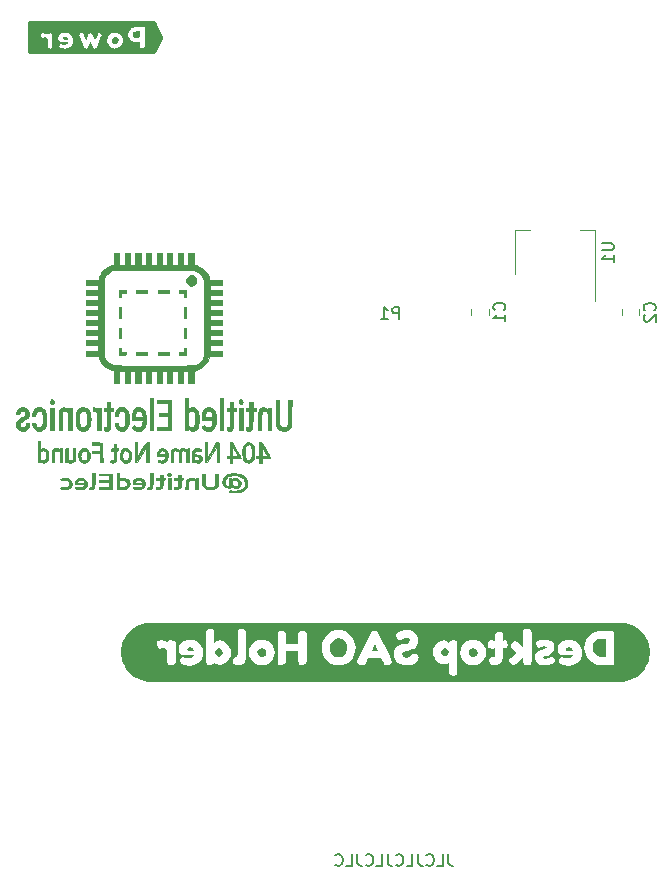
<source format=gbr>
%TF.GenerationSoftware,KiCad,Pcbnew,(5.99.0-9526-g5c17ff0595)*%
%TF.CreationDate,2021-07-10T19:15:03-05:00*%
%TF.ProjectId,DesktopHolder,4465736b-746f-4704-986f-6c6465722e6b,rev?*%
%TF.SameCoordinates,Original*%
%TF.FileFunction,Legend,Bot*%
%TF.FilePolarity,Positive*%
%FSLAX46Y46*%
G04 Gerber Fmt 4.6, Leading zero omitted, Abs format (unit mm)*
G04 Created by KiCad (PCBNEW (5.99.0-9526-g5c17ff0595)) date 2021-07-10 19:15:03*
%MOMM*%
%LPD*%
G01*
G04 APERTURE LIST*
%ADD10C,0.150000*%
%ADD11C,0.120000*%
%ADD12C,0.010000*%
G04 APERTURE END LIST*
D10*
X156644047Y-129327380D02*
X156644047Y-130041666D01*
X156691666Y-130184523D01*
X156786904Y-130279761D01*
X156929761Y-130327380D01*
X157025000Y-130327380D01*
X155691666Y-130327380D02*
X156167857Y-130327380D01*
X156167857Y-129327380D01*
X154786904Y-130232142D02*
X154834523Y-130279761D01*
X154977380Y-130327380D01*
X155072619Y-130327380D01*
X155215476Y-130279761D01*
X155310714Y-130184523D01*
X155358333Y-130089285D01*
X155405952Y-129898809D01*
X155405952Y-129755952D01*
X155358333Y-129565476D01*
X155310714Y-129470238D01*
X155215476Y-129375000D01*
X155072619Y-129327380D01*
X154977380Y-129327380D01*
X154834523Y-129375000D01*
X154786904Y-129422619D01*
X154072619Y-129327380D02*
X154072619Y-130041666D01*
X154120238Y-130184523D01*
X154215476Y-130279761D01*
X154358333Y-130327380D01*
X154453571Y-130327380D01*
X153120238Y-130327380D02*
X153596428Y-130327380D01*
X153596428Y-129327380D01*
X152215476Y-130232142D02*
X152263095Y-130279761D01*
X152405952Y-130327380D01*
X152501190Y-130327380D01*
X152644047Y-130279761D01*
X152739285Y-130184523D01*
X152786904Y-130089285D01*
X152834523Y-129898809D01*
X152834523Y-129755952D01*
X152786904Y-129565476D01*
X152739285Y-129470238D01*
X152644047Y-129375000D01*
X152501190Y-129327380D01*
X152405952Y-129327380D01*
X152263095Y-129375000D01*
X152215476Y-129422619D01*
X151501190Y-129327380D02*
X151501190Y-130041666D01*
X151548809Y-130184523D01*
X151644047Y-130279761D01*
X151786904Y-130327380D01*
X151882142Y-130327380D01*
X150548809Y-130327380D02*
X151025000Y-130327380D01*
X151025000Y-129327380D01*
X149644047Y-130232142D02*
X149691666Y-130279761D01*
X149834523Y-130327380D01*
X149929761Y-130327380D01*
X150072619Y-130279761D01*
X150167857Y-130184523D01*
X150215476Y-130089285D01*
X150263095Y-129898809D01*
X150263095Y-129755952D01*
X150215476Y-129565476D01*
X150167857Y-129470238D01*
X150072619Y-129375000D01*
X149929761Y-129327380D01*
X149834523Y-129327380D01*
X149691666Y-129375000D01*
X149644047Y-129422619D01*
X148929761Y-129327380D02*
X148929761Y-130041666D01*
X148977380Y-130184523D01*
X149072619Y-130279761D01*
X149215476Y-130327380D01*
X149310714Y-130327380D01*
X147977380Y-130327380D02*
X148453571Y-130327380D01*
X148453571Y-129327380D01*
X147072619Y-130232142D02*
X147120238Y-130279761D01*
X147263095Y-130327380D01*
X147358333Y-130327380D01*
X147501190Y-130279761D01*
X147596428Y-130184523D01*
X147644047Y-130089285D01*
X147691666Y-129898809D01*
X147691666Y-129755952D01*
X147644047Y-129565476D01*
X147596428Y-129470238D01*
X147501190Y-129375000D01*
X147358333Y-129327380D01*
X147263095Y-129327380D01*
X147120238Y-129375000D01*
X147072619Y-129422619D01*
%TO.C,C2*%
X174087142Y-83283333D02*
X174134761Y-83235714D01*
X174182380Y-83092857D01*
X174182380Y-82997619D01*
X174134761Y-82854761D01*
X174039523Y-82759523D01*
X173944285Y-82711904D01*
X173753809Y-82664285D01*
X173610952Y-82664285D01*
X173420476Y-82711904D01*
X173325238Y-82759523D01*
X173230000Y-82854761D01*
X173182380Y-82997619D01*
X173182380Y-83092857D01*
X173230000Y-83235714D01*
X173277619Y-83283333D01*
X173277619Y-83664285D02*
X173230000Y-83711904D01*
X173182380Y-83807142D01*
X173182380Y-84045238D01*
X173230000Y-84140476D01*
X173277619Y-84188095D01*
X173372857Y-84235714D01*
X173468095Y-84235714D01*
X173610952Y-84188095D01*
X174182380Y-83616666D01*
X174182380Y-84235714D01*
%TO.C,C1*%
X161362142Y-83258333D02*
X161409761Y-83210714D01*
X161457380Y-83067857D01*
X161457380Y-82972619D01*
X161409761Y-82829761D01*
X161314523Y-82734523D01*
X161219285Y-82686904D01*
X161028809Y-82639285D01*
X160885952Y-82639285D01*
X160695476Y-82686904D01*
X160600238Y-82734523D01*
X160505000Y-82829761D01*
X160457380Y-82972619D01*
X160457380Y-83067857D01*
X160505000Y-83210714D01*
X160552619Y-83258333D01*
X161457380Y-84210714D02*
X161457380Y-83639285D01*
X161457380Y-83925000D02*
X160457380Y-83925000D01*
X160600238Y-83829761D01*
X160695476Y-83734523D01*
X160743095Y-83639285D01*
%TO.C,U1*%
X169627380Y-77613095D02*
X170436904Y-77613095D01*
X170532142Y-77660714D01*
X170579761Y-77708333D01*
X170627380Y-77803571D01*
X170627380Y-77994047D01*
X170579761Y-78089285D01*
X170532142Y-78136904D01*
X170436904Y-78184523D01*
X169627380Y-78184523D01*
X170627380Y-79184523D02*
X170627380Y-78613095D01*
X170627380Y-78898809D02*
X169627380Y-78898809D01*
X169770238Y-78803571D01*
X169865476Y-78708333D01*
X169913095Y-78613095D01*
%TO.C,P1*%
X152463095Y-84002380D02*
X152463095Y-83002380D01*
X152082142Y-83002380D01*
X151986904Y-83050000D01*
X151939285Y-83097619D01*
X151891666Y-83192857D01*
X151891666Y-83335714D01*
X151939285Y-83430952D01*
X151986904Y-83478571D01*
X152082142Y-83526190D01*
X152463095Y-83526190D01*
X150939285Y-84002380D02*
X151510714Y-84002380D01*
X151225000Y-84002380D02*
X151225000Y-83002380D01*
X151320238Y-83145238D01*
X151415476Y-83240476D01*
X151510714Y-83288095D01*
%TO.C,*%
%TO.C,svg2mod*%
G36*
X131192552Y-114710906D02*
G01*
X130949582Y-114674865D01*
X130711315Y-114615182D01*
X130480045Y-114532432D01*
X130257999Y-114427412D01*
X130047316Y-114301134D01*
X129850025Y-114154813D01*
X129668027Y-113989859D01*
X129503073Y-113807860D01*
X129356752Y-113610569D01*
X129230473Y-113399886D01*
X129125454Y-113177841D01*
X129042704Y-112946570D01*
X128983021Y-112708303D01*
X128946980Y-112465333D01*
X128934927Y-112220000D01*
X128946980Y-111974667D01*
X128983021Y-111731697D01*
X129040146Y-111503641D01*
X131950515Y-111503641D01*
X132025922Y-111781453D01*
X132244203Y-111932266D01*
X132381125Y-111900516D01*
X132553765Y-111868766D01*
X132754187Y-111944172D01*
X132847453Y-112126734D01*
X132847453Y-112960172D01*
X132853406Y-113097094D01*
X132891109Y-113202266D01*
X132998265Y-113279656D01*
X133200672Y-113305453D01*
X133474515Y-113237984D01*
X133545953Y-113067328D01*
X133545953Y-112009656D01*
X133803922Y-112009656D01*
X133834183Y-112221984D01*
X133924969Y-112370813D01*
X134192859Y-112487891D01*
X135133453Y-112487891D01*
X135002484Y-112674422D01*
X134740547Y-112749828D01*
X134535164Y-112737922D01*
X134379390Y-112702203D01*
X134335734Y-112686328D01*
X134176984Y-112642672D01*
X133958703Y-112821266D01*
X133907109Y-113003828D01*
X133959943Y-113158361D01*
X134118445Y-113268742D01*
X134382615Y-113334971D01*
X134752453Y-113357047D01*
X135029769Y-113331746D01*
X135274344Y-113255844D01*
X135477246Y-113138270D01*
X135629547Y-112987953D01*
X135768453Y-112765262D01*
X135851797Y-112525814D01*
X135879578Y-112269609D01*
X135843639Y-111958503D01*
X135735821Y-111691936D01*
X135556125Y-111469906D01*
X135322630Y-111303439D01*
X135053416Y-111203559D01*
X134748484Y-111170266D01*
X134491011Y-111194574D01*
X134270250Y-111267500D01*
X134086199Y-111389043D01*
X133938859Y-111559203D01*
X133837656Y-111775004D01*
X133803922Y-112009656D01*
X133545953Y-112009656D01*
X133545953Y-111559203D01*
X133540000Y-111422281D01*
X133506265Y-111321078D01*
X133401094Y-111240711D01*
X133196703Y-111213922D01*
X133003226Y-111236742D01*
X132899047Y-111305203D01*
X132855390Y-111436172D01*
X132797844Y-111368703D01*
X132637109Y-111261547D01*
X132420812Y-111194078D01*
X132264047Y-111204000D01*
X132125140Y-111237734D01*
X132000125Y-111319094D01*
X131950515Y-111503641D01*
X129040146Y-111503641D01*
X129042704Y-111493430D01*
X129125454Y-111262159D01*
X129230473Y-111040114D01*
X129356752Y-110829431D01*
X129503073Y-110632140D01*
X129544113Y-110586859D01*
X136137547Y-110586859D01*
X136137547Y-112956203D01*
X136143500Y-113093125D01*
X136181203Y-113194328D01*
X136294808Y-113274695D01*
X136516562Y-113301484D01*
X136731371Y-113252867D01*
X136824140Y-113107016D01*
X137023570Y-113249891D01*
X137288484Y-113297516D01*
X137519554Y-113262899D01*
X137736512Y-113159050D01*
X137939359Y-112985969D01*
X137958564Y-112960172D01*
X138411640Y-112960172D01*
X138431484Y-113161586D01*
X138491015Y-113265766D01*
X138665640Y-113307438D01*
X138983140Y-113289578D01*
X139235156Y-113219133D01*
X139380015Y-113087172D01*
X139463359Y-112835156D01*
X139491140Y-112468047D01*
X139491140Y-112257703D01*
X139749109Y-112257703D01*
X139791773Y-112568754D01*
X139919765Y-112843094D01*
X140108777Y-113065344D01*
X140334500Y-113220125D01*
X140583043Y-113310910D01*
X140840515Y-113341172D01*
X141098484Y-113308926D01*
X141348515Y-113212188D01*
X141575230Y-113052445D01*
X141763250Y-112831188D01*
X141889754Y-112562801D01*
X141931922Y-112261672D01*
X141894880Y-111962693D01*
X141783755Y-111700755D01*
X141598547Y-111475859D01*
X141365713Y-111303880D01*
X141111713Y-111200693D01*
X140836547Y-111166297D01*
X140561821Y-111200472D01*
X140309144Y-111302998D01*
X140078515Y-111473875D01*
X139895512Y-111697668D01*
X139785710Y-111958944D01*
X139749109Y-112257703D01*
X139491140Y-112257703D01*
X139491140Y-110749578D01*
X142189890Y-110749578D01*
X142189890Y-112952234D01*
X142195844Y-113089156D01*
X142233547Y-113194328D01*
X142338719Y-113274695D01*
X142543109Y-113301484D01*
X142763375Y-113264773D01*
X142868547Y-113154641D01*
X142892359Y-112948266D01*
X142892359Y-112142609D01*
X143944078Y-112142609D01*
X143944078Y-112952234D01*
X143950031Y-113089156D01*
X143987734Y-113194328D01*
X144092906Y-113274695D01*
X144297297Y-113301484D01*
X144517562Y-113264773D01*
X144622734Y-113154641D01*
X144646547Y-112948266D01*
X144646547Y-111839000D01*
X145908609Y-111839000D01*
X145934406Y-112141865D01*
X146011797Y-112421414D01*
X146140781Y-112677646D01*
X146321359Y-112910563D01*
X146539640Y-113104163D01*
X146781734Y-113242449D01*
X147047640Y-113325421D01*
X147337359Y-113353078D01*
X147627698Y-113325793D01*
X147895465Y-113243938D01*
X148140659Y-113107512D01*
X148243008Y-113019703D01*
X148944703Y-113019703D01*
X149002250Y-113155633D01*
X149174890Y-113277672D01*
X149387219Y-113345141D01*
X149514219Y-113309422D01*
X149585656Y-113234016D01*
X149647172Y-113114953D01*
X149853547Y-112686328D01*
X150952890Y-112686328D01*
X151159265Y-113114953D01*
X151220781Y-113230047D01*
X151292219Y-113303469D01*
X151419219Y-113341172D01*
X151631547Y-113273703D01*
X151804187Y-113154641D01*
X151861734Y-113019703D01*
X151794265Y-112817297D01*
X151581486Y-112376766D01*
X152020484Y-112376766D01*
X152046281Y-112619355D01*
X152123672Y-112831188D01*
X152242734Y-113005316D01*
X152393547Y-113134797D01*
X152612710Y-113251655D01*
X152841574Y-113321769D01*
X153080140Y-113345141D01*
X153261711Y-113333730D01*
X153433359Y-113299500D01*
X153703234Y-113186391D01*
X153881828Y-113061375D01*
X153996922Y-112940328D01*
X154032640Y-112896672D01*
X154135828Y-112668469D01*
X154093164Y-112550895D01*
X153965172Y-112400578D01*
X153754828Y-112305328D01*
X153621875Y-112354938D01*
X153445265Y-112503766D01*
X153286515Y-112632750D01*
X153096015Y-112694266D01*
X152890963Y-112660752D01*
X152767932Y-112560210D01*
X152726922Y-112392641D01*
X152828125Y-112239844D01*
X152844926Y-112233891D01*
X155338359Y-112233891D01*
X155370330Y-112492741D01*
X155466241Y-112729543D01*
X155626094Y-112944297D01*
X155822106Y-113114071D01*
X156026496Y-113215936D01*
X156239265Y-113249891D01*
X156520054Y-113204250D01*
X156711547Y-113067328D01*
X156711547Y-113869016D01*
X156717500Y-114003953D01*
X156753219Y-114105156D01*
X156854422Y-114186516D01*
X157048890Y-114210328D01*
X157245344Y-114186516D01*
X157348531Y-114107141D01*
X157384250Y-114007922D01*
X157390203Y-113872984D01*
X157390203Y-112257703D01*
X157648172Y-112257703D01*
X157690836Y-112568754D01*
X157818828Y-112843094D01*
X158007840Y-113065344D01*
X158233562Y-113220125D01*
X158482105Y-113310910D01*
X158739578Y-113341172D01*
X158997547Y-113308926D01*
X159247578Y-113212188D01*
X159474293Y-113052445D01*
X159662312Y-112831188D01*
X159788816Y-112562801D01*
X159830984Y-112261672D01*
X159793942Y-111962693D01*
X159682817Y-111700755D01*
X159576050Y-111571109D01*
X159989734Y-111571109D01*
X160016523Y-111772523D01*
X160096890Y-111876703D01*
X160202062Y-111910437D01*
X160338984Y-111916391D01*
X160596953Y-111900516D01*
X160596953Y-112448203D01*
X160563219Y-112602984D01*
X160436219Y-112650609D01*
X160293344Y-112656563D01*
X160188172Y-112694266D01*
X160096890Y-112960172D01*
X160124672Y-113161586D01*
X160208015Y-113265766D01*
X160313187Y-113299500D01*
X160446140Y-113305453D01*
X160699258Y-113284727D01*
X160908279Y-113222550D01*
X161073203Y-113118922D01*
X161192265Y-112965905D01*
X161213083Y-112904609D01*
X161771703Y-112904609D01*
X161894734Y-113162578D01*
X162132859Y-113329266D01*
X162374953Y-113214172D01*
X162414640Y-113186391D01*
X162530726Y-113082707D01*
X162696422Y-112922469D01*
X162864101Y-112761238D01*
X162986140Y-112654578D01*
X162986140Y-112960172D01*
X162992094Y-113097094D01*
X163029797Y-113202266D01*
X163131992Y-113279656D01*
X163335390Y-113305453D01*
X163536804Y-113278664D01*
X163640984Y-113198297D01*
X163674719Y-113093125D01*
X163680672Y-112956203D01*
X163680672Y-112650609D01*
X163938640Y-112650609D01*
X163957988Y-112841605D01*
X164016031Y-113001844D01*
X164232328Y-113218141D01*
X164415993Y-113286491D01*
X164628321Y-113327502D01*
X164869312Y-113341172D01*
X165121328Y-113316477D01*
X165366729Y-113242394D01*
X165605515Y-113118922D01*
X165680922Y-112968109D01*
X165643219Y-112838133D01*
X165530109Y-112654578D01*
X165389219Y-112587109D01*
X165125297Y-112684344D01*
X164823672Y-112781578D01*
X164642101Y-112757766D01*
X164581578Y-112686328D01*
X164648054Y-112620844D01*
X164847484Y-112575203D01*
X165096523Y-112510711D01*
X165343578Y-112388672D01*
X165534078Y-112164437D01*
X165586438Y-112009656D01*
X165879359Y-112009656D01*
X165909621Y-112221984D01*
X166000406Y-112370813D01*
X166268297Y-112487891D01*
X167208890Y-112487891D01*
X167077922Y-112674422D01*
X166815984Y-112749828D01*
X166610601Y-112737922D01*
X166454828Y-112702203D01*
X166411172Y-112686328D01*
X166252422Y-112642672D01*
X166034140Y-112821266D01*
X165982547Y-113003828D01*
X166035381Y-113158361D01*
X166193883Y-113268742D01*
X166458052Y-113334971D01*
X166827890Y-113357047D01*
X167105207Y-113331746D01*
X167349781Y-113255844D01*
X167552683Y-113138270D01*
X167704984Y-112987953D01*
X167843890Y-112765262D01*
X167927234Y-112525814D01*
X167955015Y-112269609D01*
X167919076Y-111958503D01*
X167867530Y-111831062D01*
X168153453Y-111831062D01*
X168180118Y-112122890D01*
X168260113Y-112393137D01*
X168393438Y-112641804D01*
X168580094Y-112868891D01*
X168804700Y-113058150D01*
X169051879Y-113193336D01*
X169321630Y-113274447D01*
X169613953Y-113301484D01*
X170340234Y-113301484D01*
X170536687Y-113276680D01*
X170641859Y-113202266D01*
X170689484Y-112948266D01*
X170689484Y-110741641D01*
X170683531Y-110602734D01*
X170645828Y-110499547D01*
X170540656Y-110419180D01*
X170336265Y-110392391D01*
X169602047Y-110396359D01*
X169322994Y-110422280D01*
X169061304Y-110500043D01*
X168816978Y-110629647D01*
X168590015Y-110811094D01*
X168399019Y-111030367D01*
X168262594Y-111273453D01*
X168180738Y-111540352D01*
X168153453Y-111831062D01*
X167867530Y-111831062D01*
X167811258Y-111691936D01*
X167631562Y-111469906D01*
X167398067Y-111303439D01*
X167128854Y-111203559D01*
X166823922Y-111170266D01*
X166566449Y-111194574D01*
X166345687Y-111267500D01*
X166161636Y-111389043D01*
X166014297Y-111559203D01*
X165913094Y-111775004D01*
X165879359Y-112009656D01*
X165586438Y-112009656D01*
X165590633Y-111997254D01*
X165609484Y-111801297D01*
X165575035Y-111575554D01*
X165471689Y-111399977D01*
X165299445Y-111274564D01*
X165058304Y-111199317D01*
X164748265Y-111174234D01*
X164462515Y-111207969D01*
X164168828Y-111309172D01*
X164029922Y-111467922D01*
X164117234Y-111702078D01*
X164295828Y-111840984D01*
X164472437Y-111781453D01*
X164752234Y-111721922D01*
X164986390Y-111809234D01*
X164918922Y-111907461D01*
X164716515Y-111964016D01*
X164458547Y-112015609D01*
X164208515Y-112114828D01*
X164016031Y-112307313D01*
X163957988Y-112461598D01*
X163938640Y-112650609D01*
X163680672Y-112650609D01*
X163680672Y-110578922D01*
X163674719Y-110442000D01*
X163640984Y-110336828D01*
X163535812Y-110256461D01*
X163331422Y-110229672D01*
X163061547Y-110297141D01*
X162990109Y-110471766D01*
X162986140Y-110582891D01*
X162986140Y-111840984D01*
X162769844Y-111638578D01*
X162553547Y-111436172D01*
X162505922Y-111404422D01*
X162267797Y-111297266D01*
X162039594Y-111458000D01*
X161910609Y-111710016D01*
X162057453Y-111924328D01*
X162450359Y-112257703D01*
X161922515Y-112694266D01*
X161797500Y-112821266D01*
X161771703Y-112904609D01*
X161213083Y-112904609D01*
X161263703Y-112755561D01*
X161287515Y-112487891D01*
X161287515Y-111900516D01*
X161450234Y-111912422D01*
X161595094Y-111844953D01*
X161652640Y-111614766D01*
X161632797Y-111378625D01*
X161577234Y-111273453D01*
X161418484Y-111221859D01*
X161287515Y-111237734D01*
X161287515Y-110828953D01*
X161281562Y-110694016D01*
X161243859Y-110598766D01*
X161141664Y-110524352D01*
X160938265Y-110499547D01*
X160722961Y-110536258D01*
X160616797Y-110646391D01*
X160596953Y-110848797D01*
X160596953Y-111237734D01*
X160333031Y-111221859D01*
X160198094Y-111227812D01*
X160092922Y-111265516D01*
X160015531Y-111367711D01*
X159989734Y-111571109D01*
X159576050Y-111571109D01*
X159497609Y-111475859D01*
X159264776Y-111303880D01*
X159010776Y-111200693D01*
X158735609Y-111166297D01*
X158460883Y-111200472D01*
X158208206Y-111302998D01*
X157977578Y-111473875D01*
X157794574Y-111697668D01*
X157684772Y-111958944D01*
X157648172Y-112257703D01*
X157390203Y-112257703D01*
X157390203Y-111555234D01*
X157384250Y-111420297D01*
X157350515Y-111321078D01*
X157256258Y-111240711D01*
X157084609Y-111213922D01*
X156800844Y-111267500D01*
X156715515Y-111424266D01*
X156521543Y-111269484D01*
X156241250Y-111217891D01*
X156029363Y-111251845D01*
X155824972Y-111353710D01*
X155628078Y-111523484D01*
X155467123Y-111738238D01*
X155370550Y-111975040D01*
X155338359Y-112233891D01*
X152844926Y-112233891D01*
X153080140Y-112150547D01*
X153236906Y-112114332D01*
X153405578Y-112061250D01*
X153574250Y-111994277D01*
X153731015Y-111916391D01*
X153869426Y-111808738D01*
X153983031Y-111652469D01*
X154058933Y-111453535D01*
X154084234Y-111217891D01*
X154055350Y-110994979D01*
X153968699Y-110791911D01*
X153824281Y-110608687D01*
X153630033Y-110464269D01*
X153393892Y-110377618D01*
X153115859Y-110348734D01*
X152888152Y-110364113D01*
X152681281Y-110410250D01*
X152409422Y-110535266D01*
X152310203Y-110610672D01*
X152187172Y-110805141D01*
X152282422Y-111023422D01*
X152419344Y-111172250D01*
X152560234Y-111221859D01*
X152766609Y-111142484D01*
X152812250Y-111102797D01*
X152873765Y-111051203D01*
X153086094Y-110999609D01*
X153300406Y-111061125D01*
X153385734Y-111231781D01*
X153284531Y-111408391D01*
X153032515Y-111499672D01*
X152874758Y-111529934D01*
X152703109Y-111573094D01*
X152531461Y-111628160D01*
X152373703Y-111694141D01*
X152235293Y-111791871D01*
X152121687Y-111942187D01*
X152045785Y-112139137D01*
X152020484Y-112376766D01*
X151581486Y-112376766D01*
X150722703Y-110598766D01*
X150589750Y-110451922D01*
X150401234Y-110396359D01*
X150214703Y-110447953D01*
X150083734Y-110602734D01*
X149012172Y-112817297D01*
X148944703Y-113019703D01*
X148243008Y-113019703D01*
X148363281Y-112916516D01*
X148548200Y-112687816D01*
X148680285Y-112438281D01*
X148759536Y-112167910D01*
X148785953Y-111876703D01*
X148756187Y-111557715D01*
X148666890Y-111259562D01*
X148527984Y-110995145D01*
X148349390Y-110777359D01*
X148136070Y-110603727D01*
X147892984Y-110471766D01*
X147631047Y-110388422D01*
X147361172Y-110360641D01*
X147077158Y-110387182D01*
X146812492Y-110466805D01*
X146567174Y-110599510D01*
X146341203Y-110785297D01*
X146151943Y-111010399D01*
X146016758Y-111261051D01*
X145935646Y-111537251D01*
X145908609Y-111839000D01*
X144646547Y-111839000D01*
X144646547Y-110745609D01*
X144640594Y-110608687D01*
X144602890Y-110503516D01*
X144497719Y-110423148D01*
X144293328Y-110396359D01*
X144072070Y-110433070D01*
X143963922Y-110543203D01*
X143944078Y-110749578D01*
X143944078Y-111559203D01*
X142892359Y-111559203D01*
X142892359Y-110745609D01*
X142886406Y-110608687D01*
X142848703Y-110503516D01*
X142741547Y-110420172D01*
X142551047Y-110396359D01*
X142368484Y-110416203D01*
X142265297Y-110463828D01*
X142209734Y-110543203D01*
X142189890Y-110749578D01*
X139491140Y-110749578D01*
X139491140Y-110578922D01*
X139485187Y-110442000D01*
X139451453Y-110336828D01*
X139346281Y-110256461D01*
X139141890Y-110229672D01*
X138945437Y-110256461D01*
X138840265Y-110336828D01*
X138802562Y-110443984D01*
X138796609Y-110582891D01*
X138796609Y-112420422D01*
X138772797Y-112601000D01*
X138667625Y-112638703D01*
X138558484Y-112644656D01*
X138491015Y-112678391D01*
X138411640Y-112960172D01*
X137958564Y-112960172D01*
X138102519Y-112766806D01*
X138200415Y-112524712D01*
X138233047Y-112259688D01*
X138200194Y-111994443D01*
X138101637Y-111751687D01*
X137937375Y-111531422D01*
X137733866Y-111357238D01*
X137517569Y-111252727D01*
X137288484Y-111217891D01*
X137027539Y-111267500D01*
X136832078Y-111416328D01*
X136832078Y-110582891D01*
X136826125Y-110445969D01*
X136790406Y-110342781D01*
X136685234Y-110261422D01*
X136484812Y-110237609D01*
X136284390Y-110261422D01*
X136179219Y-110344766D01*
X136143500Y-110449937D01*
X136137547Y-110586859D01*
X129544113Y-110586859D01*
X129668027Y-110450141D01*
X129850025Y-110285187D01*
X130047316Y-110138866D01*
X130257999Y-110012588D01*
X130480045Y-109907568D01*
X130711315Y-109824818D01*
X130949582Y-109765135D01*
X131192552Y-109729094D01*
X131437885Y-109717042D01*
X171202114Y-109717042D01*
X171447447Y-109729094D01*
X171690417Y-109765135D01*
X171928685Y-109824818D01*
X172159955Y-109907568D01*
X172382001Y-110012588D01*
X172592683Y-110138866D01*
X172789974Y-110285187D01*
X172971973Y-110450141D01*
X173136927Y-110632140D01*
X173283248Y-110829431D01*
X173409527Y-111040114D01*
X173514546Y-111262159D01*
X173597296Y-111493430D01*
X173656979Y-111731697D01*
X173693020Y-111974667D01*
X173705073Y-112220000D01*
X173693020Y-112465333D01*
X173656979Y-112708303D01*
X173597296Y-112946570D01*
X173514546Y-113177841D01*
X173409527Y-113399886D01*
X173283248Y-113610569D01*
X173136927Y-113807860D01*
X172971973Y-113989859D01*
X172789974Y-114154813D01*
X172592683Y-114301134D01*
X172382001Y-114427412D01*
X172159955Y-114532432D01*
X171928685Y-114615182D01*
X171690417Y-114674865D01*
X171447447Y-114710906D01*
X171202114Y-114722958D01*
X131437885Y-114722958D01*
X131192552Y-114710906D01*
G37*
G36*
X147617156Y-111118176D02*
G01*
X147857265Y-111283375D01*
X147982942Y-111444991D01*
X148058349Y-111636153D01*
X148083484Y-111856859D01*
X148058128Y-112077566D01*
X147982061Y-112268727D01*
X147855281Y-112430344D01*
X147613683Y-112595543D01*
X147345297Y-112650609D01*
X147077406Y-112597031D01*
X146837297Y-112436297D01*
X146711620Y-112277106D01*
X146636213Y-112085283D01*
X146611078Y-111860828D01*
X146636434Y-111635932D01*
X146712501Y-111442786D01*
X146839281Y-111281391D01*
X147080879Y-111117680D01*
X147349265Y-111063109D01*
X147617156Y-111118176D01*
G37*
G36*
X169987015Y-112599016D02*
G01*
X169602047Y-112599016D01*
X169330187Y-112545934D01*
X169086109Y-112386688D01*
X168913469Y-112147074D01*
X168855922Y-111852891D01*
X168911980Y-111557715D01*
X169080156Y-111315125D01*
X169323738Y-111152902D01*
X169606015Y-111098828D01*
X169987015Y-111098828D01*
X169987015Y-112599016D01*
G37*
G36*
X159005484Y-111964016D02*
G01*
X159097758Y-112086551D01*
X159128515Y-112255719D01*
X159096765Y-112424391D01*
X159001515Y-112545438D01*
X158743547Y-112642672D01*
X158481609Y-112543453D01*
X158383383Y-112420422D01*
X158350640Y-112249766D01*
X158381398Y-112080102D01*
X158473672Y-111960047D01*
X158739578Y-111864797D01*
X159005484Y-111964016D01*
G37*
G36*
X141106422Y-111964016D02*
G01*
X141198695Y-112086551D01*
X141229453Y-112255719D01*
X141197703Y-112424391D01*
X141102453Y-112545438D01*
X140844484Y-112642672D01*
X140582547Y-112543453D01*
X140484320Y-112420422D01*
X140451578Y-112249766D01*
X140482336Y-112080102D01*
X140574609Y-111960047D01*
X140840515Y-111864797D01*
X141106422Y-111964016D01*
G37*
G36*
X137443265Y-112021562D02*
G01*
X137538515Y-112261672D01*
X137435328Y-112499797D01*
X137185297Y-112606953D01*
X136941219Y-112499797D01*
X136843984Y-112263656D01*
X136937250Y-112023547D01*
X137189265Y-111912422D01*
X137443265Y-112021562D01*
G37*
G36*
X156604390Y-112003703D02*
G01*
X156695672Y-112237859D01*
X156602406Y-112470031D01*
X156364281Y-112575203D01*
X156118219Y-112472016D01*
X156017015Y-112237859D01*
X156112265Y-112001719D01*
X156360312Y-111896547D01*
X156604390Y-112003703D01*
G37*
G36*
X150667140Y-112098953D02*
G01*
X150139297Y-112098953D01*
X150405203Y-111555234D01*
X150667140Y-112098953D01*
G37*
G36*
X167089828Y-111902500D02*
G01*
X167216828Y-112126734D01*
X166716765Y-112126734D01*
X166565953Y-111999734D01*
X166635406Y-111852891D01*
X166833844Y-111797328D01*
X167089828Y-111902500D01*
G37*
G36*
X135014390Y-111902500D02*
G01*
X135141390Y-112126734D01*
X134641328Y-112126734D01*
X134490515Y-111999734D01*
X134559969Y-111852891D01*
X134758406Y-111797328D01*
X135014390Y-111902500D01*
G37*
D11*
%TO.C,C2*%
X172785000Y-83711252D02*
X172785000Y-83188748D01*
X171315000Y-83711252D02*
X171315000Y-83188748D01*
D12*
%TO.C,Ref\u002A\u002A*%
X130259006Y-91505397D02*
X130140726Y-91546588D01*
X130140726Y-91546588D02*
X130045702Y-91616987D01*
X130045702Y-91616987D02*
X130032606Y-91630755D01*
X130032606Y-91630755D02*
X129957425Y-91741296D01*
X129957425Y-91741296D02*
X129899313Y-91887238D01*
X129899313Y-91887238D02*
X129859255Y-92064824D01*
X129859255Y-92064824D02*
X129838235Y-92270297D01*
X129838235Y-92270297D02*
X129835164Y-92384232D01*
X129835164Y-92384232D02*
X129834425Y-92580024D01*
X129834425Y-92580024D02*
X130744592Y-92580024D01*
X130744592Y-92580024D02*
X130744262Y-92669982D01*
X130744262Y-92669982D02*
X130736719Y-92765765D01*
X130736719Y-92765765D02*
X130717245Y-92869921D01*
X130717245Y-92869921D02*
X130689615Y-92967501D01*
X130689615Y-92967501D02*
X130657604Y-93043554D01*
X130657604Y-93043554D02*
X130644713Y-93064199D01*
X130644713Y-93064199D02*
X130569725Y-93133173D01*
X130569725Y-93133173D02*
X130470472Y-93177521D01*
X130470472Y-93177521D02*
X130359136Y-93194150D01*
X130359136Y-93194150D02*
X130247898Y-93179970D01*
X130247898Y-93179970D02*
X130222095Y-93171461D01*
X130222095Y-93171461D02*
X130173331Y-93143971D01*
X130173331Y-93143971D02*
X130112584Y-93097640D01*
X130112584Y-93097640D02*
X130074967Y-93063592D01*
X130074967Y-93063592D02*
X129987426Y-92978120D01*
X129987426Y-92978120D02*
X129920212Y-93075812D01*
X129920212Y-93075812D02*
X129879537Y-93143478D01*
X129879537Y-93143478D02*
X129866864Y-93196739D01*
X129866864Y-93196739D02*
X129884312Y-93246318D01*
X129884312Y-93246318D02*
X129934002Y-93302939D01*
X129934002Y-93302939D02*
X129971943Y-93337544D01*
X129971943Y-93337544D02*
X130086077Y-93412518D01*
X130086077Y-93412518D02*
X130223007Y-93462350D01*
X130223007Y-93462350D02*
X130369403Y-93483962D01*
X130369403Y-93483962D02*
X130511932Y-93474275D01*
X130511932Y-93474275D02*
X130538546Y-93468375D01*
X130538546Y-93468375D02*
X130686816Y-93412846D01*
X130686816Y-93412846D02*
X130807202Y-93326632D01*
X130807202Y-93326632D02*
X130902024Y-93207644D01*
X130902024Y-93207644D02*
X130960809Y-93088024D01*
X130960809Y-93088024D02*
X130977377Y-93041621D01*
X130977377Y-93041621D02*
X130989819Y-92993011D01*
X130989819Y-92993011D02*
X130998913Y-92934738D01*
X130998913Y-92934738D02*
X131005436Y-92859350D01*
X131005436Y-92859350D02*
X131010167Y-92759390D01*
X131010167Y-92759390D02*
X131013884Y-92627407D01*
X131013884Y-92627407D02*
X131015203Y-92566814D01*
X131015203Y-92566814D02*
X131017588Y-92409340D01*
X131017588Y-92409340D02*
X131017186Y-92286796D01*
X131017186Y-92286796D02*
X131016822Y-92276994D01*
X131016822Y-92276994D02*
X130744592Y-92276994D01*
X130744592Y-92276994D02*
X130735473Y-92288353D01*
X130735473Y-92288353D02*
X130704635Y-92296344D01*
X130704635Y-92296344D02*
X130646861Y-92301442D01*
X130646861Y-92301442D02*
X130556930Y-92304121D01*
X130556930Y-92304121D02*
X130437675Y-92304857D01*
X130437675Y-92304857D02*
X130130759Y-92304857D01*
X130130759Y-92304857D02*
X130130759Y-92202865D01*
X130130759Y-92202865D02*
X130142141Y-92078186D01*
X130142141Y-92078186D02*
X130173654Y-91964368D01*
X130173654Y-91964368D02*
X130221347Y-91872830D01*
X130221347Y-91872830D02*
X130259731Y-91830195D01*
X130259731Y-91830195D02*
X130343634Y-91784706D01*
X130343634Y-91784706D02*
X130436431Y-91774539D01*
X130436431Y-91774539D02*
X130527696Y-91797353D01*
X130527696Y-91797353D02*
X130607004Y-91850802D01*
X130607004Y-91850802D02*
X130657791Y-91919673D01*
X130657791Y-91919673D02*
X130683278Y-91984436D01*
X130683278Y-91984436D02*
X130708884Y-92072726D01*
X130708884Y-92072726D02*
X130730216Y-92166458D01*
X130730216Y-92166458D02*
X130742881Y-92247552D01*
X130742881Y-92247552D02*
X130744592Y-92276994D01*
X130744592Y-92276994D02*
X131016822Y-92276994D01*
X131016822Y-92276994D02*
X131013660Y-92191847D01*
X131013660Y-92191847D02*
X131006672Y-92117160D01*
X131006672Y-92117160D02*
X130995887Y-92055403D01*
X130995887Y-92055403D02*
X130990748Y-92033897D01*
X130990748Y-92033897D02*
X130931374Y-91853334D01*
X130931374Y-91853334D02*
X130854772Y-91710729D01*
X130854772Y-91710729D02*
X130759530Y-91604772D01*
X130759530Y-91604772D02*
X130644236Y-91534152D01*
X130644236Y-91534152D02*
X130507477Y-91497559D01*
X130507477Y-91497559D02*
X130405925Y-91491403D01*
X130405925Y-91491403D02*
X130259006Y-91505397D01*
X130259006Y-91505397D02*
X130259006Y-91505397D01*
G36*
X131017588Y-92409340D02*
G01*
X131015203Y-92566814D01*
X131013884Y-92627407D01*
X131010167Y-92759390D01*
X131005436Y-92859350D01*
X130998913Y-92934738D01*
X130989819Y-92993011D01*
X130977377Y-93041621D01*
X130960809Y-93088024D01*
X130902024Y-93207644D01*
X130807202Y-93326632D01*
X130686816Y-93412846D01*
X130538546Y-93468375D01*
X130511932Y-93474275D01*
X130369403Y-93483962D01*
X130223007Y-93462350D01*
X130086077Y-93412518D01*
X129971943Y-93337544D01*
X129934002Y-93302939D01*
X129884312Y-93246318D01*
X129866864Y-93196739D01*
X129879537Y-93143478D01*
X129920212Y-93075812D01*
X129987426Y-92978120D01*
X130074967Y-93063592D01*
X130112584Y-93097640D01*
X130173331Y-93143971D01*
X130222095Y-93171461D01*
X130247898Y-93179970D01*
X130359136Y-93194150D01*
X130470472Y-93177521D01*
X130569725Y-93133173D01*
X130644713Y-93064199D01*
X130657604Y-93043554D01*
X130689615Y-92967501D01*
X130717245Y-92869921D01*
X130736719Y-92765765D01*
X130744262Y-92669982D01*
X130744592Y-92580024D01*
X129834425Y-92580024D01*
X129835164Y-92384232D01*
X129838235Y-92270297D01*
X129845133Y-92202865D01*
X130130759Y-92202865D01*
X130130759Y-92304857D01*
X130437675Y-92304857D01*
X130556930Y-92304121D01*
X130646861Y-92301442D01*
X130704635Y-92296344D01*
X130735473Y-92288353D01*
X130744592Y-92276994D01*
X130742881Y-92247552D01*
X130730216Y-92166458D01*
X130708884Y-92072726D01*
X130683278Y-91984436D01*
X130657791Y-91919673D01*
X130607004Y-91850802D01*
X130527696Y-91797353D01*
X130436431Y-91774539D01*
X130343634Y-91784706D01*
X130259731Y-91830195D01*
X130221347Y-91872830D01*
X130173654Y-91964368D01*
X130142141Y-92078186D01*
X130130759Y-92202865D01*
X129845133Y-92202865D01*
X129859255Y-92064824D01*
X129899313Y-91887238D01*
X129957425Y-91741296D01*
X130032606Y-91630755D01*
X130045702Y-91616987D01*
X130140726Y-91546588D01*
X130259006Y-91505397D01*
X130405925Y-91491403D01*
X130507477Y-91497559D01*
X130644236Y-91534152D01*
X130759530Y-91604772D01*
X130854772Y-91710729D01*
X130931374Y-91853334D01*
X130990748Y-92033897D01*
X130995887Y-92055403D01*
X131006672Y-92117160D01*
X131013660Y-92191847D01*
X131016822Y-92276994D01*
X131017186Y-92286796D01*
X131017588Y-92409340D01*
G37*
X131017588Y-92409340D02*
X131015203Y-92566814D01*
X131013884Y-92627407D01*
X131010167Y-92759390D01*
X131005436Y-92859350D01*
X130998913Y-92934738D01*
X130989819Y-92993011D01*
X130977377Y-93041621D01*
X130960809Y-93088024D01*
X130902024Y-93207644D01*
X130807202Y-93326632D01*
X130686816Y-93412846D01*
X130538546Y-93468375D01*
X130511932Y-93474275D01*
X130369403Y-93483962D01*
X130223007Y-93462350D01*
X130086077Y-93412518D01*
X129971943Y-93337544D01*
X129934002Y-93302939D01*
X129884312Y-93246318D01*
X129866864Y-93196739D01*
X129879537Y-93143478D01*
X129920212Y-93075812D01*
X129987426Y-92978120D01*
X130074967Y-93063592D01*
X130112584Y-93097640D01*
X130173331Y-93143971D01*
X130222095Y-93171461D01*
X130247898Y-93179970D01*
X130359136Y-93194150D01*
X130470472Y-93177521D01*
X130569725Y-93133173D01*
X130644713Y-93064199D01*
X130657604Y-93043554D01*
X130689615Y-92967501D01*
X130717245Y-92869921D01*
X130736719Y-92765765D01*
X130744262Y-92669982D01*
X130744592Y-92580024D01*
X129834425Y-92580024D01*
X129835164Y-92384232D01*
X129838235Y-92270297D01*
X129845133Y-92202865D01*
X130130759Y-92202865D01*
X130130759Y-92304857D01*
X130437675Y-92304857D01*
X130556930Y-92304121D01*
X130646861Y-92301442D01*
X130704635Y-92296344D01*
X130735473Y-92288353D01*
X130744592Y-92276994D01*
X130742881Y-92247552D01*
X130730216Y-92166458D01*
X130708884Y-92072726D01*
X130683278Y-91984436D01*
X130657791Y-91919673D01*
X130607004Y-91850802D01*
X130527696Y-91797353D01*
X130436431Y-91774539D01*
X130343634Y-91784706D01*
X130259731Y-91830195D01*
X130221347Y-91872830D01*
X130173654Y-91964368D01*
X130142141Y-92078186D01*
X130130759Y-92202865D01*
X129845133Y-92202865D01*
X129859255Y-92064824D01*
X129899313Y-91887238D01*
X129957425Y-91741296D01*
X130032606Y-91630755D01*
X130045702Y-91616987D01*
X130140726Y-91546588D01*
X130259006Y-91505397D01*
X130405925Y-91491403D01*
X130507477Y-91497559D01*
X130644236Y-91534152D01*
X130759530Y-91604772D01*
X130854772Y-91710729D01*
X130931374Y-91853334D01*
X130990748Y-92033897D01*
X130995887Y-92055403D01*
X131006672Y-92117160D01*
X131013660Y-92191847D01*
X131016822Y-92276994D01*
X131017186Y-92286796D01*
X131017588Y-92409340D01*
X132905208Y-97095722D02*
X132859961Y-97136502D01*
X132859961Y-97136502D02*
X132848758Y-97162711D01*
X132848758Y-97162711D02*
X132850268Y-97226197D01*
X132850268Y-97226197D02*
X132887652Y-97272190D01*
X132887652Y-97272190D02*
X132956747Y-97296946D01*
X132956747Y-97296946D02*
X133001635Y-97300190D01*
X133001635Y-97300190D02*
X133065961Y-97294976D01*
X133065961Y-97294976D02*
X133105608Y-97274555D01*
X133105608Y-97274555D02*
X133128357Y-97246406D01*
X133128357Y-97246406D02*
X133151241Y-97196655D01*
X133151241Y-97196655D02*
X133144068Y-97150211D01*
X133144068Y-97150211D02*
X133140402Y-97141715D01*
X133140402Y-97141715D02*
X133099816Y-97096953D01*
X133099816Y-97096953D02*
X133038307Y-97075000D01*
X133038307Y-97075000D02*
X132969047Y-97074905D01*
X132969047Y-97074905D02*
X132905208Y-97095722D01*
X132905208Y-97095722D02*
X132905208Y-97095722D01*
G36*
X133038307Y-97075000D02*
G01*
X133099816Y-97096953D01*
X133140402Y-97141715D01*
X133144068Y-97150211D01*
X133151241Y-97196655D01*
X133128357Y-97246406D01*
X133105608Y-97274555D01*
X133065961Y-97294976D01*
X133001635Y-97300190D01*
X132956747Y-97296946D01*
X132887652Y-97272190D01*
X132850268Y-97226197D01*
X132848758Y-97162711D01*
X132859961Y-97136502D01*
X132905208Y-97095722D01*
X132969047Y-97074905D01*
X133038307Y-97075000D01*
G37*
X133038307Y-97075000D02*
X133099816Y-97096953D01*
X133140402Y-97141715D01*
X133144068Y-97150211D01*
X133151241Y-97196655D01*
X133128357Y-97246406D01*
X133105608Y-97274555D01*
X133065961Y-97294976D01*
X133001635Y-97300190D01*
X132956747Y-97296946D01*
X132887652Y-97272190D01*
X132850268Y-97226197D01*
X132848758Y-97162711D01*
X132859961Y-97136502D01*
X132905208Y-97095722D01*
X132969047Y-97074905D01*
X133038307Y-97075000D01*
X126468925Y-97608498D02*
X126468113Y-97793518D01*
X126468113Y-97793518D02*
X126465749Y-97950504D01*
X126465749Y-97950504D02*
X126461946Y-98076269D01*
X126461946Y-98076269D02*
X126456815Y-98167624D01*
X126456815Y-98167624D02*
X126450470Y-98221382D01*
X126450470Y-98221382D02*
X126447014Y-98232915D01*
X126447014Y-98232915D02*
X126418706Y-98261183D01*
X126418706Y-98261183D02*
X126366473Y-98272857D01*
X126366473Y-98272857D02*
X126333995Y-98273857D01*
X126333995Y-98273857D02*
X126272786Y-98278068D01*
X126272786Y-98278068D02*
X126238571Y-98295206D01*
X126238571Y-98295206D02*
X126219121Y-98326018D01*
X126219121Y-98326018D02*
X126206851Y-98363122D01*
X126206851Y-98363122D02*
X126215318Y-98386978D01*
X126215318Y-98386978D02*
X126250855Y-98401565D01*
X126250855Y-98401565D02*
X126319792Y-98410860D01*
X126319792Y-98410860D02*
X126359238Y-98414070D01*
X126359238Y-98414070D02*
X126465928Y-98412765D01*
X126465928Y-98412765D02*
X126545585Y-98392930D01*
X126545585Y-98392930D02*
X126582624Y-98375264D01*
X126582624Y-98375264D02*
X126612182Y-98356532D01*
X126612182Y-98356532D02*
X126635102Y-98332056D01*
X126635102Y-98332056D02*
X126652229Y-98297159D01*
X126652229Y-98297159D02*
X126664406Y-98247164D01*
X126664406Y-98247164D02*
X126672478Y-98177392D01*
X126672478Y-98177392D02*
X126677289Y-98083167D01*
X126677289Y-98083167D02*
X126679682Y-97959811D01*
X126679682Y-97959811D02*
X126680502Y-97802647D01*
X126680502Y-97802647D02*
X126680592Y-97644730D01*
X126680592Y-97644730D02*
X126680592Y-97025024D01*
X126680592Y-97025024D02*
X126468925Y-97025024D01*
X126468925Y-97025024D02*
X126468925Y-97608498D01*
X126468925Y-97608498D02*
X126468925Y-97608498D01*
G36*
X126680592Y-97644730D02*
G01*
X126680502Y-97802647D01*
X126679682Y-97959811D01*
X126677289Y-98083167D01*
X126672478Y-98177392D01*
X126664406Y-98247164D01*
X126652229Y-98297159D01*
X126635102Y-98332056D01*
X126612182Y-98356532D01*
X126582624Y-98375264D01*
X126545585Y-98392930D01*
X126465928Y-98412765D01*
X126359238Y-98414070D01*
X126319792Y-98410860D01*
X126250855Y-98401565D01*
X126215318Y-98386978D01*
X126206851Y-98363122D01*
X126219121Y-98326018D01*
X126238571Y-98295206D01*
X126272786Y-98278068D01*
X126333995Y-98273857D01*
X126366473Y-98272857D01*
X126418706Y-98261183D01*
X126447014Y-98232915D01*
X126450470Y-98221382D01*
X126456815Y-98167624D01*
X126461946Y-98076269D01*
X126465749Y-97950504D01*
X126468113Y-97793518D01*
X126468925Y-97608498D01*
X126468925Y-97025024D01*
X126680592Y-97025024D01*
X126680592Y-97644730D01*
G37*
X126680592Y-97644730D02*
X126680502Y-97802647D01*
X126679682Y-97959811D01*
X126677289Y-98083167D01*
X126672478Y-98177392D01*
X126664406Y-98247164D01*
X126652229Y-98297159D01*
X126635102Y-98332056D01*
X126612182Y-98356532D01*
X126582624Y-98375264D01*
X126545585Y-98392930D01*
X126465928Y-98412765D01*
X126359238Y-98414070D01*
X126319792Y-98410860D01*
X126250855Y-98401565D01*
X126215318Y-98386978D01*
X126206851Y-98363122D01*
X126219121Y-98326018D01*
X126238571Y-98295206D01*
X126272786Y-98278068D01*
X126333995Y-98273857D01*
X126366473Y-98272857D01*
X126418706Y-98261183D01*
X126447014Y-98232915D01*
X126450470Y-98221382D01*
X126456815Y-98167624D01*
X126461946Y-98076269D01*
X126465749Y-97950504D01*
X126468113Y-97793518D01*
X126468925Y-97608498D01*
X126468925Y-97025024D01*
X126680592Y-97025024D01*
X126680592Y-97644730D01*
X131145056Y-94468042D02*
X131037519Y-94474440D01*
X131037519Y-94474440D02*
X130652931Y-95143457D01*
X130652931Y-95143457D02*
X130268342Y-95812475D01*
X130268342Y-95812475D02*
X130257172Y-94463857D01*
X130257172Y-94463857D02*
X130067259Y-94463857D01*
X130067259Y-94463857D02*
X130067259Y-96159402D01*
X130067259Y-96159402D02*
X130176205Y-96153005D01*
X130176205Y-96153005D02*
X130285151Y-96146607D01*
X130285151Y-96146607D02*
X130668330Y-95486519D01*
X130668330Y-95486519D02*
X131051509Y-94826432D01*
X131051509Y-94826432D02*
X131062687Y-96157190D01*
X131062687Y-96157190D02*
X131252592Y-96157190D01*
X131252592Y-96157190D02*
X131252592Y-94461645D01*
X131252592Y-94461645D02*
X131145056Y-94468042D01*
X131145056Y-94468042D02*
X131145056Y-94468042D01*
G36*
X131252592Y-96157190D02*
G01*
X131062687Y-96157190D01*
X131051509Y-94826432D01*
X130668330Y-95486519D01*
X130285151Y-96146607D01*
X130176205Y-96153005D01*
X130067259Y-96159402D01*
X130067259Y-94463857D01*
X130257172Y-94463857D01*
X130268342Y-95812475D01*
X130652931Y-95143457D01*
X131037519Y-94474440D01*
X131145056Y-94468042D01*
X131252592Y-94461645D01*
X131252592Y-96157190D01*
G37*
X131252592Y-96157190D02*
X131062687Y-96157190D01*
X131051509Y-94826432D01*
X130668330Y-95486519D01*
X130285151Y-96146607D01*
X130176205Y-96153005D01*
X130067259Y-96159402D01*
X130067259Y-94463857D01*
X130257172Y-94463857D01*
X130268342Y-95812475D01*
X130652931Y-95143457D01*
X131037519Y-94474440D01*
X131145056Y-94468042D01*
X131252592Y-94461645D01*
X131252592Y-96157190D01*
X121875759Y-96157190D02*
X121947373Y-96157190D01*
X121947373Y-96157190D02*
X122000995Y-96150208D01*
X122000995Y-96150208D02*
X122026583Y-96124731D01*
X122026583Y-96124731D02*
X122030687Y-96112452D01*
X122030687Y-96112452D02*
X122042387Y-96067714D01*
X122042387Y-96067714D02*
X122112057Y-96117324D01*
X122112057Y-96117324D02*
X122196646Y-96156167D01*
X122196646Y-96156167D02*
X122302401Y-96174575D01*
X122302401Y-96174575D02*
X122413046Y-96171867D01*
X122413046Y-96171867D02*
X122512306Y-96147364D01*
X122512306Y-96147364D02*
X122538383Y-96135147D01*
X122538383Y-96135147D02*
X122632901Y-96060452D01*
X122632901Y-96060452D02*
X122705995Y-95952952D01*
X122705995Y-95952952D02*
X122755826Y-95817372D01*
X122755826Y-95817372D02*
X122780557Y-95658438D01*
X122780557Y-95658438D02*
X122780689Y-95531803D01*
X122780689Y-95531803D02*
X122596042Y-95531803D01*
X122596042Y-95531803D02*
X122592364Y-95657819D01*
X122592364Y-95657819D02*
X122569822Y-95771195D01*
X122569822Y-95771195D02*
X122555094Y-95810034D01*
X122555094Y-95810034D02*
X122491557Y-95906415D01*
X122491557Y-95906415D02*
X122408030Y-95967820D01*
X122408030Y-95967820D02*
X122310822Y-95992449D01*
X122310822Y-95992449D02*
X122206239Y-95978502D01*
X122206239Y-95978502D02*
X122116578Y-95935185D01*
X122116578Y-95935185D02*
X122097178Y-95920944D01*
X122097178Y-95920944D02*
X122083538Y-95903187D01*
X122083538Y-95903187D02*
X122074645Y-95874896D01*
X122074645Y-95874896D02*
X122069485Y-95829055D01*
X122069485Y-95829055D02*
X122067043Y-95758649D01*
X122067043Y-95758649D02*
X122066306Y-95656660D01*
X122066306Y-95656660D02*
X122066259Y-95587084D01*
X122066259Y-95587084D02*
X122066259Y-95271953D01*
X122066259Y-95271953D02*
X122130382Y-95217997D01*
X122130382Y-95217997D02*
X122223406Y-95163320D01*
X122223406Y-95163320D02*
X122319544Y-95148106D01*
X122319544Y-95148106D02*
X122411565Y-95170765D01*
X122411565Y-95170765D02*
X122492241Y-95229710D01*
X122492241Y-95229710D02*
X122547800Y-95309717D01*
X122547800Y-95309717D02*
X122581106Y-95410114D01*
X122581106Y-95410114D02*
X122596042Y-95531803D01*
X122596042Y-95531803D02*
X122780689Y-95531803D01*
X122780689Y-95531803D02*
X122780710Y-95512279D01*
X122780710Y-95512279D02*
X122756106Y-95340890D01*
X122756106Y-95340890D02*
X122704899Y-95201078D01*
X122704899Y-95201078D02*
X122625813Y-95090503D01*
X122625813Y-95090503D02*
X122517576Y-95006823D01*
X122517576Y-95006823D02*
X122500615Y-94997434D01*
X122500615Y-94997434D02*
X122421352Y-94972391D01*
X122421352Y-94972391D02*
X122322162Y-94964172D01*
X122322162Y-94964172D02*
X122221907Y-94972648D01*
X122221907Y-94972648D02*
X122139450Y-94997689D01*
X122139450Y-94997689D02*
X122135050Y-94999943D01*
X122135050Y-94999943D02*
X122066259Y-95036444D01*
X122066259Y-95036444D02*
X122066259Y-94358024D01*
X122066259Y-94358024D02*
X121875759Y-94358024D01*
X121875759Y-94358024D02*
X121875759Y-96157190D01*
X121875759Y-96157190D02*
X121875759Y-96157190D01*
G36*
X122755826Y-95817372D02*
G01*
X122705995Y-95952952D01*
X122632901Y-96060452D01*
X122538383Y-96135147D01*
X122512306Y-96147364D01*
X122413046Y-96171867D01*
X122302401Y-96174575D01*
X122196646Y-96156167D01*
X122112057Y-96117324D01*
X122042387Y-96067714D01*
X122030687Y-96112452D01*
X122026583Y-96124731D01*
X122000995Y-96150208D01*
X121947373Y-96157190D01*
X121875759Y-96157190D01*
X121875759Y-95271953D01*
X122066259Y-95271953D01*
X122066259Y-95587084D01*
X122066306Y-95656660D01*
X122067043Y-95758649D01*
X122069485Y-95829055D01*
X122074645Y-95874896D01*
X122083538Y-95903187D01*
X122097178Y-95920944D01*
X122116578Y-95935185D01*
X122206239Y-95978502D01*
X122310822Y-95992449D01*
X122408030Y-95967820D01*
X122491557Y-95906415D01*
X122555094Y-95810034D01*
X122569822Y-95771195D01*
X122592364Y-95657819D01*
X122596042Y-95531803D01*
X122581106Y-95410114D01*
X122547800Y-95309717D01*
X122492241Y-95229710D01*
X122411565Y-95170765D01*
X122319544Y-95148106D01*
X122223406Y-95163320D01*
X122130382Y-95217997D01*
X122066259Y-95271953D01*
X121875759Y-95271953D01*
X121875759Y-94358024D01*
X122066259Y-94358024D01*
X122066259Y-95036444D01*
X122135050Y-94999943D01*
X122139450Y-94997689D01*
X122221907Y-94972648D01*
X122322162Y-94964172D01*
X122421352Y-94972391D01*
X122500615Y-94997434D01*
X122517576Y-95006823D01*
X122625813Y-95090503D01*
X122704899Y-95201078D01*
X122756106Y-95340890D01*
X122780710Y-95512279D01*
X122780689Y-95531803D01*
X122780557Y-95658438D01*
X122755826Y-95817372D01*
G37*
X122755826Y-95817372D02*
X122705995Y-95952952D01*
X122632901Y-96060452D01*
X122538383Y-96135147D01*
X122512306Y-96147364D01*
X122413046Y-96171867D01*
X122302401Y-96174575D01*
X122196646Y-96156167D01*
X122112057Y-96117324D01*
X122042387Y-96067714D01*
X122030687Y-96112452D01*
X122026583Y-96124731D01*
X122000995Y-96150208D01*
X121947373Y-96157190D01*
X121875759Y-96157190D01*
X121875759Y-95271953D01*
X122066259Y-95271953D01*
X122066259Y-95587084D01*
X122066306Y-95656660D01*
X122067043Y-95758649D01*
X122069485Y-95829055D01*
X122074645Y-95874896D01*
X122083538Y-95903187D01*
X122097178Y-95920944D01*
X122116578Y-95935185D01*
X122206239Y-95978502D01*
X122310822Y-95992449D01*
X122408030Y-95967820D01*
X122491557Y-95906415D01*
X122555094Y-95810034D01*
X122569822Y-95771195D01*
X122592364Y-95657819D01*
X122596042Y-95531803D01*
X122581106Y-95410114D01*
X122547800Y-95309717D01*
X122492241Y-95229710D01*
X122411565Y-95170765D01*
X122319544Y-95148106D01*
X122223406Y-95163320D01*
X122130382Y-95217997D01*
X122066259Y-95271953D01*
X121875759Y-95271953D01*
X121875759Y-94358024D01*
X122066259Y-94358024D01*
X122066259Y-95036444D01*
X122135050Y-94999943D01*
X122139450Y-94997689D01*
X122221907Y-94972648D01*
X122322162Y-94964172D01*
X122421352Y-94972391D01*
X122500615Y-94997434D01*
X122517576Y-95006823D01*
X122625813Y-95090503D01*
X122704899Y-95201078D01*
X122756106Y-95340890D01*
X122780710Y-95512279D01*
X122780689Y-95531803D01*
X122780557Y-95658438D01*
X122755826Y-95817372D01*
X134691037Y-80364025D02*
X134584723Y-80431463D01*
X134584723Y-80431463D02*
X134501958Y-80526626D01*
X134501958Y-80526626D02*
X134450588Y-80642577D01*
X134450588Y-80642577D02*
X134447668Y-80654245D01*
X134447668Y-80654245D02*
X134437624Y-80780017D01*
X134437624Y-80780017D02*
X134463633Y-80898010D01*
X134463633Y-80898010D02*
X134520062Y-81002812D01*
X134520062Y-81002812D02*
X134601277Y-81089016D01*
X134601277Y-81089016D02*
X134701646Y-81151209D01*
X134701646Y-81151209D02*
X134815535Y-81183984D01*
X134815535Y-81183984D02*
X134937310Y-81181929D01*
X134937310Y-81181929D02*
X134985366Y-81170627D01*
X134985366Y-81170627D02*
X135104915Y-81114316D01*
X135104915Y-81114316D02*
X135199438Y-81027858D01*
X135199438Y-81027858D02*
X135263524Y-80917827D01*
X135263524Y-80917827D02*
X135291172Y-80798861D01*
X135291172Y-80798861D02*
X135284276Y-80659530D01*
X135284276Y-80659530D02*
X135242020Y-80539174D01*
X135242020Y-80539174D02*
X135168728Y-80442020D01*
X135168728Y-80442020D02*
X135068720Y-80372294D01*
X135068720Y-80372294D02*
X134946318Y-80334224D01*
X134946318Y-80334224D02*
X134813053Y-80331248D01*
X134813053Y-80331248D02*
X134691037Y-80364025D01*
X134691037Y-80364025D02*
X134691037Y-80364025D01*
G36*
X134946318Y-80334224D02*
G01*
X135068720Y-80372294D01*
X135168728Y-80442020D01*
X135242020Y-80539174D01*
X135284276Y-80659530D01*
X135291172Y-80798861D01*
X135263524Y-80917827D01*
X135199438Y-81027858D01*
X135104915Y-81114316D01*
X134985366Y-81170627D01*
X134937310Y-81181929D01*
X134815535Y-81183984D01*
X134701646Y-81151209D01*
X134601277Y-81089016D01*
X134520062Y-81002812D01*
X134463633Y-80898010D01*
X134437624Y-80780017D01*
X134447668Y-80654245D01*
X134450588Y-80642577D01*
X134501958Y-80526626D01*
X134584723Y-80431463D01*
X134691037Y-80364025D01*
X134813053Y-80331248D01*
X134946318Y-80334224D01*
G37*
X134946318Y-80334224D02*
X135068720Y-80372294D01*
X135168728Y-80442020D01*
X135242020Y-80539174D01*
X135284276Y-80659530D01*
X135291172Y-80798861D01*
X135263524Y-80917827D01*
X135199438Y-81027858D01*
X135104915Y-81114316D01*
X134985366Y-81170627D01*
X134937310Y-81181929D01*
X134815535Y-81183984D01*
X134701646Y-81151209D01*
X134601277Y-81089016D01*
X134520062Y-81002812D01*
X134463633Y-80898010D01*
X134437624Y-80780017D01*
X134447668Y-80654245D01*
X134450588Y-80642577D01*
X134501958Y-80526626D01*
X134584723Y-80431463D01*
X134691037Y-80364025D01*
X134813053Y-80331248D01*
X134946318Y-80334224D01*
X134215925Y-85658524D02*
X134448759Y-85658524D01*
X134448759Y-85658524D02*
X134448759Y-84748357D01*
X134448759Y-84748357D02*
X134215925Y-84748357D01*
X134215925Y-84748357D02*
X134215925Y-85658524D01*
X134215925Y-85658524D02*
X134215925Y-85658524D01*
G36*
X134448759Y-85658524D02*
G01*
X134215925Y-85658524D01*
X134215925Y-84748357D01*
X134448759Y-84748357D01*
X134448759Y-85658524D01*
G37*
X134448759Y-85658524D02*
X134215925Y-85658524D01*
X134215925Y-84748357D01*
X134448759Y-84748357D01*
X134448759Y-85658524D01*
X128712592Y-85658524D02*
X128945425Y-85658524D01*
X128945425Y-85658524D02*
X128945425Y-84748357D01*
X128945425Y-84748357D02*
X128712592Y-84748357D01*
X128712592Y-84748357D02*
X128712592Y-85658524D01*
X128712592Y-85658524D02*
X128712592Y-85658524D01*
G36*
X128945425Y-85658524D02*
G01*
X128712592Y-85658524D01*
X128712592Y-84748357D01*
X128945425Y-84748357D01*
X128945425Y-85658524D01*
G37*
X128945425Y-85658524D02*
X128712592Y-85658524D01*
X128712592Y-84748357D01*
X128945425Y-84748357D01*
X128945425Y-85658524D01*
X124304634Y-94975931D02*
X124214675Y-94982440D01*
X124214675Y-94982440D02*
X124203423Y-96157190D01*
X124203423Y-96157190D02*
X124276414Y-96157190D01*
X124276414Y-96157190D02*
X124333855Y-96148861D01*
X124333855Y-96148861D02*
X124360757Y-96121138D01*
X124360757Y-96121138D02*
X124361857Y-96117959D01*
X124361857Y-96117959D02*
X124371722Y-96096395D01*
X124371722Y-96096395D02*
X124389534Y-96091892D01*
X124389534Y-96091892D02*
X124425953Y-96105470D01*
X124425953Y-96105470D02*
X124472704Y-96128543D01*
X124472704Y-96128543D02*
X124584940Y-96168077D01*
X124584940Y-96168077D02*
X124701996Y-96179841D01*
X124701996Y-96179841D02*
X124810820Y-96163771D01*
X124810820Y-96163771D02*
X124883587Y-96130561D01*
X124883587Y-96130561D02*
X124937692Y-96081393D01*
X124937692Y-96081393D02*
X124988347Y-96014529D01*
X124988347Y-96014529D02*
X125003134Y-95988493D01*
X125003134Y-95988493D02*
X125018824Y-95955250D01*
X125018824Y-95955250D02*
X125030635Y-95921776D01*
X125030635Y-95921776D02*
X125039116Y-95881679D01*
X125039116Y-95881679D02*
X125044814Y-95828569D01*
X125044814Y-95828569D02*
X125048278Y-95756054D01*
X125048278Y-95756054D02*
X125050055Y-95657742D01*
X125050055Y-95657742D02*
X125050694Y-95527242D01*
X125050694Y-95527242D02*
X125050759Y-95433039D01*
X125050759Y-95433039D02*
X125050759Y-94971857D01*
X125050759Y-94971857D02*
X124885188Y-94971857D01*
X124885188Y-94971857D02*
X124877905Y-95400482D01*
X124877905Y-95400482D02*
X124873843Y-95572164D01*
X124873843Y-95572164D02*
X124868083Y-95703871D01*
X124868083Y-95703871D02*
X124860459Y-95797934D01*
X124860459Y-95797934D02*
X124850800Y-95856684D01*
X124850800Y-95856684D02*
X124843529Y-95876732D01*
X124843529Y-95876732D02*
X124782765Y-95944063D01*
X124782765Y-95944063D02*
X124699584Y-95982522D01*
X124699584Y-95982522D02*
X124604158Y-95990256D01*
X124604158Y-95990256D02*
X124506658Y-95965413D01*
X124506658Y-95965413D02*
X124468014Y-95945115D01*
X124468014Y-95945115D02*
X124394592Y-95899737D01*
X124394592Y-95899737D02*
X124394592Y-94969423D01*
X124394592Y-94969423D02*
X124304634Y-94975931D01*
X124304634Y-94975931D02*
X124304634Y-94975931D01*
G36*
X124394592Y-95899737D02*
G01*
X124468014Y-95945115D01*
X124506658Y-95965413D01*
X124604158Y-95990256D01*
X124699584Y-95982522D01*
X124782765Y-95944063D01*
X124843529Y-95876732D01*
X124850800Y-95856684D01*
X124860459Y-95797934D01*
X124868083Y-95703871D01*
X124873843Y-95572164D01*
X124877905Y-95400482D01*
X124885188Y-94971857D01*
X125050759Y-94971857D01*
X125050759Y-95433039D01*
X125050694Y-95527242D01*
X125050055Y-95657742D01*
X125048278Y-95756054D01*
X125044814Y-95828569D01*
X125039116Y-95881679D01*
X125030635Y-95921776D01*
X125018824Y-95955250D01*
X125003134Y-95988493D01*
X124988347Y-96014529D01*
X124937692Y-96081393D01*
X124883587Y-96130561D01*
X124810820Y-96163771D01*
X124701996Y-96179841D01*
X124584940Y-96168077D01*
X124472704Y-96128543D01*
X124425953Y-96105470D01*
X124389534Y-96091892D01*
X124371722Y-96096395D01*
X124361857Y-96117959D01*
X124360757Y-96121138D01*
X124333855Y-96148861D01*
X124276414Y-96157190D01*
X124203423Y-96157190D01*
X124214675Y-94982440D01*
X124304634Y-94975931D01*
X124394592Y-94969423D01*
X124394592Y-95899737D01*
G37*
X124394592Y-95899737D02*
X124468014Y-95945115D01*
X124506658Y-95965413D01*
X124604158Y-95990256D01*
X124699584Y-95982522D01*
X124782765Y-95944063D01*
X124843529Y-95876732D01*
X124850800Y-95856684D01*
X124860459Y-95797934D01*
X124868083Y-95703871D01*
X124873843Y-95572164D01*
X124877905Y-95400482D01*
X124885188Y-94971857D01*
X125050759Y-94971857D01*
X125050759Y-95433039D01*
X125050694Y-95527242D01*
X125050055Y-95657742D01*
X125048278Y-95756054D01*
X125044814Y-95828569D01*
X125039116Y-95881679D01*
X125030635Y-95921776D01*
X125018824Y-95955250D01*
X125003134Y-95988493D01*
X124988347Y-96014529D01*
X124937692Y-96081393D01*
X124883587Y-96130561D01*
X124810820Y-96163771D01*
X124701996Y-96179841D01*
X124584940Y-96168077D01*
X124472704Y-96128543D01*
X124425953Y-96105470D01*
X124389534Y-96091892D01*
X124371722Y-96096395D01*
X124361857Y-96117959D01*
X124360757Y-96121138D01*
X124333855Y-96148861D01*
X124276414Y-96157190D01*
X124203423Y-96157190D01*
X124214675Y-94982440D01*
X124304634Y-94975931D01*
X124394592Y-94969423D01*
X124394592Y-95899737D01*
X138328126Y-97096893D02*
X138118616Y-97126321D01*
X138118616Y-97126321D02*
X137936479Y-97180618D01*
X137936479Y-97180618D02*
X137783529Y-97258519D01*
X137783529Y-97258519D02*
X137661582Y-97358760D01*
X137661582Y-97358760D02*
X137572453Y-97480078D01*
X137572453Y-97480078D02*
X137517958Y-97621207D01*
X137517958Y-97621207D02*
X137499912Y-97780885D01*
X137499912Y-97780885D02*
X137501903Y-97832591D01*
X137501903Y-97832591D02*
X137527352Y-97977681D01*
X137527352Y-97977681D02*
X137582236Y-98094045D01*
X137582236Y-98094045D02*
X137668856Y-98185452D01*
X137668856Y-98185452D02*
X137748211Y-98235879D01*
X137748211Y-98235879D02*
X137862029Y-98278328D01*
X137862029Y-98278328D02*
X137986330Y-98296804D01*
X137986330Y-98296804D02*
X138106816Y-98290697D01*
X138106816Y-98290697D02*
X138209192Y-98259394D01*
X138209192Y-98259394D02*
X138215987Y-98255881D01*
X138215987Y-98255881D02*
X138262366Y-98233193D01*
X138262366Y-98233193D02*
X138297399Y-98227758D01*
X138297399Y-98227758D02*
X138339746Y-98239768D01*
X138339746Y-98239768D02*
X138381288Y-98257575D01*
X138381288Y-98257575D02*
X138518743Y-98300882D01*
X138518743Y-98300882D02*
X138655225Y-98312036D01*
X138655225Y-98312036D02*
X138783524Y-98292748D01*
X138783524Y-98292748D02*
X138896431Y-98244730D01*
X138896431Y-98244730D02*
X138986736Y-98169692D01*
X138986736Y-98169692D02*
X139032102Y-98103053D01*
X139032102Y-98103053D02*
X139057125Y-98019105D01*
X139057125Y-98019105D02*
X139059696Y-97960288D01*
X139059696Y-97960288D02*
X138824509Y-97960288D01*
X138824509Y-97960288D02*
X138793865Y-98048918D01*
X138793865Y-98048918D02*
X138734204Y-98118919D01*
X138734204Y-98118919D02*
X138708284Y-98136176D01*
X138708284Y-98136176D02*
X138637849Y-98157064D01*
X138637849Y-98157064D02*
X138548894Y-98158558D01*
X138548894Y-98158558D02*
X138459665Y-98142251D01*
X138459665Y-98142251D02*
X138388407Y-98109737D01*
X138388407Y-98109737D02*
X138386059Y-98108026D01*
X138386059Y-98108026D02*
X138357246Y-98080863D01*
X138357246Y-98080863D02*
X138338833Y-98044335D01*
X138338833Y-98044335D02*
X138326861Y-97986924D01*
X138326861Y-97986924D02*
X138318688Y-97911924D01*
X138318688Y-97911924D02*
X138312874Y-97818307D01*
X138312874Y-97818307D02*
X138318719Y-97756156D01*
X138318719Y-97756156D02*
X138340547Y-97715242D01*
X138340547Y-97715242D02*
X138382685Y-97685336D01*
X138382685Y-97685336D02*
X138422121Y-97667328D01*
X138422121Y-97667328D02*
X138531481Y-97641022D01*
X138531481Y-97641022D02*
X138634907Y-97652365D01*
X138634907Y-97652365D02*
X138724630Y-97699135D01*
X138724630Y-97699135D02*
X138788782Y-97772176D01*
X138788782Y-97772176D02*
X138823644Y-97864288D01*
X138823644Y-97864288D02*
X138824509Y-97960288D01*
X138824509Y-97960288D02*
X139059696Y-97960288D01*
X139059696Y-97960288D02*
X139061609Y-97916534D01*
X139061609Y-97916534D02*
X139046115Y-97813417D01*
X139046115Y-97813417D02*
X139020954Y-97745073D01*
X139020954Y-97745073D02*
X138949024Y-97648031D01*
X138949024Y-97648031D02*
X138848130Y-97571758D01*
X138848130Y-97571758D02*
X138727737Y-97519265D01*
X138727737Y-97519265D02*
X138597309Y-97493563D01*
X138597309Y-97493563D02*
X138466311Y-97497662D01*
X138466311Y-97497662D02*
X138350311Y-97531740D01*
X138350311Y-97531740D02*
X138294407Y-97554613D01*
X138294407Y-97554613D02*
X138264824Y-97558003D01*
X138264824Y-97558003D02*
X138250882Y-97542995D01*
X138250882Y-97542995D02*
X138250433Y-97541858D01*
X138250433Y-97541858D02*
X138220197Y-97520002D01*
X138220197Y-97520002D02*
X138154570Y-97511875D01*
X138154570Y-97511875D02*
X138150553Y-97511857D01*
X138150553Y-97511857D02*
X138062185Y-97511857D01*
X138062185Y-97511857D02*
X138076375Y-97707649D01*
X138076375Y-97707649D02*
X138084243Y-97808145D01*
X138084243Y-97808145D02*
X138092821Y-97905032D01*
X138092821Y-97905032D02*
X138100617Y-97981782D01*
X138100617Y-97981782D02*
X138102809Y-98000239D01*
X138102809Y-98000239D02*
X138102877Y-98086005D01*
X138102877Y-98086005D02*
X138076031Y-98139638D01*
X138076031Y-98139638D02*
X138020576Y-98163007D01*
X138020576Y-98163007D02*
X137956554Y-98161454D01*
X137956554Y-98161454D02*
X137859057Y-98128612D01*
X137859057Y-98128612D02*
X137782254Y-98061891D01*
X137782254Y-98061891D02*
X137729570Y-97966064D01*
X137729570Y-97966064D02*
X137704433Y-97845904D01*
X137704433Y-97845904D02*
X137702792Y-97807984D01*
X137702792Y-97807984D02*
X137720743Y-97666287D01*
X137720743Y-97666287D02*
X137775650Y-97541463D01*
X137775650Y-97541463D02*
X137864872Y-97435414D01*
X137864872Y-97435414D02*
X137985768Y-97350042D01*
X137985768Y-97350042D02*
X138135696Y-97287248D01*
X138135696Y-97287248D02*
X138312016Y-97248935D01*
X138312016Y-97248935D02*
X138495842Y-97236941D01*
X138495842Y-97236941D02*
X138718261Y-97251434D01*
X138718261Y-97251434D02*
X138913271Y-97295124D01*
X138913271Y-97295124D02*
X139079601Y-97367367D01*
X139079601Y-97367367D02*
X139215980Y-97467519D01*
X139215980Y-97467519D02*
X139321139Y-97594935D01*
X139321139Y-97594935D02*
X139366209Y-97678599D01*
X139366209Y-97678599D02*
X139399120Y-97789865D01*
X139399120Y-97789865D02*
X139410334Y-97918973D01*
X139410334Y-97918973D02*
X139399176Y-98047017D01*
X139399176Y-98047017D02*
X139381817Y-98114427D01*
X139381817Y-98114427D02*
X139335101Y-98203572D01*
X139335101Y-98203572D02*
X139259244Y-98296648D01*
X139259244Y-98296648D02*
X139164871Y-98383072D01*
X139164871Y-98383072D02*
X139062608Y-98452259D01*
X139062608Y-98452259D02*
X139022353Y-98472521D01*
X139022353Y-98472521D02*
X138853608Y-98528953D01*
X138853608Y-98528953D02*
X138663691Y-98559155D01*
X138663691Y-98559155D02*
X138465921Y-98561442D01*
X138465921Y-98561442D02*
X138382227Y-98553481D01*
X138382227Y-98553481D02*
X138296674Y-98541444D01*
X138296674Y-98541444D02*
X138224909Y-98529573D01*
X138224909Y-98529573D02*
X138179246Y-98519960D01*
X138179246Y-98519960D02*
X138172571Y-98517864D01*
X138172571Y-98517864D02*
X138143109Y-98525604D01*
X138143109Y-98525604D02*
X138114584Y-98558483D01*
X138114584Y-98558483D02*
X138097108Y-98600312D01*
X138097108Y-98600312D02*
X138100109Y-98633852D01*
X138100109Y-98633852D02*
X138132987Y-98653970D01*
X138132987Y-98653970D02*
X138200061Y-98671486D01*
X138200061Y-98671486D02*
X138293233Y-98685637D01*
X138293233Y-98685637D02*
X138404408Y-98695660D01*
X138404408Y-98695660D02*
X138525486Y-98700792D01*
X138525486Y-98700792D02*
X138648372Y-98700270D01*
X138648372Y-98700270D02*
X138747563Y-98694863D01*
X138747563Y-98694863D02*
X138958832Y-98661354D01*
X138958832Y-98661354D02*
X139146434Y-98598568D01*
X139146434Y-98598568D02*
X139307378Y-98508267D01*
X139307378Y-98508267D02*
X139438671Y-98392210D01*
X139438671Y-98392210D02*
X139537321Y-98252157D01*
X139537321Y-98252157D02*
X139553100Y-98220940D01*
X139553100Y-98220940D02*
X139587355Y-98139755D01*
X139587355Y-98139755D02*
X139605846Y-98066129D01*
X139605846Y-98066129D02*
X139612857Y-97979652D01*
X139612857Y-97979652D02*
X139613409Y-97933669D01*
X139613409Y-97933669D02*
X139603001Y-97780738D01*
X139603001Y-97780738D02*
X139568852Y-97651738D01*
X139568852Y-97651738D02*
X139506625Y-97532977D01*
X139506625Y-97532977D02*
X139470327Y-97481875D01*
X139470327Y-97481875D02*
X139341291Y-97347007D01*
X139341291Y-97347007D02*
X139181074Y-97240335D01*
X139181074Y-97240335D02*
X138990316Y-97162131D01*
X138990316Y-97162131D02*
X138769657Y-97112670D01*
X138769657Y-97112670D02*
X138563192Y-97093597D01*
X138563192Y-97093597D02*
X138328126Y-97096893D01*
X138328126Y-97096893D02*
X138328126Y-97096893D01*
G36*
X139032102Y-98103053D02*
G01*
X138986736Y-98169692D01*
X138896431Y-98244730D01*
X138783524Y-98292748D01*
X138655225Y-98312036D01*
X138518743Y-98300882D01*
X138381288Y-98257575D01*
X138339746Y-98239768D01*
X138297399Y-98227758D01*
X138262366Y-98233193D01*
X138215987Y-98255881D01*
X138209192Y-98259394D01*
X138106816Y-98290697D01*
X137986330Y-98296804D01*
X137862029Y-98278328D01*
X137748211Y-98235879D01*
X137668856Y-98185452D01*
X137582236Y-98094045D01*
X137527352Y-97977681D01*
X137501903Y-97832591D01*
X137499912Y-97780885D01*
X137517958Y-97621207D01*
X137572453Y-97480078D01*
X137661582Y-97358760D01*
X137783529Y-97258519D01*
X137936479Y-97180618D01*
X138118616Y-97126321D01*
X138328126Y-97096893D01*
X138563192Y-97093597D01*
X138769657Y-97112670D01*
X138990316Y-97162131D01*
X139181074Y-97240335D01*
X139341291Y-97347007D01*
X139470327Y-97481875D01*
X139506625Y-97532977D01*
X139568852Y-97651738D01*
X139603001Y-97780738D01*
X139613409Y-97933669D01*
X139612857Y-97979652D01*
X139605846Y-98066129D01*
X139587355Y-98139755D01*
X139553100Y-98220940D01*
X139537321Y-98252157D01*
X139438671Y-98392210D01*
X139307378Y-98508267D01*
X139146434Y-98598568D01*
X138958832Y-98661354D01*
X138747563Y-98694863D01*
X138648372Y-98700270D01*
X138525486Y-98700792D01*
X138404408Y-98695660D01*
X138293233Y-98685637D01*
X138200061Y-98671486D01*
X138132987Y-98653970D01*
X138100109Y-98633852D01*
X138097108Y-98600312D01*
X138114584Y-98558483D01*
X138143109Y-98525604D01*
X138172571Y-98517864D01*
X138179246Y-98519960D01*
X138224909Y-98529573D01*
X138296674Y-98541444D01*
X138382227Y-98553481D01*
X138465921Y-98561442D01*
X138663691Y-98559155D01*
X138853608Y-98528953D01*
X139022353Y-98472521D01*
X139062608Y-98452259D01*
X139164871Y-98383072D01*
X139259244Y-98296648D01*
X139335101Y-98203572D01*
X139381817Y-98114427D01*
X139399176Y-98047017D01*
X139410334Y-97918973D01*
X139399120Y-97789865D01*
X139366209Y-97678599D01*
X139321139Y-97594935D01*
X139215980Y-97467519D01*
X139079601Y-97367367D01*
X138913271Y-97295124D01*
X138718261Y-97251434D01*
X138495842Y-97236941D01*
X138312016Y-97248935D01*
X138135696Y-97287248D01*
X137985768Y-97350042D01*
X137864872Y-97435414D01*
X137775650Y-97541463D01*
X137720743Y-97666287D01*
X137702792Y-97807984D01*
X137704433Y-97845904D01*
X137729570Y-97966064D01*
X137782254Y-98061891D01*
X137859057Y-98128612D01*
X137956554Y-98161454D01*
X138020576Y-98163007D01*
X138076031Y-98139638D01*
X138102877Y-98086005D01*
X138102809Y-98000239D01*
X138100617Y-97981782D01*
X138092821Y-97905032D01*
X138085143Y-97818307D01*
X138312874Y-97818307D01*
X138318688Y-97911924D01*
X138326861Y-97986924D01*
X138338833Y-98044335D01*
X138357246Y-98080863D01*
X138386059Y-98108026D01*
X138388407Y-98109737D01*
X138459665Y-98142251D01*
X138548894Y-98158558D01*
X138637849Y-98157064D01*
X138708284Y-98136176D01*
X138734204Y-98118919D01*
X138793865Y-98048918D01*
X138824509Y-97960288D01*
X138823644Y-97864288D01*
X138788782Y-97772176D01*
X138724630Y-97699135D01*
X138634907Y-97652365D01*
X138531481Y-97641022D01*
X138422121Y-97667328D01*
X138382685Y-97685336D01*
X138340547Y-97715242D01*
X138318719Y-97756156D01*
X138312874Y-97818307D01*
X138085143Y-97818307D01*
X138084243Y-97808145D01*
X138076375Y-97707649D01*
X138062185Y-97511857D01*
X138150553Y-97511857D01*
X138154570Y-97511875D01*
X138220197Y-97520002D01*
X138250433Y-97541858D01*
X138250882Y-97542995D01*
X138264824Y-97558003D01*
X138294407Y-97554613D01*
X138350311Y-97531740D01*
X138466311Y-97497662D01*
X138597309Y-97493563D01*
X138727737Y-97519265D01*
X138848130Y-97571758D01*
X138949024Y-97648031D01*
X139020954Y-97745073D01*
X139046115Y-97813417D01*
X139061609Y-97916534D01*
X139059696Y-97960288D01*
X139057125Y-98019105D01*
X139032102Y-98103053D01*
G37*
X139032102Y-98103053D02*
X138986736Y-98169692D01*
X138896431Y-98244730D01*
X138783524Y-98292748D01*
X138655225Y-98312036D01*
X138518743Y-98300882D01*
X138381288Y-98257575D01*
X138339746Y-98239768D01*
X138297399Y-98227758D01*
X138262366Y-98233193D01*
X138215987Y-98255881D01*
X138209192Y-98259394D01*
X138106816Y-98290697D01*
X137986330Y-98296804D01*
X137862029Y-98278328D01*
X137748211Y-98235879D01*
X137668856Y-98185452D01*
X137582236Y-98094045D01*
X137527352Y-97977681D01*
X137501903Y-97832591D01*
X137499912Y-97780885D01*
X137517958Y-97621207D01*
X137572453Y-97480078D01*
X137661582Y-97358760D01*
X137783529Y-97258519D01*
X137936479Y-97180618D01*
X138118616Y-97126321D01*
X138328126Y-97096893D01*
X138563192Y-97093597D01*
X138769657Y-97112670D01*
X138990316Y-97162131D01*
X139181074Y-97240335D01*
X139341291Y-97347007D01*
X139470327Y-97481875D01*
X139506625Y-97532977D01*
X139568852Y-97651738D01*
X139603001Y-97780738D01*
X139613409Y-97933669D01*
X139612857Y-97979652D01*
X139605846Y-98066129D01*
X139587355Y-98139755D01*
X139553100Y-98220940D01*
X139537321Y-98252157D01*
X139438671Y-98392210D01*
X139307378Y-98508267D01*
X139146434Y-98598568D01*
X138958832Y-98661354D01*
X138747563Y-98694863D01*
X138648372Y-98700270D01*
X138525486Y-98700792D01*
X138404408Y-98695660D01*
X138293233Y-98685637D01*
X138200061Y-98671486D01*
X138132987Y-98653970D01*
X138100109Y-98633852D01*
X138097108Y-98600312D01*
X138114584Y-98558483D01*
X138143109Y-98525604D01*
X138172571Y-98517864D01*
X138179246Y-98519960D01*
X138224909Y-98529573D01*
X138296674Y-98541444D01*
X138382227Y-98553481D01*
X138465921Y-98561442D01*
X138663691Y-98559155D01*
X138853608Y-98528953D01*
X139022353Y-98472521D01*
X139062608Y-98452259D01*
X139164871Y-98383072D01*
X139259244Y-98296648D01*
X139335101Y-98203572D01*
X139381817Y-98114427D01*
X139399176Y-98047017D01*
X139410334Y-97918973D01*
X139399120Y-97789865D01*
X139366209Y-97678599D01*
X139321139Y-97594935D01*
X139215980Y-97467519D01*
X139079601Y-97367367D01*
X138913271Y-97295124D01*
X138718261Y-97251434D01*
X138495842Y-97236941D01*
X138312016Y-97248935D01*
X138135696Y-97287248D01*
X137985768Y-97350042D01*
X137864872Y-97435414D01*
X137775650Y-97541463D01*
X137720743Y-97666287D01*
X137702792Y-97807984D01*
X137704433Y-97845904D01*
X137729570Y-97966064D01*
X137782254Y-98061891D01*
X137859057Y-98128612D01*
X137956554Y-98161454D01*
X138020576Y-98163007D01*
X138076031Y-98139638D01*
X138102877Y-98086005D01*
X138102809Y-98000239D01*
X138100617Y-97981782D01*
X138092821Y-97905032D01*
X138085143Y-97818307D01*
X138312874Y-97818307D01*
X138318688Y-97911924D01*
X138326861Y-97986924D01*
X138338833Y-98044335D01*
X138357246Y-98080863D01*
X138386059Y-98108026D01*
X138388407Y-98109737D01*
X138459665Y-98142251D01*
X138548894Y-98158558D01*
X138637849Y-98157064D01*
X138708284Y-98136176D01*
X138734204Y-98118919D01*
X138793865Y-98048918D01*
X138824509Y-97960288D01*
X138823644Y-97864288D01*
X138788782Y-97772176D01*
X138724630Y-97699135D01*
X138634907Y-97652365D01*
X138531481Y-97641022D01*
X138422121Y-97667328D01*
X138382685Y-97685336D01*
X138340547Y-97715242D01*
X138318719Y-97756156D01*
X138312874Y-97818307D01*
X138085143Y-97818307D01*
X138084243Y-97808145D01*
X138076375Y-97707649D01*
X138062185Y-97511857D01*
X138150553Y-97511857D01*
X138154570Y-97511875D01*
X138220197Y-97520002D01*
X138250433Y-97541858D01*
X138250882Y-97542995D01*
X138264824Y-97558003D01*
X138294407Y-97554613D01*
X138350311Y-97531740D01*
X138466311Y-97497662D01*
X138597309Y-97493563D01*
X138727737Y-97519265D01*
X138848130Y-97571758D01*
X138949024Y-97648031D01*
X139020954Y-97745073D01*
X139046115Y-97813417D01*
X139061609Y-97916534D01*
X139059696Y-97960288D01*
X139057125Y-98019105D01*
X139032102Y-98103053D01*
X123280466Y-94981501D02*
X123181870Y-95037171D01*
X123181870Y-95037171D02*
X123104559Y-95125416D01*
X123104559Y-95125416D02*
X123080065Y-95171276D01*
X123080065Y-95171276D02*
X123066743Y-95205272D01*
X123066743Y-95205272D02*
X123056758Y-95244809D01*
X123056758Y-95244809D02*
X123049637Y-95296265D01*
X123049637Y-95296265D02*
X123044910Y-95366016D01*
X123044910Y-95366016D02*
X123042103Y-95460442D01*
X123042103Y-95460442D02*
X123040745Y-95585919D01*
X123040745Y-95585919D02*
X123040390Y-95707399D01*
X123040390Y-95707399D02*
X123039925Y-96157190D01*
X123039925Y-96157190D02*
X123209259Y-96157190D01*
X123209259Y-96157190D02*
X123209377Y-95781482D01*
X123209377Y-95781482D02*
X123210571Y-95618921D01*
X123210571Y-95618921D02*
X123214709Y-95492645D01*
X123214709Y-95492645D02*
X123222796Y-95396648D01*
X123222796Y-95396648D02*
X123235837Y-95324925D01*
X123235837Y-95324925D02*
X123254839Y-95271472D01*
X123254839Y-95271472D02*
X123280806Y-95230284D01*
X123280806Y-95230284D02*
X123306212Y-95203118D01*
X123306212Y-95203118D02*
X123377175Y-95163423D01*
X123377175Y-95163423D02*
X123467307Y-95151722D01*
X123467307Y-95151722D02*
X123564004Y-95168034D01*
X123564004Y-95168034D02*
X123639792Y-95202599D01*
X123639792Y-95202599D02*
X123717259Y-95250476D01*
X123717259Y-95250476D02*
X123717259Y-96157190D01*
X123717259Y-96157190D02*
X123886592Y-96157190D01*
X123886592Y-96157190D02*
X123886592Y-94971857D01*
X123886592Y-94971857D02*
X123823495Y-94971857D01*
X123823495Y-94971857D02*
X123774043Y-94980577D01*
X123774043Y-94980577D02*
X123750402Y-95012967D01*
X123750402Y-95012967D02*
X123747728Y-95022342D01*
X123747728Y-95022342D02*
X123735057Y-95072827D01*
X123735057Y-95072827D02*
X123646783Y-95024720D01*
X123646783Y-95024720D02*
X123518641Y-94973797D01*
X123518641Y-94973797D02*
X123394629Y-94959883D01*
X123394629Y-94959883D02*
X123280466Y-94981501D01*
X123280466Y-94981501D02*
X123280466Y-94981501D01*
G36*
X123518641Y-94973797D02*
G01*
X123646783Y-95024720D01*
X123735057Y-95072827D01*
X123747728Y-95022342D01*
X123750402Y-95012967D01*
X123774043Y-94980577D01*
X123823495Y-94971857D01*
X123886592Y-94971857D01*
X123886592Y-96157190D01*
X123717259Y-96157190D01*
X123717259Y-95250476D01*
X123639792Y-95202599D01*
X123564004Y-95168034D01*
X123467307Y-95151722D01*
X123377175Y-95163423D01*
X123306212Y-95203118D01*
X123280806Y-95230284D01*
X123254839Y-95271472D01*
X123235837Y-95324925D01*
X123222796Y-95396648D01*
X123214709Y-95492645D01*
X123210571Y-95618921D01*
X123209377Y-95781482D01*
X123209259Y-96157190D01*
X123039925Y-96157190D01*
X123040390Y-95707399D01*
X123040745Y-95585919D01*
X123042103Y-95460442D01*
X123044910Y-95366016D01*
X123049637Y-95296265D01*
X123056758Y-95244809D01*
X123066743Y-95205272D01*
X123080065Y-95171276D01*
X123104559Y-95125416D01*
X123181870Y-95037171D01*
X123280466Y-94981501D01*
X123394629Y-94959883D01*
X123518641Y-94973797D01*
G37*
X123518641Y-94973797D02*
X123646783Y-95024720D01*
X123735057Y-95072827D01*
X123747728Y-95022342D01*
X123750402Y-95012967D01*
X123774043Y-94980577D01*
X123823495Y-94971857D01*
X123886592Y-94971857D01*
X123886592Y-96157190D01*
X123717259Y-96157190D01*
X123717259Y-95250476D01*
X123639792Y-95202599D01*
X123564004Y-95168034D01*
X123467307Y-95151722D01*
X123377175Y-95163423D01*
X123306212Y-95203118D01*
X123280806Y-95230284D01*
X123254839Y-95271472D01*
X123235837Y-95324925D01*
X123222796Y-95396648D01*
X123214709Y-95492645D01*
X123210571Y-95618921D01*
X123209377Y-95781482D01*
X123209259Y-96157190D01*
X123039925Y-96157190D01*
X123040390Y-95707399D01*
X123040745Y-95585919D01*
X123042103Y-95460442D01*
X123044910Y-95366016D01*
X123049637Y-95296265D01*
X123056758Y-95244809D01*
X123066743Y-95205272D01*
X123080065Y-95171276D01*
X123104559Y-95125416D01*
X123181870Y-95037171D01*
X123280466Y-94981501D01*
X123394629Y-94959883D01*
X123518641Y-94973797D01*
X123909974Y-91514197D02*
X123816909Y-91567879D01*
X123816909Y-91567879D02*
X123747597Y-91647027D01*
X123747597Y-91647027D02*
X123719162Y-91692815D01*
X123719162Y-91692815D02*
X123695830Y-91739091D01*
X123695830Y-91739091D02*
X123677102Y-91790456D01*
X123677102Y-91790456D02*
X123662476Y-91851510D01*
X123662476Y-91851510D02*
X123651453Y-91926852D01*
X123651453Y-91926852D02*
X123643531Y-92021083D01*
X123643531Y-92021083D02*
X123638211Y-92138802D01*
X123638211Y-92138802D02*
X123634992Y-92284609D01*
X123634992Y-92284609D02*
X123633373Y-92463105D01*
X123633373Y-92463105D02*
X123632854Y-92678888D01*
X123632854Y-92678888D02*
X123632843Y-92701732D01*
X123632843Y-92701732D02*
X123632592Y-93447857D01*
X123632592Y-93447857D02*
X123905259Y-93447857D01*
X123905259Y-93447857D02*
X123911801Y-92712315D01*
X123911801Y-92712315D02*
X123913661Y-92515650D01*
X123913661Y-92515650D02*
X123915572Y-92356736D01*
X123915572Y-92356736D02*
X123917815Y-92230992D01*
X123917815Y-92230992D02*
X123920674Y-92133837D01*
X123920674Y-92133837D02*
X123924432Y-92060690D01*
X123924432Y-92060690D02*
X123929372Y-92006969D01*
X123929372Y-92006969D02*
X123935777Y-91968093D01*
X123935777Y-91968093D02*
X123943931Y-91939481D01*
X123943931Y-91939481D02*
X123954116Y-91916552D01*
X123954116Y-91916552D02*
X123961834Y-91902738D01*
X123961834Y-91902738D02*
X124025617Y-91826661D01*
X124025617Y-91826661D02*
X124101481Y-91787974D01*
X124101481Y-91787974D02*
X124183854Y-91785588D01*
X124183854Y-91785588D02*
X124267167Y-91818416D01*
X124267167Y-91818416D02*
X124345850Y-91885368D01*
X124345850Y-91885368D02*
X124414331Y-91985357D01*
X124414331Y-91985357D02*
X124417697Y-91991805D01*
X124417697Y-91991805D02*
X124428856Y-92016142D01*
X124428856Y-92016142D02*
X124437759Y-92044246D01*
X124437759Y-92044246D02*
X124444657Y-92080908D01*
X124444657Y-92080908D02*
X124449804Y-92130921D01*
X124449804Y-92130921D02*
X124453451Y-92199077D01*
X124453451Y-92199077D02*
X124455852Y-92290166D01*
X124455852Y-92290166D02*
X124457257Y-92408982D01*
X124457257Y-92408982D02*
X124457920Y-92560315D01*
X124457920Y-92560315D02*
X124458092Y-92748958D01*
X124458092Y-92748958D02*
X124458092Y-93447857D01*
X124458092Y-93447857D02*
X124733259Y-93447857D01*
X124733259Y-93447857D02*
X124733259Y-91521690D01*
X124733259Y-91521690D02*
X124458092Y-91521690D01*
X124458092Y-91521690D02*
X124458092Y-91694272D01*
X124458092Y-91694272D02*
X124405664Y-91631964D01*
X124405664Y-91631964D02*
X124324452Y-91563225D01*
X124324452Y-91563225D02*
X124219180Y-91512570D01*
X124219180Y-91512570D02*
X124106498Y-91486482D01*
X124106498Y-91486482D02*
X124031595Y-91486369D01*
X124031595Y-91486369D02*
X123909974Y-91514197D01*
X123909974Y-91514197D02*
X123909974Y-91514197D01*
G36*
X124106498Y-91486482D02*
G01*
X124219180Y-91512570D01*
X124324452Y-91563225D01*
X124405664Y-91631964D01*
X124458092Y-91694272D01*
X124458092Y-91521690D01*
X124733259Y-91521690D01*
X124733259Y-93447857D01*
X124458092Y-93447857D01*
X124458092Y-92748958D01*
X124457920Y-92560315D01*
X124457257Y-92408982D01*
X124455852Y-92290166D01*
X124453451Y-92199077D01*
X124449804Y-92130921D01*
X124444657Y-92080908D01*
X124437759Y-92044246D01*
X124428856Y-92016142D01*
X124417697Y-91991805D01*
X124414331Y-91985357D01*
X124345850Y-91885368D01*
X124267167Y-91818416D01*
X124183854Y-91785588D01*
X124101481Y-91787974D01*
X124025617Y-91826661D01*
X123961834Y-91902738D01*
X123954116Y-91916552D01*
X123943931Y-91939481D01*
X123935777Y-91968093D01*
X123929372Y-92006969D01*
X123924432Y-92060690D01*
X123920674Y-92133837D01*
X123917815Y-92230992D01*
X123915572Y-92356736D01*
X123913661Y-92515650D01*
X123911801Y-92712315D01*
X123905259Y-93447857D01*
X123632592Y-93447857D01*
X123632843Y-92701732D01*
X123632854Y-92678888D01*
X123633373Y-92463105D01*
X123634992Y-92284609D01*
X123638211Y-92138802D01*
X123643531Y-92021083D01*
X123651453Y-91926852D01*
X123662476Y-91851510D01*
X123677102Y-91790456D01*
X123695830Y-91739091D01*
X123719162Y-91692815D01*
X123747597Y-91647027D01*
X123816909Y-91567879D01*
X123909974Y-91514197D01*
X124031595Y-91486369D01*
X124106498Y-91486482D01*
G37*
X124106498Y-91486482D02*
X124219180Y-91512570D01*
X124324452Y-91563225D01*
X124405664Y-91631964D01*
X124458092Y-91694272D01*
X124458092Y-91521690D01*
X124733259Y-91521690D01*
X124733259Y-93447857D01*
X124458092Y-93447857D01*
X124458092Y-92748958D01*
X124457920Y-92560315D01*
X124457257Y-92408982D01*
X124455852Y-92290166D01*
X124453451Y-92199077D01*
X124449804Y-92130921D01*
X124444657Y-92080908D01*
X124437759Y-92044246D01*
X124428856Y-92016142D01*
X124417697Y-91991805D01*
X124414331Y-91985357D01*
X124345850Y-91885368D01*
X124267167Y-91818416D01*
X124183854Y-91785588D01*
X124101481Y-91787974D01*
X124025617Y-91826661D01*
X123961834Y-91902738D01*
X123954116Y-91916552D01*
X123943931Y-91939481D01*
X123935777Y-91968093D01*
X123929372Y-92006969D01*
X123924432Y-92060690D01*
X123920674Y-92133837D01*
X123917815Y-92230992D01*
X123915572Y-92356736D01*
X123913661Y-92515650D01*
X123911801Y-92712315D01*
X123905259Y-93447857D01*
X123632592Y-93447857D01*
X123632843Y-92701732D01*
X123632854Y-92678888D01*
X123633373Y-92463105D01*
X123634992Y-92284609D01*
X123638211Y-92138802D01*
X123643531Y-92021083D01*
X123651453Y-91926852D01*
X123662476Y-91851510D01*
X123677102Y-91790456D01*
X123695830Y-91739091D01*
X123719162Y-91692815D01*
X123747597Y-91647027D01*
X123816909Y-91567879D01*
X123909974Y-91514197D01*
X124031595Y-91486369D01*
X124106498Y-91486482D01*
X134048812Y-94971586D02*
X133951073Y-95022482D01*
X133951073Y-95022482D02*
X133919783Y-95048285D01*
X133919783Y-95048285D02*
X133871341Y-95089488D01*
X133871341Y-95089488D02*
X133842154Y-95104357D01*
X133842154Y-95104357D02*
X133821717Y-95096665D01*
X133821717Y-95096665D02*
X133812533Y-95086796D01*
X133812533Y-95086796D02*
X133762460Y-95045743D01*
X133762460Y-95045743D02*
X133687231Y-95005098D01*
X133687231Y-95005098D02*
X133603323Y-94972947D01*
X133603323Y-94972947D02*
X133556853Y-94961317D01*
X133556853Y-94961317D02*
X133441975Y-94959961D01*
X133441975Y-94959961D02*
X133332965Y-94995288D01*
X133332965Y-94995288D02*
X133238737Y-95061755D01*
X133238737Y-95061755D02*
X133168205Y-95153822D01*
X133168205Y-95153822D02*
X133140674Y-95220023D01*
X133140674Y-95220023D02*
X133130654Y-95277731D01*
X133130654Y-95277731D02*
X133122987Y-95374105D01*
X133122987Y-95374105D02*
X133117854Y-95505533D01*
X133117854Y-95505533D02*
X133115432Y-95668403D01*
X133115432Y-95668403D02*
X133115259Y-95731021D01*
X133115259Y-95731021D02*
X133115259Y-96157190D01*
X133115259Y-96157190D02*
X133305759Y-96157190D01*
X133305759Y-96157190D02*
X133305759Y-95743389D01*
X133305759Y-95743389D02*
X133306583Y-95582379D01*
X133306583Y-95582379D02*
X133309920Y-95457989D01*
X133309920Y-95457989D02*
X133317062Y-95364522D01*
X133317062Y-95364522D02*
X133329304Y-95296284D01*
X133329304Y-95296284D02*
X133347939Y-95247577D01*
X133347939Y-95247577D02*
X133374262Y-95212705D01*
X133374262Y-95212705D02*
X133409566Y-95185973D01*
X133409566Y-95185973D02*
X133435688Y-95171425D01*
X133435688Y-95171425D02*
X133523776Y-95148872D01*
X133523776Y-95148872D02*
X133624229Y-95162608D01*
X133624229Y-95162608D02*
X133723800Y-95208194D01*
X133723800Y-95208194D02*
X133792592Y-95250476D01*
X133792592Y-95250476D02*
X133792592Y-96157190D01*
X133792592Y-96157190D02*
X133961925Y-96157190D01*
X133961925Y-96157190D02*
X133961925Y-95766035D01*
X133961925Y-95766035D02*
X133963194Y-95599197D01*
X133963194Y-95599197D02*
X133967865Y-95469181D01*
X133967865Y-95469181D02*
X133977238Y-95370528D01*
X133977238Y-95370528D02*
X133992614Y-95297778D01*
X133992614Y-95297778D02*
X134015292Y-95245474D01*
X134015292Y-95245474D02*
X134046571Y-95208156D01*
X134046571Y-95208156D02*
X134087752Y-95180364D01*
X134087752Y-95180364D02*
X134103212Y-95172601D01*
X134103212Y-95172601D02*
X134197486Y-95148342D01*
X134197486Y-95148342D02*
X134296741Y-95164096D01*
X134296741Y-95164096D02*
X134379967Y-95204441D01*
X134379967Y-95204441D02*
X134448759Y-95246401D01*
X134448759Y-95246401D02*
X134448759Y-96157190D01*
X134448759Y-96157190D02*
X134639259Y-96157190D01*
X134639259Y-96157190D02*
X134639259Y-94971857D01*
X134639259Y-94971857D02*
X134576435Y-94971857D01*
X134576435Y-94971857D02*
X134519529Y-94985258D01*
X134519529Y-94985258D02*
X134485069Y-95026331D01*
X134485069Y-95026331D02*
X134462599Y-95062191D01*
X134462599Y-95062191D02*
X134444421Y-95063471D01*
X134444421Y-95063471D02*
X134428707Y-95047284D01*
X134428707Y-95047284D02*
X134393521Y-95022849D01*
X134393521Y-95022849D02*
X134332954Y-94996010D01*
X134332954Y-94996010D02*
X134286460Y-94980498D01*
X134286460Y-94980498D02*
X134158696Y-94957945D01*
X134158696Y-94957945D02*
X134048812Y-94971586D01*
X134048812Y-94971586D02*
X134048812Y-94971586D01*
G36*
X134286460Y-94980498D02*
G01*
X134332954Y-94996010D01*
X134393521Y-95022849D01*
X134428707Y-95047284D01*
X134444421Y-95063471D01*
X134462599Y-95062191D01*
X134485069Y-95026331D01*
X134519529Y-94985258D01*
X134576435Y-94971857D01*
X134639259Y-94971857D01*
X134639259Y-96157190D01*
X134448759Y-96157190D01*
X134448759Y-95246401D01*
X134379967Y-95204441D01*
X134296741Y-95164096D01*
X134197486Y-95148342D01*
X134103212Y-95172601D01*
X134087752Y-95180364D01*
X134046571Y-95208156D01*
X134015292Y-95245474D01*
X133992614Y-95297778D01*
X133977238Y-95370528D01*
X133967865Y-95469181D01*
X133963194Y-95599197D01*
X133961925Y-95766035D01*
X133961925Y-96157190D01*
X133792592Y-96157190D01*
X133792592Y-95250476D01*
X133723800Y-95208194D01*
X133624229Y-95162608D01*
X133523776Y-95148872D01*
X133435688Y-95171425D01*
X133409566Y-95185973D01*
X133374262Y-95212705D01*
X133347939Y-95247577D01*
X133329304Y-95296284D01*
X133317062Y-95364522D01*
X133309920Y-95457989D01*
X133306583Y-95582379D01*
X133305759Y-95743389D01*
X133305759Y-96157190D01*
X133115259Y-96157190D01*
X133115259Y-95731021D01*
X133115432Y-95668403D01*
X133117854Y-95505533D01*
X133122987Y-95374105D01*
X133130654Y-95277731D01*
X133140674Y-95220023D01*
X133168205Y-95153822D01*
X133238737Y-95061755D01*
X133332965Y-94995288D01*
X133441975Y-94959961D01*
X133556853Y-94961317D01*
X133603323Y-94972947D01*
X133687231Y-95005098D01*
X133762460Y-95045743D01*
X133812533Y-95086796D01*
X133821717Y-95096665D01*
X133842154Y-95104357D01*
X133871341Y-95089488D01*
X133919783Y-95048285D01*
X133951073Y-95022482D01*
X134048812Y-94971586D01*
X134158696Y-94957945D01*
X134286460Y-94980498D01*
G37*
X134286460Y-94980498D02*
X134332954Y-94996010D01*
X134393521Y-95022849D01*
X134428707Y-95047284D01*
X134444421Y-95063471D01*
X134462599Y-95062191D01*
X134485069Y-95026331D01*
X134519529Y-94985258D01*
X134576435Y-94971857D01*
X134639259Y-94971857D01*
X134639259Y-96157190D01*
X134448759Y-96157190D01*
X134448759Y-95246401D01*
X134379967Y-95204441D01*
X134296741Y-95164096D01*
X134197486Y-95148342D01*
X134103212Y-95172601D01*
X134087752Y-95180364D01*
X134046571Y-95208156D01*
X134015292Y-95245474D01*
X133992614Y-95297778D01*
X133977238Y-95370528D01*
X133967865Y-95469181D01*
X133963194Y-95599197D01*
X133961925Y-95766035D01*
X133961925Y-96157190D01*
X133792592Y-96157190D01*
X133792592Y-95250476D01*
X133723800Y-95208194D01*
X133624229Y-95162608D01*
X133523776Y-95148872D01*
X133435688Y-95171425D01*
X133409566Y-95185973D01*
X133374262Y-95212705D01*
X133347939Y-95247577D01*
X133329304Y-95296284D01*
X133317062Y-95364522D01*
X133309920Y-95457989D01*
X133306583Y-95582379D01*
X133305759Y-95743389D01*
X133305759Y-96157190D01*
X133115259Y-96157190D01*
X133115259Y-95731021D01*
X133115432Y-95668403D01*
X133117854Y-95505533D01*
X133122987Y-95374105D01*
X133130654Y-95277731D01*
X133140674Y-95220023D01*
X133168205Y-95153822D01*
X133238737Y-95061755D01*
X133332965Y-94995288D01*
X133441975Y-94959961D01*
X133556853Y-94961317D01*
X133603323Y-94972947D01*
X133687231Y-95005098D01*
X133762460Y-95045743D01*
X133812533Y-95086796D01*
X133821717Y-95096665D01*
X133842154Y-95104357D01*
X133871341Y-95089488D01*
X133919783Y-95048285D01*
X133951073Y-95022482D01*
X134048812Y-94971586D01*
X134158696Y-94957945D01*
X134286460Y-94980498D01*
X135219037Y-94971984D02*
X135109355Y-95019849D01*
X135109355Y-95019849D02*
X135023646Y-95100786D01*
X135023646Y-95100786D02*
X134992581Y-95149715D01*
X134992581Y-95149715D02*
X134977186Y-95181176D01*
X134977186Y-95181176D02*
X134965460Y-95214604D01*
X134965460Y-95214604D02*
X134956790Y-95256315D01*
X134956790Y-95256315D02*
X134950561Y-95312624D01*
X134950561Y-95312624D02*
X134946160Y-95389848D01*
X134946160Y-95389848D02*
X134942973Y-95494301D01*
X134942973Y-95494301D02*
X134940386Y-95632299D01*
X134940386Y-95632299D02*
X134939404Y-95696815D01*
X134939404Y-95696815D02*
X134932632Y-96157190D01*
X134932632Y-96157190D02*
X135005727Y-96157190D01*
X135005727Y-96157190D02*
X135060546Y-96150184D01*
X135060546Y-96150184D02*
X135086402Y-96125279D01*
X135086402Y-96125279D02*
X135089869Y-96114945D01*
X135089869Y-96114945D02*
X135098451Y-96091141D01*
X135098451Y-96091141D02*
X135114155Y-96085777D01*
X135114155Y-96085777D02*
X135147551Y-96099914D01*
X135147551Y-96099914D02*
X135192879Y-96125274D01*
X135192879Y-96125274D02*
X135296674Y-96165970D01*
X135296674Y-96165970D02*
X135410892Y-96180702D01*
X135410892Y-96180702D02*
X135521170Y-96169300D01*
X135521170Y-96169300D02*
X135613144Y-96131593D01*
X135613144Y-96131593D02*
X135615087Y-96130310D01*
X135615087Y-96130310D02*
X135695644Y-96052000D01*
X135695644Y-96052000D02*
X135745500Y-95948523D01*
X135745500Y-95948523D02*
X135761059Y-95837529D01*
X135761059Y-95837529D02*
X135756823Y-95813814D01*
X135756823Y-95813814D02*
X135570592Y-95813814D01*
X135570592Y-95813814D02*
X135552706Y-95891471D01*
X135552706Y-95891471D02*
X135504306Y-95948843D01*
X135504306Y-95948843D02*
X135433281Y-95983460D01*
X135433281Y-95983460D02*
X135347521Y-95992852D01*
X135347521Y-95992852D02*
X135254915Y-95974550D01*
X135254915Y-95974550D02*
X135178531Y-95936574D01*
X135178531Y-95936574D02*
X135149732Y-95913117D01*
X135149732Y-95913117D02*
X135133904Y-95882428D01*
X135133904Y-95882428D02*
X135127287Y-95832206D01*
X135127287Y-95832206D02*
X135126092Y-95765119D01*
X135126092Y-95765119D02*
X135126092Y-95628024D01*
X135126092Y-95628024D02*
X135226634Y-95628142D01*
X135226634Y-95628142D02*
X135355458Y-95638856D01*
X135355458Y-95638856D02*
X135457712Y-95669215D01*
X135457712Y-95669215D02*
X135529352Y-95717033D01*
X135529352Y-95717033D02*
X135566333Y-95780128D01*
X135566333Y-95780128D02*
X135570592Y-95813814D01*
X135570592Y-95813814D02*
X135756823Y-95813814D01*
X135756823Y-95813814D02*
X135741500Y-95728051D01*
X135741500Y-95728051D02*
X135685629Y-95634369D01*
X135685629Y-95634369D02*
X135597778Y-95560431D01*
X135597778Y-95560431D02*
X135482275Y-95510183D01*
X135482275Y-95510183D02*
X135380221Y-95490428D01*
X135380221Y-95490428D02*
X135271814Y-95478877D01*
X135271814Y-95478877D02*
X135198836Y-95469070D01*
X135198836Y-95469070D02*
X135154714Y-95457485D01*
X135154714Y-95457485D02*
X135132871Y-95440597D01*
X135132871Y-95440597D02*
X135126734Y-95414884D01*
X135126734Y-95414884D02*
X135129728Y-95376821D01*
X135129728Y-95376821D02*
X135132003Y-95357402D01*
X135132003Y-95357402D02*
X135154736Y-95266367D01*
X135154736Y-95266367D02*
X135201641Y-95205805D01*
X135201641Y-95205805D02*
X135277096Y-95172284D01*
X135277096Y-95172284D02*
X135380844Y-95162357D01*
X135380844Y-95162357D02*
X135467573Y-95168510D01*
X135467573Y-95168510D02*
X135552335Y-95184253D01*
X135552335Y-95184253D02*
X135592209Y-95196756D01*
X135592209Y-95196756D02*
X135651243Y-95218262D01*
X135651243Y-95218262D02*
X135684000Y-95218023D01*
X135684000Y-95218023D02*
X135703245Y-95190655D01*
X135703245Y-95190655D02*
X135718050Y-95143661D01*
X135718050Y-95143661D02*
X135727072Y-95093817D01*
X135727072Y-95093817D02*
X135712667Y-95063268D01*
X135712667Y-95063268D02*
X135689552Y-95045660D01*
X135689552Y-95045660D02*
X135644707Y-95024602D01*
X135644707Y-95024602D02*
X135574267Y-95000197D01*
X135574267Y-95000197D02*
X135499170Y-94979216D01*
X135499170Y-94979216D02*
X135349904Y-94958126D01*
X135349904Y-94958126D02*
X135219037Y-94971984D01*
X135219037Y-94971984D02*
X135219037Y-94971984D01*
G36*
X135745500Y-95948523D02*
G01*
X135695644Y-96052000D01*
X135615087Y-96130310D01*
X135613144Y-96131593D01*
X135521170Y-96169300D01*
X135410892Y-96180702D01*
X135296674Y-96165970D01*
X135192879Y-96125274D01*
X135147551Y-96099914D01*
X135114155Y-96085777D01*
X135098451Y-96091141D01*
X135089869Y-96114945D01*
X135086402Y-96125279D01*
X135060546Y-96150184D01*
X135005727Y-96157190D01*
X134932632Y-96157190D01*
X134939404Y-95696815D01*
X134940386Y-95632299D01*
X134940466Y-95628024D01*
X135126092Y-95628024D01*
X135126092Y-95765119D01*
X135127287Y-95832206D01*
X135133904Y-95882428D01*
X135149732Y-95913117D01*
X135178531Y-95936574D01*
X135254915Y-95974550D01*
X135347521Y-95992852D01*
X135433281Y-95983460D01*
X135504306Y-95948843D01*
X135552706Y-95891471D01*
X135570592Y-95813814D01*
X135566333Y-95780128D01*
X135529352Y-95717033D01*
X135457712Y-95669215D01*
X135355458Y-95638856D01*
X135226634Y-95628142D01*
X135126092Y-95628024D01*
X134940466Y-95628024D01*
X134942973Y-95494301D01*
X134946160Y-95389848D01*
X134950561Y-95312624D01*
X134956790Y-95256315D01*
X134965460Y-95214604D01*
X134977186Y-95181176D01*
X134992581Y-95149715D01*
X135023646Y-95100786D01*
X135109355Y-95019849D01*
X135219037Y-94971984D01*
X135349904Y-94958126D01*
X135499170Y-94979216D01*
X135574267Y-95000197D01*
X135644707Y-95024602D01*
X135689552Y-95045660D01*
X135712667Y-95063268D01*
X135727072Y-95093817D01*
X135718050Y-95143661D01*
X135703245Y-95190655D01*
X135684000Y-95218023D01*
X135651243Y-95218262D01*
X135592209Y-95196756D01*
X135552335Y-95184253D01*
X135467573Y-95168510D01*
X135380844Y-95162357D01*
X135277096Y-95172284D01*
X135201641Y-95205805D01*
X135154736Y-95266367D01*
X135132003Y-95357402D01*
X135129728Y-95376821D01*
X135126734Y-95414884D01*
X135132871Y-95440597D01*
X135154714Y-95457485D01*
X135198836Y-95469070D01*
X135271814Y-95478877D01*
X135380221Y-95490428D01*
X135482275Y-95510183D01*
X135597778Y-95560431D01*
X135685629Y-95634369D01*
X135741500Y-95728051D01*
X135756823Y-95813814D01*
X135761059Y-95837529D01*
X135745500Y-95948523D01*
G37*
X135745500Y-95948523D02*
X135695644Y-96052000D01*
X135615087Y-96130310D01*
X135613144Y-96131593D01*
X135521170Y-96169300D01*
X135410892Y-96180702D01*
X135296674Y-96165970D01*
X135192879Y-96125274D01*
X135147551Y-96099914D01*
X135114155Y-96085777D01*
X135098451Y-96091141D01*
X135089869Y-96114945D01*
X135086402Y-96125279D01*
X135060546Y-96150184D01*
X135005727Y-96157190D01*
X134932632Y-96157190D01*
X134939404Y-95696815D01*
X134940386Y-95632299D01*
X134940466Y-95628024D01*
X135126092Y-95628024D01*
X135126092Y-95765119D01*
X135127287Y-95832206D01*
X135133904Y-95882428D01*
X135149732Y-95913117D01*
X135178531Y-95936574D01*
X135254915Y-95974550D01*
X135347521Y-95992852D01*
X135433281Y-95983460D01*
X135504306Y-95948843D01*
X135552706Y-95891471D01*
X135570592Y-95813814D01*
X135566333Y-95780128D01*
X135529352Y-95717033D01*
X135457712Y-95669215D01*
X135355458Y-95638856D01*
X135226634Y-95628142D01*
X135126092Y-95628024D01*
X134940466Y-95628024D01*
X134942973Y-95494301D01*
X134946160Y-95389848D01*
X134950561Y-95312624D01*
X134956790Y-95256315D01*
X134965460Y-95214604D01*
X134977186Y-95181176D01*
X134992581Y-95149715D01*
X135023646Y-95100786D01*
X135109355Y-95019849D01*
X135219037Y-94971984D01*
X135349904Y-94958126D01*
X135499170Y-94979216D01*
X135574267Y-95000197D01*
X135644707Y-95024602D01*
X135689552Y-95045660D01*
X135712667Y-95063268D01*
X135727072Y-95093817D01*
X135718050Y-95143661D01*
X135703245Y-95190655D01*
X135684000Y-95218023D01*
X135651243Y-95218262D01*
X135592209Y-95196756D01*
X135552335Y-95184253D01*
X135467573Y-95168510D01*
X135380844Y-95162357D01*
X135277096Y-95172284D01*
X135201641Y-95205805D01*
X135154736Y-95266367D01*
X135132003Y-95357402D01*
X135129728Y-95376821D01*
X135126734Y-95414884D01*
X135132871Y-95440597D01*
X135154714Y-95457485D01*
X135198836Y-95469070D01*
X135271814Y-95478877D01*
X135380221Y-95490428D01*
X135482275Y-95510183D01*
X135597778Y-95560431D01*
X135685629Y-95634369D01*
X135741500Y-95728051D01*
X135756823Y-95813814D01*
X135761059Y-95837529D01*
X135745500Y-95948523D01*
X128717269Y-86785649D02*
X128723175Y-87066107D01*
X128723175Y-87066107D02*
X128999520Y-87071984D01*
X128999520Y-87071984D02*
X129103728Y-87073110D01*
X129103728Y-87073110D02*
X129192297Y-87072011D01*
X129192297Y-87072011D02*
X129256825Y-87068942D01*
X129256825Y-87068942D02*
X129288911Y-87064157D01*
X129288911Y-87064157D02*
X129290562Y-87063165D01*
X129290562Y-87063165D02*
X129299187Y-87034941D01*
X129299187Y-87034941D02*
X129304473Y-86979871D01*
X129304473Y-86979871D02*
X129305259Y-86946162D01*
X129305259Y-86946162D02*
X129305259Y-86843857D01*
X129305259Y-86843857D02*
X128945425Y-86843857D01*
X128945425Y-86843857D02*
X128945425Y-86505190D01*
X128945425Y-86505190D02*
X128711363Y-86505190D01*
X128711363Y-86505190D02*
X128717269Y-86785649D01*
X128717269Y-86785649D02*
X128717269Y-86785649D01*
G36*
X128945425Y-86843857D02*
G01*
X129305259Y-86843857D01*
X129305259Y-86946162D01*
X129304473Y-86979871D01*
X129299187Y-87034941D01*
X129290562Y-87063165D01*
X129288911Y-87064157D01*
X129256825Y-87068942D01*
X129192297Y-87072011D01*
X129103728Y-87073110D01*
X128999520Y-87071984D01*
X128723175Y-87066107D01*
X128717269Y-86785649D01*
X128711363Y-86505190D01*
X128945425Y-86505190D01*
X128945425Y-86843857D01*
G37*
X128945425Y-86843857D02*
X129305259Y-86843857D01*
X129305259Y-86946162D01*
X129304473Y-86979871D01*
X129299187Y-87034941D01*
X129290562Y-87063165D01*
X129288911Y-87064157D01*
X129256825Y-87068942D01*
X129192297Y-87072011D01*
X129103728Y-87073110D01*
X128999520Y-87071984D01*
X128723175Y-87066107D01*
X128717269Y-86785649D01*
X128711363Y-86505190D01*
X128945425Y-86505190D01*
X128945425Y-86843857D01*
X131251020Y-78445241D02*
X131037781Y-78451274D01*
X131037781Y-78451274D02*
X131040069Y-78932815D01*
X131040069Y-78932815D02*
X131042357Y-79414357D01*
X131042357Y-79414357D02*
X130575259Y-79414357D01*
X130575259Y-79414357D02*
X130575259Y-78440690D01*
X130575259Y-78440690D02*
X130130759Y-78440690D01*
X130130759Y-78440690D02*
X130130759Y-79414357D01*
X130130759Y-79414357D02*
X129686259Y-79414357D01*
X129686259Y-79414357D02*
X129686259Y-78440690D01*
X129686259Y-78440690D02*
X129241759Y-78440690D01*
X129241759Y-78440690D02*
X129241759Y-79414357D01*
X129241759Y-79414357D02*
X128776092Y-79414357D01*
X128776092Y-79414357D02*
X128776092Y-78440690D01*
X128776092Y-78440690D02*
X128325637Y-78440690D01*
X128325637Y-78440690D02*
X128333906Y-78929842D01*
X128333906Y-78929842D02*
X128342175Y-79418993D01*
X128342175Y-79418993D02*
X128183425Y-79458746D01*
X128183425Y-79458746D02*
X127948215Y-79538084D01*
X127948215Y-79538084D02*
X127726536Y-79652968D01*
X127726536Y-79652968D02*
X127524931Y-79798842D01*
X127524931Y-79798842D02*
X127349940Y-79971148D01*
X127349940Y-79971148D02*
X127239000Y-80116631D01*
X127239000Y-80116631D02*
X127187442Y-80203866D01*
X127187442Y-80203866D02*
X127135964Y-80307491D01*
X127135964Y-80307491D02*
X127089016Y-80416526D01*
X127089016Y-80416526D02*
X127051050Y-80519996D01*
X127051050Y-80519996D02*
X127026515Y-80606924D01*
X127026515Y-80606924D02*
X127019542Y-80657899D01*
X127019542Y-80657899D02*
X127019259Y-80705524D01*
X127019259Y-80705524D02*
X125918592Y-80705524D01*
X125918592Y-80705524D02*
X125918592Y-81135221D01*
X125918592Y-81135221D02*
X126998092Y-81105021D01*
X126998092Y-81105021D02*
X126998092Y-81552190D01*
X126998092Y-81552190D02*
X125918592Y-81552190D01*
X125918592Y-81552190D02*
X125918592Y-81975524D01*
X125918592Y-81975524D02*
X126998092Y-81975524D01*
X126998092Y-81975524D02*
X126998092Y-82393103D01*
X126998092Y-82393103D02*
X126899888Y-82406563D01*
X126899888Y-82406563D02*
X126848768Y-82410671D01*
X126848768Y-82410671D02*
X126763500Y-82414273D01*
X126763500Y-82414273D02*
X126652265Y-82417165D01*
X126652265Y-82417165D02*
X126523249Y-82419143D01*
X126523249Y-82419143D02*
X126384633Y-82420003D01*
X126384633Y-82420003D02*
X126360138Y-82420024D01*
X126360138Y-82420024D02*
X125918592Y-82420024D01*
X125918592Y-82420024D02*
X125918592Y-82822190D01*
X125918592Y-82822190D02*
X126998092Y-82822190D01*
X126998092Y-82822190D02*
X126998092Y-83266690D01*
X126998092Y-83266690D02*
X125918592Y-83266690D01*
X125918592Y-83266690D02*
X125918592Y-83690024D01*
X125918592Y-83690024D02*
X126998092Y-83690024D01*
X126998092Y-83690024D02*
X126998092Y-84113357D01*
X126998092Y-84113357D02*
X126664717Y-84113466D01*
X126664717Y-84113466D02*
X126528934Y-84114451D01*
X126528934Y-84114451D02*
X126388106Y-84117077D01*
X126388106Y-84117077D02*
X126256667Y-84120974D01*
X126256667Y-84120974D02*
X126149051Y-84125774D01*
X126149051Y-84125774D02*
X126124967Y-84127242D01*
X126124967Y-84127242D02*
X125918592Y-84140908D01*
X125918592Y-84140908D02*
X125918592Y-84536690D01*
X125918592Y-84536690D02*
X126998092Y-84536690D01*
X126998092Y-84536690D02*
X126998092Y-84981190D01*
X126998092Y-84981190D02*
X125918592Y-84981190D01*
X125918592Y-84981190D02*
X125918592Y-85404524D01*
X125918592Y-85404524D02*
X126998092Y-85404524D01*
X126998092Y-85404524D02*
X126998092Y-85827857D01*
X126998092Y-85827857D02*
X125918592Y-85827857D01*
X125918592Y-85827857D02*
X125918592Y-86251190D01*
X125918592Y-86251190D02*
X126998092Y-86251190D01*
X126998092Y-86251190D02*
X126998092Y-86695690D01*
X126998092Y-86695690D02*
X125918592Y-86695690D01*
X125918592Y-86695690D02*
X125918592Y-87119024D01*
X125918592Y-87119024D02*
X127009633Y-87119024D01*
X127009633Y-87119024D02*
X127037207Y-87240732D01*
X127037207Y-87240732D02*
X127079842Y-87377215D01*
X127079842Y-87377215D02*
X127145736Y-87526298D01*
X127145736Y-87526298D02*
X127226765Y-87672164D01*
X127226765Y-87672164D02*
X127314809Y-87798996D01*
X127314809Y-87798996D02*
X127338729Y-87827925D01*
X127338729Y-87827925D02*
X127523338Y-88013526D01*
X127523338Y-88013526D02*
X127725773Y-88162446D01*
X127725773Y-88162446D02*
X127950006Y-88277022D01*
X127950006Y-88277022D02*
X128200011Y-88359593D01*
X128200011Y-88359593D02*
X128270684Y-88376318D01*
X128270684Y-88376318D02*
X128326193Y-88388475D01*
X128326193Y-88388475D02*
X128341731Y-88896749D01*
X128341731Y-88896749D02*
X128357269Y-89405024D01*
X128357269Y-89405024D02*
X128776092Y-89405024D01*
X128776092Y-89405024D02*
X128776092Y-88410190D01*
X128776092Y-88410190D02*
X129241759Y-88410190D01*
X129241759Y-88410190D02*
X129241759Y-89405024D01*
X129241759Y-89405024D02*
X129686259Y-89405024D01*
X129686259Y-89405024D02*
X129686259Y-88410190D01*
X129686259Y-88410190D02*
X130130759Y-88410190D01*
X130130759Y-88410190D02*
X130130759Y-89405024D01*
X130130759Y-89405024D02*
X130575259Y-89405024D01*
X130575259Y-89405024D02*
X130575259Y-88410190D01*
X130575259Y-88410190D02*
X131040925Y-88410190D01*
X131040925Y-88410190D02*
X131040925Y-89405024D01*
X131040925Y-89405024D02*
X131464259Y-89405024D01*
X131464259Y-89405024D02*
X131464259Y-88410190D01*
X131464259Y-88410190D02*
X131929925Y-88410190D01*
X131929925Y-88410190D02*
X131929925Y-89405024D01*
X131929925Y-89405024D02*
X132374425Y-89405024D01*
X132374425Y-89405024D02*
X132374425Y-88410190D01*
X132374425Y-88410190D02*
X132818925Y-88410190D01*
X132818925Y-88410190D02*
X132818925Y-89405024D01*
X132818925Y-89405024D02*
X133263425Y-89405024D01*
X133263425Y-89405024D02*
X133263425Y-88410190D01*
X133263425Y-88410190D02*
X133729092Y-88410190D01*
X133729092Y-88410190D02*
X133729092Y-89406504D01*
X133729092Y-89406504D02*
X134162368Y-89394440D01*
X134162368Y-89394440D02*
X134148270Y-88410190D01*
X134148270Y-88410190D02*
X134618092Y-88410190D01*
X134618092Y-88410190D02*
X134618092Y-89405024D01*
X134618092Y-89405024D02*
X135062592Y-89405024D01*
X135062592Y-89405024D02*
X135062592Y-88395845D01*
X135062592Y-88395845D02*
X135233797Y-88350022D01*
X135233797Y-88350022D02*
X135466122Y-88268552D01*
X135466122Y-88268552D02*
X135681496Y-88155003D01*
X135681496Y-88155003D02*
X135875896Y-88013395D01*
X135875896Y-88013395D02*
X136045297Y-87847750D01*
X136045297Y-87847750D02*
X136185677Y-87662088D01*
X136185677Y-87662088D02*
X136293013Y-87460430D01*
X136293013Y-87460430D02*
X136363281Y-87246795D01*
X136363281Y-87246795D02*
X136370313Y-87214274D01*
X136370313Y-87214274D02*
X136387385Y-87129607D01*
X136387385Y-87129607D02*
X136931488Y-87123958D01*
X136931488Y-87123958D02*
X137475592Y-87118309D01*
X137475592Y-87118309D02*
X137475592Y-86695690D01*
X137475592Y-86695690D02*
X136417259Y-86695690D01*
X136417259Y-86695690D02*
X136417259Y-86251190D01*
X136417259Y-86251190D02*
X137475592Y-86251190D01*
X137475592Y-86251190D02*
X137475592Y-85827857D01*
X137475592Y-85827857D02*
X136417259Y-85827857D01*
X136417259Y-85827857D02*
X136417259Y-85623725D01*
X136417259Y-85623725D02*
X135949153Y-85623725D01*
X135949153Y-85623725D02*
X135949135Y-85872482D01*
X135949135Y-85872482D02*
X135948893Y-86091389D01*
X135948893Y-86091389D02*
X135948406Y-86282525D01*
X135948406Y-86282525D02*
X135947651Y-86447971D01*
X135947651Y-86447971D02*
X135946604Y-86589806D01*
X135946604Y-86589806D02*
X135945244Y-86710113D01*
X135945244Y-86710113D02*
X135943546Y-86810969D01*
X135943546Y-86810969D02*
X135941490Y-86894457D01*
X135941490Y-86894457D02*
X135939051Y-86962657D01*
X135939051Y-86962657D02*
X135936208Y-87017648D01*
X135936208Y-87017648D02*
X135932937Y-87061511D01*
X135932937Y-87061511D02*
X135929215Y-87096327D01*
X135929215Y-87096327D02*
X135925021Y-87124176D01*
X135925021Y-87124176D02*
X135920331Y-87147138D01*
X135920331Y-87147138D02*
X135915122Y-87167294D01*
X135915122Y-87167294D02*
X135910383Y-87183402D01*
X135910383Y-87183402D02*
X135833179Y-87367439D01*
X135833179Y-87367439D02*
X135720488Y-87536455D01*
X135720488Y-87536455D02*
X135578068Y-87684970D01*
X135578068Y-87684970D02*
X135411679Y-87807502D01*
X135411679Y-87807502D02*
X135227077Y-87898571D01*
X135227077Y-87898571D02*
X135123715Y-87932235D01*
X135123715Y-87932235D02*
X135085753Y-87936730D01*
X135085753Y-87936730D02*
X135008288Y-87940926D01*
X135008288Y-87940926D02*
X134894149Y-87944824D01*
X134894149Y-87944824D02*
X134746167Y-87948421D01*
X134746167Y-87948421D02*
X134567169Y-87951717D01*
X134567169Y-87951717D02*
X134359986Y-87954711D01*
X134359986Y-87954711D02*
X134127446Y-87957403D01*
X134127446Y-87957403D02*
X133872379Y-87959792D01*
X133872379Y-87959792D02*
X133597615Y-87961876D01*
X133597615Y-87961876D02*
X133305983Y-87963655D01*
X133305983Y-87963655D02*
X133000311Y-87965128D01*
X133000311Y-87965128D02*
X132683430Y-87966294D01*
X132683430Y-87966294D02*
X132358169Y-87967153D01*
X132358169Y-87967153D02*
X132027357Y-87967703D01*
X132027357Y-87967703D02*
X131693823Y-87967944D01*
X131693823Y-87967944D02*
X131360397Y-87967875D01*
X131360397Y-87967875D02*
X131029908Y-87967495D01*
X131029908Y-87967495D02*
X130705185Y-87966804D01*
X130705185Y-87966804D02*
X130389058Y-87965799D01*
X130389058Y-87965799D02*
X130084356Y-87964482D01*
X130084356Y-87964482D02*
X129793908Y-87962850D01*
X129793908Y-87962850D02*
X129520544Y-87960902D01*
X129520544Y-87960902D02*
X129267094Y-87958639D01*
X129267094Y-87958639D02*
X129036385Y-87956060D01*
X129036385Y-87956060D02*
X128831249Y-87953162D01*
X128831249Y-87953162D02*
X128654513Y-87949946D01*
X128654513Y-87949946D02*
X128509008Y-87946411D01*
X128509008Y-87946411D02*
X128397562Y-87942556D01*
X128397562Y-87942556D02*
X128323006Y-87938379D01*
X128323006Y-87938379D02*
X128289419Y-87934251D01*
X128289419Y-87934251D02*
X128089902Y-87860442D01*
X128089902Y-87860442D02*
X127908740Y-87752348D01*
X127908740Y-87752348D02*
X127750628Y-87614613D01*
X127750628Y-87614613D02*
X127620261Y-87451880D01*
X127620261Y-87451880D02*
X127522333Y-87268794D01*
X127522333Y-87268794D02*
X127475002Y-87128727D01*
X127475002Y-87128727D02*
X127470511Y-87107636D01*
X127470511Y-87107636D02*
X127466447Y-87079174D01*
X127466447Y-87079174D02*
X127462788Y-87041293D01*
X127462788Y-87041293D02*
X127459515Y-86991947D01*
X127459515Y-86991947D02*
X127456607Y-86929087D01*
X127456607Y-86929087D02*
X127454043Y-86850666D01*
X127454043Y-86850666D02*
X127451803Y-86754635D01*
X127451803Y-86754635D02*
X127449865Y-86638948D01*
X127449865Y-86638948D02*
X127448209Y-86501556D01*
X127448209Y-86501556D02*
X127446815Y-86340412D01*
X127446815Y-86340412D02*
X127445661Y-86153469D01*
X127445661Y-86153469D02*
X127444728Y-85938677D01*
X127444728Y-85938677D02*
X127443994Y-85693991D01*
X127443994Y-85693991D02*
X127443439Y-85417361D01*
X127443439Y-85417361D02*
X127443042Y-85106741D01*
X127443042Y-85106741D02*
X127442782Y-84760083D01*
X127442782Y-84760083D02*
X127442639Y-84375338D01*
X127442639Y-84375338D02*
X127442592Y-83950460D01*
X127442592Y-83950460D02*
X127442592Y-83917296D01*
X127442592Y-83917296D02*
X127442566Y-83482872D01*
X127442566Y-83482872D02*
X127442542Y-83088689D01*
X127442542Y-83088689D02*
X127442605Y-82732656D01*
X127442605Y-82732656D02*
X127442839Y-82412682D01*
X127442839Y-82412682D02*
X127443326Y-82126674D01*
X127443326Y-82126674D02*
X127444152Y-81872542D01*
X127444152Y-81872542D02*
X127445399Y-81648193D01*
X127445399Y-81648193D02*
X127447150Y-81451537D01*
X127447150Y-81451537D02*
X127449491Y-81280481D01*
X127449491Y-81280481D02*
X127452504Y-81132934D01*
X127452504Y-81132934D02*
X127456274Y-81006804D01*
X127456274Y-81006804D02*
X127460884Y-80900000D01*
X127460884Y-80900000D02*
X127466417Y-80810430D01*
X127466417Y-80810430D02*
X127472957Y-80736003D01*
X127472957Y-80736003D02*
X127480589Y-80674626D01*
X127480589Y-80674626D02*
X127489395Y-80624209D01*
X127489395Y-80624209D02*
X127499460Y-80582660D01*
X127499460Y-80582660D02*
X127510867Y-80547886D01*
X127510867Y-80547886D02*
X127523699Y-80517798D01*
X127523699Y-80517798D02*
X127538042Y-80490302D01*
X127538042Y-80490302D02*
X127553977Y-80463308D01*
X127553977Y-80463308D02*
X127571590Y-80434723D01*
X127571590Y-80434723D02*
X127582686Y-80416457D01*
X127582686Y-80416457D02*
X127715351Y-80234736D01*
X127715351Y-80234736D02*
X127877423Y-80083422D01*
X127877423Y-80083422D02*
X128069020Y-79962419D01*
X128069020Y-79962419D02*
X128200809Y-79903307D01*
X128200809Y-79903307D02*
X128342175Y-79848274D01*
X128342175Y-79848274D02*
X131639206Y-79842594D01*
X131639206Y-79842594D02*
X132082594Y-79841869D01*
X132082594Y-79841869D02*
X132485629Y-79841304D01*
X132485629Y-79841304D02*
X132850290Y-79840912D01*
X132850290Y-79840912D02*
X133178557Y-79840711D01*
X133178557Y-79840711D02*
X133472409Y-79840714D01*
X133472409Y-79840714D02*
X133733825Y-79840937D01*
X133733825Y-79840937D02*
X133964786Y-79841395D01*
X133964786Y-79841395D02*
X134167270Y-79842103D01*
X134167270Y-79842103D02*
X134343258Y-79843076D01*
X134343258Y-79843076D02*
X134494729Y-79844329D01*
X134494729Y-79844329D02*
X134623662Y-79845877D01*
X134623662Y-79845877D02*
X134732037Y-79847736D01*
X134732037Y-79847736D02*
X134821833Y-79849920D01*
X134821833Y-79849920D02*
X134895031Y-79852445D01*
X134895031Y-79852445D02*
X134953609Y-79855325D01*
X134953609Y-79855325D02*
X134999547Y-79858577D01*
X134999547Y-79858577D02*
X135034825Y-79862214D01*
X135034825Y-79862214D02*
X135061423Y-79866252D01*
X135061423Y-79866252D02*
X135073686Y-79868792D01*
X135073686Y-79868792D02*
X135279981Y-79937811D01*
X135279981Y-79937811D02*
X135468853Y-80043173D01*
X135468853Y-80043173D02*
X135635458Y-80180796D01*
X135635458Y-80180796D02*
X135774952Y-80346603D01*
X135774952Y-80346603D02*
X135882492Y-80536512D01*
X135882492Y-80536512D02*
X135891781Y-80557799D01*
X135891781Y-80557799D02*
X135941009Y-80673774D01*
X135941009Y-80673774D02*
X135946694Y-83859357D01*
X135946694Y-83859357D02*
X135947450Y-84288575D01*
X135947450Y-84288575D02*
X135948097Y-84677541D01*
X135948097Y-84677541D02*
X135948611Y-85028334D01*
X135948611Y-85028334D02*
X135948971Y-85343035D01*
X135948971Y-85343035D02*
X135949153Y-85623725D01*
X135949153Y-85623725D02*
X136417259Y-85623725D01*
X136417259Y-85623725D02*
X136417259Y-85404524D01*
X136417259Y-85404524D02*
X137475592Y-85404524D01*
X137475592Y-85404524D02*
X137475592Y-84981190D01*
X137475592Y-84981190D02*
X136417259Y-84981190D01*
X136417259Y-84981190D02*
X136417259Y-84536690D01*
X136417259Y-84536690D02*
X137475592Y-84536690D01*
X137475592Y-84536690D02*
X137475592Y-84109566D01*
X137475592Y-84109566D02*
X136946413Y-84116753D01*
X136946413Y-84116753D02*
X136417235Y-84123940D01*
X136417235Y-84123940D02*
X136417259Y-83690024D01*
X136417259Y-83690024D02*
X137475592Y-83690024D01*
X137475592Y-83690024D02*
X137475592Y-83266690D01*
X137475592Y-83266690D02*
X136417259Y-83266690D01*
X136417259Y-83266690D02*
X136417259Y-82822190D01*
X136417259Y-82822190D02*
X137475592Y-82822190D01*
X137475592Y-82822190D02*
X137475592Y-82401378D01*
X137475592Y-82401378D02*
X136946425Y-82414025D01*
X136946425Y-82414025D02*
X136417259Y-82426672D01*
X136417259Y-82426672D02*
X136417259Y-81975524D01*
X136417259Y-81975524D02*
X137475592Y-81975524D01*
X137475592Y-81975524D02*
X137475592Y-81552190D01*
X137475592Y-81552190D02*
X136417259Y-81552190D01*
X136417259Y-81552190D02*
X136417259Y-81135485D01*
X136417259Y-81135485D02*
X136750634Y-81121658D01*
X136750634Y-81121658D02*
X136885044Y-81116635D01*
X136885044Y-81116635D02*
X137023254Y-81112417D01*
X137023254Y-81112417D02*
X137151306Y-81109369D01*
X137151306Y-81109369D02*
X137255246Y-81107859D01*
X137255246Y-81107859D02*
X137279800Y-81107761D01*
X137279800Y-81107761D02*
X137475592Y-81107690D01*
X137475592Y-81107690D02*
X137475592Y-80705524D01*
X137475592Y-80705524D02*
X136396899Y-80705524D01*
X136396899Y-80705524D02*
X136384034Y-80647315D01*
X136384034Y-80647315D02*
X136333876Y-80472757D01*
X136333876Y-80472757D02*
X136262568Y-80295702D01*
X136262568Y-80295702D02*
X136178124Y-80135079D01*
X136178124Y-80135079D02*
X136145549Y-80084179D01*
X136145549Y-80084179D02*
X136078510Y-79999580D01*
X136078510Y-79999580D02*
X135987452Y-79903567D01*
X135987452Y-79903567D02*
X135884154Y-79807319D01*
X135884154Y-79807319D02*
X135780399Y-79722015D01*
X135780399Y-79722015D02*
X135714719Y-79675392D01*
X135714719Y-79675392D02*
X135563822Y-79585522D01*
X135563822Y-79585522D02*
X135419429Y-79519311D01*
X135419429Y-79519311D02*
X135261140Y-79467736D01*
X135261140Y-79467736D02*
X135221342Y-79457179D01*
X135221342Y-79457179D02*
X135073175Y-79419192D01*
X135073175Y-79419192D02*
X135067494Y-78929941D01*
X135067494Y-78929941D02*
X135061812Y-78440690D01*
X135061812Y-78440690D02*
X134618092Y-78440690D01*
X134618092Y-78440690D02*
X134618092Y-79414357D01*
X134618092Y-79414357D02*
X134152425Y-79414357D01*
X134152425Y-79414357D02*
X134152425Y-78440690D01*
X134152425Y-78440690D02*
X133729092Y-78440690D01*
X133729092Y-78440690D02*
X133729092Y-79414357D01*
X133729092Y-79414357D02*
X133263425Y-79414357D01*
X133263425Y-79414357D02*
X133263425Y-78440690D01*
X133263425Y-78440690D02*
X132818925Y-78440690D01*
X132818925Y-78440690D02*
X132818925Y-79414357D01*
X132818925Y-79414357D02*
X132374425Y-79414357D01*
X132374425Y-79414357D02*
X132374425Y-78440690D01*
X132374425Y-78440690D02*
X131929925Y-78440690D01*
X131929925Y-78440690D02*
X131929925Y-79414357D01*
X131929925Y-79414357D02*
X131464259Y-79414357D01*
X131464259Y-79414357D02*
X131464259Y-78439209D01*
X131464259Y-78439209D02*
X131251020Y-78445241D01*
X131251020Y-78445241D02*
X131251020Y-78445241D01*
G36*
X137475592Y-85827857D02*
G01*
X137475592Y-86251190D01*
X136417259Y-86251190D01*
X136417259Y-86695690D01*
X137475592Y-86695690D01*
X137475592Y-87118309D01*
X136931488Y-87123958D01*
X136387385Y-87129607D01*
X136370313Y-87214274D01*
X136363281Y-87246795D01*
X136293013Y-87460430D01*
X136185677Y-87662088D01*
X136045297Y-87847750D01*
X135875896Y-88013395D01*
X135681496Y-88155003D01*
X135466122Y-88268552D01*
X135233797Y-88350022D01*
X135062592Y-88395845D01*
X135062592Y-89405024D01*
X134618092Y-89405024D01*
X134618092Y-88410190D01*
X134148270Y-88410190D01*
X134162368Y-89394440D01*
X133729092Y-89406504D01*
X133729092Y-88410190D01*
X133263425Y-88410190D01*
X133263425Y-89405024D01*
X132818925Y-89405024D01*
X132818925Y-88410190D01*
X132374425Y-88410190D01*
X132374425Y-89405024D01*
X131929925Y-89405024D01*
X131929925Y-88410190D01*
X131464259Y-88410190D01*
X131464259Y-89405024D01*
X131040925Y-89405024D01*
X131040925Y-88410190D01*
X130575259Y-88410190D01*
X130575259Y-89405024D01*
X130130759Y-89405024D01*
X130130759Y-88410190D01*
X129686259Y-88410190D01*
X129686259Y-89405024D01*
X129241759Y-89405024D01*
X129241759Y-88410190D01*
X128776092Y-88410190D01*
X128776092Y-89405024D01*
X128357269Y-89405024D01*
X128341731Y-88896749D01*
X128326193Y-88388475D01*
X128270684Y-88376318D01*
X128200011Y-88359593D01*
X127950006Y-88277022D01*
X127725773Y-88162446D01*
X127523338Y-88013526D01*
X127338729Y-87827925D01*
X127314809Y-87798996D01*
X127226765Y-87672164D01*
X127145736Y-87526298D01*
X127079842Y-87377215D01*
X127037207Y-87240732D01*
X127009633Y-87119024D01*
X125918592Y-87119024D01*
X125918592Y-86695690D01*
X126998092Y-86695690D01*
X126998092Y-86251190D01*
X125918592Y-86251190D01*
X125918592Y-85827857D01*
X126998092Y-85827857D01*
X126998092Y-85404524D01*
X125918592Y-85404524D01*
X125918592Y-84981190D01*
X126998092Y-84981190D01*
X126998092Y-84536690D01*
X125918592Y-84536690D01*
X125918592Y-84140908D01*
X126124967Y-84127242D01*
X126149051Y-84125774D01*
X126256667Y-84120974D01*
X126388106Y-84117077D01*
X126528934Y-84114451D01*
X126664717Y-84113466D01*
X126998092Y-84113357D01*
X126998092Y-83690024D01*
X125918592Y-83690024D01*
X125918592Y-83266690D01*
X126998092Y-83266690D01*
X126998092Y-83088689D01*
X127442542Y-83088689D01*
X127442566Y-83482872D01*
X127442592Y-83917296D01*
X127442592Y-83950460D01*
X127442639Y-84375338D01*
X127442782Y-84760083D01*
X127443042Y-85106741D01*
X127443439Y-85417361D01*
X127443994Y-85693991D01*
X127444728Y-85938677D01*
X127445661Y-86153469D01*
X127446815Y-86340412D01*
X127448209Y-86501556D01*
X127449865Y-86638948D01*
X127451803Y-86754635D01*
X127454043Y-86850666D01*
X127456607Y-86929087D01*
X127459515Y-86991947D01*
X127462788Y-87041293D01*
X127466447Y-87079174D01*
X127470511Y-87107636D01*
X127475002Y-87128727D01*
X127522333Y-87268794D01*
X127620261Y-87451880D01*
X127750628Y-87614613D01*
X127908740Y-87752348D01*
X128089902Y-87860442D01*
X128289419Y-87934251D01*
X128323006Y-87938379D01*
X128397562Y-87942556D01*
X128509008Y-87946411D01*
X128654513Y-87949946D01*
X128831249Y-87953162D01*
X129036385Y-87956060D01*
X129267094Y-87958639D01*
X129520544Y-87960902D01*
X129793908Y-87962850D01*
X130084356Y-87964482D01*
X130389058Y-87965799D01*
X130705185Y-87966804D01*
X131029908Y-87967495D01*
X131360397Y-87967875D01*
X131693823Y-87967944D01*
X132027357Y-87967703D01*
X132358169Y-87967153D01*
X132683430Y-87966294D01*
X133000311Y-87965128D01*
X133305983Y-87963655D01*
X133597615Y-87961876D01*
X133872379Y-87959792D01*
X134127446Y-87957403D01*
X134359986Y-87954711D01*
X134567169Y-87951717D01*
X134746167Y-87948421D01*
X134894149Y-87944824D01*
X135008288Y-87940926D01*
X135085753Y-87936730D01*
X135123715Y-87932235D01*
X135227077Y-87898571D01*
X135411679Y-87807502D01*
X135578068Y-87684970D01*
X135720488Y-87536455D01*
X135833179Y-87367439D01*
X135910383Y-87183402D01*
X135915122Y-87167294D01*
X135920331Y-87147138D01*
X135925021Y-87124176D01*
X135929215Y-87096327D01*
X135932937Y-87061511D01*
X135936208Y-87017648D01*
X135939051Y-86962657D01*
X135941490Y-86894457D01*
X135943546Y-86810969D01*
X135945244Y-86710113D01*
X135946604Y-86589806D01*
X135947651Y-86447971D01*
X135948406Y-86282525D01*
X135948893Y-86091389D01*
X135949135Y-85872482D01*
X135949153Y-85623725D01*
X135948971Y-85343035D01*
X135948611Y-85028334D01*
X135948097Y-84677541D01*
X135947450Y-84288575D01*
X135946694Y-83859357D01*
X135941009Y-80673774D01*
X135891781Y-80557799D01*
X135882492Y-80536512D01*
X135774952Y-80346603D01*
X135635458Y-80180796D01*
X135468853Y-80043173D01*
X135279981Y-79937811D01*
X135073686Y-79868792D01*
X135061423Y-79866252D01*
X135034825Y-79862214D01*
X134999547Y-79858577D01*
X134953609Y-79855325D01*
X134895031Y-79852445D01*
X134821833Y-79849920D01*
X134732037Y-79847736D01*
X134623662Y-79845877D01*
X134494729Y-79844329D01*
X134343258Y-79843076D01*
X134167270Y-79842103D01*
X133964786Y-79841395D01*
X133733825Y-79840937D01*
X133472409Y-79840714D01*
X133178557Y-79840711D01*
X132850290Y-79840912D01*
X132485629Y-79841304D01*
X132082594Y-79841869D01*
X131639206Y-79842594D01*
X128342175Y-79848274D01*
X128200809Y-79903307D01*
X128069020Y-79962419D01*
X127877423Y-80083422D01*
X127715351Y-80234736D01*
X127582686Y-80416457D01*
X127571590Y-80434723D01*
X127553977Y-80463308D01*
X127538042Y-80490302D01*
X127523699Y-80517798D01*
X127510867Y-80547886D01*
X127499460Y-80582660D01*
X127489395Y-80624209D01*
X127480589Y-80674626D01*
X127472957Y-80736003D01*
X127466417Y-80810430D01*
X127460884Y-80900000D01*
X127456274Y-81006804D01*
X127452504Y-81132934D01*
X127449491Y-81280481D01*
X127447150Y-81451537D01*
X127445399Y-81648193D01*
X127444152Y-81872542D01*
X127443326Y-82126674D01*
X127442839Y-82412682D01*
X127442605Y-82732656D01*
X127442542Y-83088689D01*
X126998092Y-83088689D01*
X126998092Y-82822190D01*
X125918592Y-82822190D01*
X125918592Y-82420024D01*
X126360138Y-82420024D01*
X126384633Y-82420003D01*
X126523249Y-82419143D01*
X126652265Y-82417165D01*
X126763500Y-82414273D01*
X126848768Y-82410671D01*
X126899888Y-82406563D01*
X126998092Y-82393103D01*
X126998092Y-81975524D01*
X125918592Y-81975524D01*
X125918592Y-81552190D01*
X126998092Y-81552190D01*
X126998092Y-81105021D01*
X125918592Y-81135221D01*
X125918592Y-80705524D01*
X127019259Y-80705524D01*
X127019542Y-80657899D01*
X127026515Y-80606924D01*
X127051050Y-80519996D01*
X127089016Y-80416526D01*
X127135964Y-80307491D01*
X127187442Y-80203866D01*
X127239000Y-80116631D01*
X127349940Y-79971148D01*
X127524931Y-79798842D01*
X127726536Y-79652968D01*
X127948215Y-79538084D01*
X128183425Y-79458746D01*
X128342175Y-79418993D01*
X128333906Y-78929842D01*
X128325637Y-78440690D01*
X128776092Y-78440690D01*
X128776092Y-79414357D01*
X129241759Y-79414357D01*
X129241759Y-78440690D01*
X129686259Y-78440690D01*
X129686259Y-79414357D01*
X130130759Y-79414357D01*
X130130759Y-78440690D01*
X130575259Y-78440690D01*
X130575259Y-79414357D01*
X131042357Y-79414357D01*
X131040069Y-78932815D01*
X131037781Y-78451274D01*
X131251020Y-78445241D01*
X131464259Y-78439209D01*
X131464259Y-79414357D01*
X131929925Y-79414357D01*
X131929925Y-78440690D01*
X132374425Y-78440690D01*
X132374425Y-79414357D01*
X132818925Y-79414357D01*
X132818925Y-78440690D01*
X133263425Y-78440690D01*
X133263425Y-79414357D01*
X133729092Y-79414357D01*
X133729092Y-78440690D01*
X134152425Y-78440690D01*
X134152425Y-79414357D01*
X134618092Y-79414357D01*
X134618092Y-78440690D01*
X135061812Y-78440690D01*
X135067494Y-78929941D01*
X135073175Y-79419192D01*
X135221342Y-79457179D01*
X135261140Y-79467736D01*
X135419429Y-79519311D01*
X135563822Y-79585522D01*
X135714719Y-79675392D01*
X135780399Y-79722015D01*
X135884154Y-79807319D01*
X135987452Y-79903567D01*
X136078510Y-79999580D01*
X136145549Y-80084179D01*
X136178124Y-80135079D01*
X136262568Y-80295702D01*
X136333876Y-80472757D01*
X136384034Y-80647315D01*
X136396899Y-80705524D01*
X137475592Y-80705524D01*
X137475592Y-81107690D01*
X137279800Y-81107761D01*
X137255246Y-81107859D01*
X137151306Y-81109369D01*
X137023254Y-81112417D01*
X136885044Y-81116635D01*
X136750634Y-81121658D01*
X136417259Y-81135485D01*
X136417259Y-81552190D01*
X137475592Y-81552190D01*
X137475592Y-81975524D01*
X136417259Y-81975524D01*
X136417259Y-82426672D01*
X136946425Y-82414025D01*
X137475592Y-82401378D01*
X137475592Y-82822190D01*
X136417259Y-82822190D01*
X136417259Y-83266690D01*
X137475592Y-83266690D01*
X137475592Y-83690024D01*
X136417259Y-83690024D01*
X136417235Y-84123940D01*
X136946413Y-84116753D01*
X137475592Y-84109566D01*
X137475592Y-84536690D01*
X136417259Y-84536690D01*
X136417259Y-84981190D01*
X137475592Y-84981190D01*
X137475592Y-85404524D01*
X136417259Y-85404524D01*
X136417259Y-85827857D01*
X137475592Y-85827857D01*
G37*
X137475592Y-85827857D02*
X137475592Y-86251190D01*
X136417259Y-86251190D01*
X136417259Y-86695690D01*
X137475592Y-86695690D01*
X137475592Y-87118309D01*
X136931488Y-87123958D01*
X136387385Y-87129607D01*
X136370313Y-87214274D01*
X136363281Y-87246795D01*
X136293013Y-87460430D01*
X136185677Y-87662088D01*
X136045297Y-87847750D01*
X135875896Y-88013395D01*
X135681496Y-88155003D01*
X135466122Y-88268552D01*
X135233797Y-88350022D01*
X135062592Y-88395845D01*
X135062592Y-89405024D01*
X134618092Y-89405024D01*
X134618092Y-88410190D01*
X134148270Y-88410190D01*
X134162368Y-89394440D01*
X133729092Y-89406504D01*
X133729092Y-88410190D01*
X133263425Y-88410190D01*
X133263425Y-89405024D01*
X132818925Y-89405024D01*
X132818925Y-88410190D01*
X132374425Y-88410190D01*
X132374425Y-89405024D01*
X131929925Y-89405024D01*
X131929925Y-88410190D01*
X131464259Y-88410190D01*
X131464259Y-89405024D01*
X131040925Y-89405024D01*
X131040925Y-88410190D01*
X130575259Y-88410190D01*
X130575259Y-89405024D01*
X130130759Y-89405024D01*
X130130759Y-88410190D01*
X129686259Y-88410190D01*
X129686259Y-89405024D01*
X129241759Y-89405024D01*
X129241759Y-88410190D01*
X128776092Y-88410190D01*
X128776092Y-89405024D01*
X128357269Y-89405024D01*
X128341731Y-88896749D01*
X128326193Y-88388475D01*
X128270684Y-88376318D01*
X128200011Y-88359593D01*
X127950006Y-88277022D01*
X127725773Y-88162446D01*
X127523338Y-88013526D01*
X127338729Y-87827925D01*
X127314809Y-87798996D01*
X127226765Y-87672164D01*
X127145736Y-87526298D01*
X127079842Y-87377215D01*
X127037207Y-87240732D01*
X127009633Y-87119024D01*
X125918592Y-87119024D01*
X125918592Y-86695690D01*
X126998092Y-86695690D01*
X126998092Y-86251190D01*
X125918592Y-86251190D01*
X125918592Y-85827857D01*
X126998092Y-85827857D01*
X126998092Y-85404524D01*
X125918592Y-85404524D01*
X125918592Y-84981190D01*
X126998092Y-84981190D01*
X126998092Y-84536690D01*
X125918592Y-84536690D01*
X125918592Y-84140908D01*
X126124967Y-84127242D01*
X126149051Y-84125774D01*
X126256667Y-84120974D01*
X126388106Y-84117077D01*
X126528934Y-84114451D01*
X126664717Y-84113466D01*
X126998092Y-84113357D01*
X126998092Y-83690024D01*
X125918592Y-83690024D01*
X125918592Y-83266690D01*
X126998092Y-83266690D01*
X126998092Y-83088689D01*
X127442542Y-83088689D01*
X127442566Y-83482872D01*
X127442592Y-83917296D01*
X127442592Y-83950460D01*
X127442639Y-84375338D01*
X127442782Y-84760083D01*
X127443042Y-85106741D01*
X127443439Y-85417361D01*
X127443994Y-85693991D01*
X127444728Y-85938677D01*
X127445661Y-86153469D01*
X127446815Y-86340412D01*
X127448209Y-86501556D01*
X127449865Y-86638948D01*
X127451803Y-86754635D01*
X127454043Y-86850666D01*
X127456607Y-86929087D01*
X127459515Y-86991947D01*
X127462788Y-87041293D01*
X127466447Y-87079174D01*
X127470511Y-87107636D01*
X127475002Y-87128727D01*
X127522333Y-87268794D01*
X127620261Y-87451880D01*
X127750628Y-87614613D01*
X127908740Y-87752348D01*
X128089902Y-87860442D01*
X128289419Y-87934251D01*
X128323006Y-87938379D01*
X128397562Y-87942556D01*
X128509008Y-87946411D01*
X128654513Y-87949946D01*
X128831249Y-87953162D01*
X129036385Y-87956060D01*
X129267094Y-87958639D01*
X129520544Y-87960902D01*
X129793908Y-87962850D01*
X130084356Y-87964482D01*
X130389058Y-87965799D01*
X130705185Y-87966804D01*
X131029908Y-87967495D01*
X131360397Y-87967875D01*
X131693823Y-87967944D01*
X132027357Y-87967703D01*
X132358169Y-87967153D01*
X132683430Y-87966294D01*
X133000311Y-87965128D01*
X133305983Y-87963655D01*
X133597615Y-87961876D01*
X133872379Y-87959792D01*
X134127446Y-87957403D01*
X134359986Y-87954711D01*
X134567169Y-87951717D01*
X134746167Y-87948421D01*
X134894149Y-87944824D01*
X135008288Y-87940926D01*
X135085753Y-87936730D01*
X135123715Y-87932235D01*
X135227077Y-87898571D01*
X135411679Y-87807502D01*
X135578068Y-87684970D01*
X135720488Y-87536455D01*
X135833179Y-87367439D01*
X135910383Y-87183402D01*
X135915122Y-87167294D01*
X135920331Y-87147138D01*
X135925021Y-87124176D01*
X135929215Y-87096327D01*
X135932937Y-87061511D01*
X135936208Y-87017648D01*
X135939051Y-86962657D01*
X135941490Y-86894457D01*
X135943546Y-86810969D01*
X135945244Y-86710113D01*
X135946604Y-86589806D01*
X135947651Y-86447971D01*
X135948406Y-86282525D01*
X135948893Y-86091389D01*
X135949135Y-85872482D01*
X135949153Y-85623725D01*
X135948971Y-85343035D01*
X135948611Y-85028334D01*
X135948097Y-84677541D01*
X135947450Y-84288575D01*
X135946694Y-83859357D01*
X135941009Y-80673774D01*
X135891781Y-80557799D01*
X135882492Y-80536512D01*
X135774952Y-80346603D01*
X135635458Y-80180796D01*
X135468853Y-80043173D01*
X135279981Y-79937811D01*
X135073686Y-79868792D01*
X135061423Y-79866252D01*
X135034825Y-79862214D01*
X134999547Y-79858577D01*
X134953609Y-79855325D01*
X134895031Y-79852445D01*
X134821833Y-79849920D01*
X134732037Y-79847736D01*
X134623662Y-79845877D01*
X134494729Y-79844329D01*
X134343258Y-79843076D01*
X134167270Y-79842103D01*
X133964786Y-79841395D01*
X133733825Y-79840937D01*
X133472409Y-79840714D01*
X133178557Y-79840711D01*
X132850290Y-79840912D01*
X132485629Y-79841304D01*
X132082594Y-79841869D01*
X131639206Y-79842594D01*
X128342175Y-79848274D01*
X128200809Y-79903307D01*
X128069020Y-79962419D01*
X127877423Y-80083422D01*
X127715351Y-80234736D01*
X127582686Y-80416457D01*
X127571590Y-80434723D01*
X127553977Y-80463308D01*
X127538042Y-80490302D01*
X127523699Y-80517798D01*
X127510867Y-80547886D01*
X127499460Y-80582660D01*
X127489395Y-80624209D01*
X127480589Y-80674626D01*
X127472957Y-80736003D01*
X127466417Y-80810430D01*
X127460884Y-80900000D01*
X127456274Y-81006804D01*
X127452504Y-81132934D01*
X127449491Y-81280481D01*
X127447150Y-81451537D01*
X127445399Y-81648193D01*
X127444152Y-81872542D01*
X127443326Y-82126674D01*
X127442839Y-82412682D01*
X127442605Y-82732656D01*
X127442542Y-83088689D01*
X126998092Y-83088689D01*
X126998092Y-82822190D01*
X125918592Y-82822190D01*
X125918592Y-82420024D01*
X126360138Y-82420024D01*
X126384633Y-82420003D01*
X126523249Y-82419143D01*
X126652265Y-82417165D01*
X126763500Y-82414273D01*
X126848768Y-82410671D01*
X126899888Y-82406563D01*
X126998092Y-82393103D01*
X126998092Y-81975524D01*
X125918592Y-81975524D01*
X125918592Y-81552190D01*
X126998092Y-81552190D01*
X126998092Y-81105021D01*
X125918592Y-81135221D01*
X125918592Y-80705524D01*
X127019259Y-80705524D01*
X127019542Y-80657899D01*
X127026515Y-80606924D01*
X127051050Y-80519996D01*
X127089016Y-80416526D01*
X127135964Y-80307491D01*
X127187442Y-80203866D01*
X127239000Y-80116631D01*
X127349940Y-79971148D01*
X127524931Y-79798842D01*
X127726536Y-79652968D01*
X127948215Y-79538084D01*
X128183425Y-79458746D01*
X128342175Y-79418993D01*
X128333906Y-78929842D01*
X128325637Y-78440690D01*
X128776092Y-78440690D01*
X128776092Y-79414357D01*
X129241759Y-79414357D01*
X129241759Y-78440690D01*
X129686259Y-78440690D01*
X129686259Y-79414357D01*
X130130759Y-79414357D01*
X130130759Y-78440690D01*
X130575259Y-78440690D01*
X130575259Y-79414357D01*
X131042357Y-79414357D01*
X131040069Y-78932815D01*
X131037781Y-78451274D01*
X131251020Y-78445241D01*
X131464259Y-78439209D01*
X131464259Y-79414357D01*
X131929925Y-79414357D01*
X131929925Y-78440690D01*
X132374425Y-78440690D01*
X132374425Y-79414357D01*
X132818925Y-79414357D01*
X132818925Y-78440690D01*
X133263425Y-78440690D01*
X133263425Y-79414357D01*
X133729092Y-79414357D01*
X133729092Y-78440690D01*
X134152425Y-78440690D01*
X134152425Y-79414357D01*
X134618092Y-79414357D01*
X134618092Y-78440690D01*
X135061812Y-78440690D01*
X135067494Y-78929941D01*
X135073175Y-79419192D01*
X135221342Y-79457179D01*
X135261140Y-79467736D01*
X135419429Y-79519311D01*
X135563822Y-79585522D01*
X135714719Y-79675392D01*
X135780399Y-79722015D01*
X135884154Y-79807319D01*
X135987452Y-79903567D01*
X136078510Y-79999580D01*
X136145549Y-80084179D01*
X136178124Y-80135079D01*
X136262568Y-80295702D01*
X136333876Y-80472757D01*
X136384034Y-80647315D01*
X136396899Y-80705524D01*
X137475592Y-80705524D01*
X137475592Y-81107690D01*
X137279800Y-81107761D01*
X137255246Y-81107859D01*
X137151306Y-81109369D01*
X137023254Y-81112417D01*
X136885044Y-81116635D01*
X136750634Y-81121658D01*
X136417259Y-81135485D01*
X136417259Y-81552190D01*
X137475592Y-81552190D01*
X137475592Y-81975524D01*
X136417259Y-81975524D01*
X136417259Y-82426672D01*
X136946425Y-82414025D01*
X137475592Y-82401378D01*
X137475592Y-82822190D01*
X136417259Y-82822190D01*
X136417259Y-83266690D01*
X137475592Y-83266690D01*
X137475592Y-83690024D01*
X136417259Y-83690024D01*
X136417235Y-84123940D01*
X136946413Y-84116753D01*
X137475592Y-84109566D01*
X137475592Y-84536690D01*
X136417259Y-84536690D01*
X136417259Y-84981190D01*
X137475592Y-84981190D01*
X137475592Y-85404524D01*
X136417259Y-85404524D01*
X136417259Y-85827857D01*
X137475592Y-85827857D01*
X120486888Y-91495758D02*
X120376282Y-91521395D01*
X120376282Y-91521395D02*
X120337931Y-91538063D01*
X120337931Y-91538063D02*
X120232644Y-91614899D01*
X120232644Y-91614899D02*
X120145955Y-91720496D01*
X120145955Y-91720496D02*
X120084915Y-91843278D01*
X120084915Y-91843278D02*
X120056577Y-91971673D01*
X120056577Y-91971673D02*
X120055425Y-92001711D01*
X120055425Y-92001711D02*
X120055425Y-92072024D01*
X120055425Y-92072024D02*
X120323891Y-92072024D01*
X120323891Y-92072024D02*
X120350458Y-91983351D01*
X120350458Y-91983351D02*
X120393266Y-91892172D01*
X120393266Y-91892172D02*
X120456395Y-91822437D01*
X120456395Y-91822437D02*
X120531063Y-91782258D01*
X120531063Y-91782258D02*
X120575251Y-91775690D01*
X120575251Y-91775690D02*
X120679831Y-91792341D01*
X120679831Y-91792341D02*
X120757072Y-91840849D01*
X120757072Y-91840849D02*
X120804828Y-91919051D01*
X120804828Y-91919051D02*
X120820953Y-92023347D01*
X120820953Y-92023347D02*
X120814822Y-92084980D01*
X120814822Y-92084980D02*
X120793071Y-92138594D01*
X120793071Y-92138594D02*
X120750662Y-92189200D01*
X120750662Y-92189200D02*
X120682559Y-92241816D01*
X120682559Y-92241816D02*
X120583726Y-92301454D01*
X120583726Y-92301454D02*
X120491913Y-92350926D01*
X120491913Y-92350926D02*
X120331240Y-92443334D01*
X120331240Y-92443334D02*
X120209067Y-92534150D01*
X120209067Y-92534150D02*
X120122039Y-92628103D01*
X120122039Y-92628103D02*
X120066797Y-92729922D01*
X120066797Y-92729922D02*
X120039983Y-92844334D01*
X120039983Y-92844334D02*
X120038241Y-92976068D01*
X120038241Y-92976068D02*
X120039165Y-92988513D01*
X120039165Y-92988513D02*
X120068945Y-93139563D01*
X120068945Y-93139563D02*
X120130692Y-93267392D01*
X120130692Y-93267392D02*
X120221876Y-93368183D01*
X120221876Y-93368183D02*
X120336013Y-93436489D01*
X120336013Y-93436489D02*
X120420337Y-93461228D01*
X120420337Y-93461228D02*
X120523441Y-93476882D01*
X120523441Y-93476882D02*
X120626767Y-93481757D01*
X120626767Y-93481757D02*
X120711755Y-93474159D01*
X120711755Y-93474159D02*
X120722175Y-93471735D01*
X120722175Y-93471735D02*
X120870013Y-93413333D01*
X120870013Y-93413333D02*
X120989515Y-93324282D01*
X120989515Y-93324282D02*
X121078255Y-93207411D01*
X121078255Y-93207411D02*
X121133806Y-93065550D01*
X121133806Y-93065550D02*
X121149849Y-92973061D01*
X121149849Y-92973061D02*
X121162015Y-92855190D01*
X121162015Y-92855190D02*
X121022896Y-92855190D01*
X121022896Y-92855190D02*
X120946473Y-92856059D01*
X120946473Y-92856059D02*
X120901347Y-92864600D01*
X120901347Y-92864600D02*
X120876501Y-92889715D01*
X120876501Y-92889715D02*
X120860916Y-92940304D01*
X120860916Y-92940304D02*
X120849727Y-92995090D01*
X120849727Y-92995090D02*
X120813753Y-93077571D01*
X120813753Y-93077571D02*
X120749186Y-93139794D01*
X120749186Y-93139794D02*
X120665882Y-93179218D01*
X120665882Y-93179218D02*
X120573696Y-93193298D01*
X120573696Y-93193298D02*
X120482483Y-93179494D01*
X120482483Y-93179494D02*
X120402099Y-93135263D01*
X120402099Y-93135263D02*
X120381705Y-93115827D01*
X120381705Y-93115827D02*
X120346670Y-93064669D01*
X120346670Y-93064669D02*
X120332105Y-93000771D01*
X120332105Y-93000771D02*
X120330592Y-92958669D01*
X120330592Y-92958669D02*
X120338471Y-92887282D01*
X120338471Y-92887282D02*
X120365256Y-92824187D01*
X120365256Y-92824187D02*
X120415667Y-92764394D01*
X120415667Y-92764394D02*
X120494425Y-92702913D01*
X120494425Y-92702913D02*
X120606251Y-92634756D01*
X120606251Y-92634756D02*
X120670214Y-92599724D01*
X120670214Y-92599724D02*
X120816967Y-92515765D01*
X120816967Y-92515765D02*
X120927874Y-92437940D01*
X120927874Y-92437940D02*
X121007741Y-92360563D01*
X121007741Y-92360563D02*
X121061374Y-92277951D01*
X121061374Y-92277951D02*
X121093577Y-92184421D01*
X121093577Y-92184421D02*
X121108626Y-92081174D01*
X121108626Y-92081174D02*
X121102427Y-91928357D01*
X121102427Y-91928357D02*
X121060872Y-91787992D01*
X121060872Y-91787992D02*
X120987301Y-91666617D01*
X120987301Y-91666617D02*
X120885053Y-91570770D01*
X120885053Y-91570770D02*
X120831253Y-91538063D01*
X120831253Y-91538063D02*
X120731290Y-91504092D01*
X120731290Y-91504092D02*
X120610863Y-91489991D01*
X120610863Y-91489991D02*
X120486888Y-91495758D01*
X120486888Y-91495758D02*
X120486888Y-91495758D01*
G36*
X120731290Y-91504092D02*
G01*
X120831253Y-91538063D01*
X120885053Y-91570770D01*
X120987301Y-91666617D01*
X121060872Y-91787992D01*
X121102427Y-91928357D01*
X121108626Y-92081174D01*
X121093577Y-92184421D01*
X121061374Y-92277951D01*
X121007741Y-92360563D01*
X120927874Y-92437940D01*
X120816967Y-92515765D01*
X120670214Y-92599724D01*
X120606251Y-92634756D01*
X120494425Y-92702913D01*
X120415667Y-92764394D01*
X120365256Y-92824187D01*
X120338471Y-92887282D01*
X120330592Y-92958669D01*
X120332105Y-93000771D01*
X120346670Y-93064669D01*
X120381705Y-93115827D01*
X120402099Y-93135263D01*
X120482483Y-93179494D01*
X120573696Y-93193298D01*
X120665882Y-93179218D01*
X120749186Y-93139794D01*
X120813753Y-93077571D01*
X120849727Y-92995090D01*
X120860916Y-92940304D01*
X120876501Y-92889715D01*
X120901347Y-92864600D01*
X120946473Y-92856059D01*
X121022896Y-92855190D01*
X121162015Y-92855190D01*
X121149849Y-92973061D01*
X121133806Y-93065550D01*
X121078255Y-93207411D01*
X120989515Y-93324282D01*
X120870013Y-93413333D01*
X120722175Y-93471735D01*
X120711755Y-93474159D01*
X120626767Y-93481757D01*
X120523441Y-93476882D01*
X120420337Y-93461228D01*
X120336013Y-93436489D01*
X120221876Y-93368183D01*
X120130692Y-93267392D01*
X120068945Y-93139563D01*
X120039165Y-92988513D01*
X120038241Y-92976068D01*
X120039983Y-92844334D01*
X120066797Y-92729922D01*
X120122039Y-92628103D01*
X120209067Y-92534150D01*
X120331240Y-92443334D01*
X120491913Y-92350926D01*
X120583726Y-92301454D01*
X120682559Y-92241816D01*
X120750662Y-92189200D01*
X120793071Y-92138594D01*
X120814822Y-92084980D01*
X120820953Y-92023347D01*
X120804828Y-91919051D01*
X120757072Y-91840849D01*
X120679831Y-91792341D01*
X120575251Y-91775690D01*
X120531063Y-91782258D01*
X120456395Y-91822437D01*
X120393266Y-91892172D01*
X120350458Y-91983351D01*
X120323891Y-92072024D01*
X120055425Y-92072024D01*
X120055425Y-92001711D01*
X120056577Y-91971673D01*
X120084915Y-91843278D01*
X120145955Y-91720496D01*
X120232644Y-91614899D01*
X120337931Y-91538063D01*
X120376282Y-91521395D01*
X120486888Y-91495758D01*
X120610863Y-91489991D01*
X120731290Y-91504092D01*
G37*
X120731290Y-91504092D02*
X120831253Y-91538063D01*
X120885053Y-91570770D01*
X120987301Y-91666617D01*
X121060872Y-91787992D01*
X121102427Y-91928357D01*
X121108626Y-92081174D01*
X121093577Y-92184421D01*
X121061374Y-92277951D01*
X121007741Y-92360563D01*
X120927874Y-92437940D01*
X120816967Y-92515765D01*
X120670214Y-92599724D01*
X120606251Y-92634756D01*
X120494425Y-92702913D01*
X120415667Y-92764394D01*
X120365256Y-92824187D01*
X120338471Y-92887282D01*
X120330592Y-92958669D01*
X120332105Y-93000771D01*
X120346670Y-93064669D01*
X120381705Y-93115827D01*
X120402099Y-93135263D01*
X120482483Y-93179494D01*
X120573696Y-93193298D01*
X120665882Y-93179218D01*
X120749186Y-93139794D01*
X120813753Y-93077571D01*
X120849727Y-92995090D01*
X120860916Y-92940304D01*
X120876501Y-92889715D01*
X120901347Y-92864600D01*
X120946473Y-92856059D01*
X121022896Y-92855190D01*
X121162015Y-92855190D01*
X121149849Y-92973061D01*
X121133806Y-93065550D01*
X121078255Y-93207411D01*
X120989515Y-93324282D01*
X120870013Y-93413333D01*
X120722175Y-93471735D01*
X120711755Y-93474159D01*
X120626767Y-93481757D01*
X120523441Y-93476882D01*
X120420337Y-93461228D01*
X120336013Y-93436489D01*
X120221876Y-93368183D01*
X120130692Y-93267392D01*
X120068945Y-93139563D01*
X120039165Y-92988513D01*
X120038241Y-92976068D01*
X120039983Y-92844334D01*
X120066797Y-92729922D01*
X120122039Y-92628103D01*
X120209067Y-92534150D01*
X120331240Y-92443334D01*
X120491913Y-92350926D01*
X120583726Y-92301454D01*
X120682559Y-92241816D01*
X120750662Y-92189200D01*
X120793071Y-92138594D01*
X120814822Y-92084980D01*
X120820953Y-92023347D01*
X120804828Y-91919051D01*
X120757072Y-91840849D01*
X120679831Y-91792341D01*
X120575251Y-91775690D01*
X120531063Y-91782258D01*
X120456395Y-91822437D01*
X120393266Y-91892172D01*
X120350458Y-91983351D01*
X120323891Y-92072024D01*
X120055425Y-92072024D01*
X120055425Y-92001711D01*
X120056577Y-91971673D01*
X120084915Y-91843278D01*
X120145955Y-91720496D01*
X120232644Y-91614899D01*
X120337931Y-91538063D01*
X120376282Y-91521395D01*
X120486888Y-91495758D01*
X120610863Y-91489991D01*
X120731290Y-91504092D01*
X122934092Y-93447857D02*
X123230425Y-93447857D01*
X123230425Y-93447857D02*
X123230425Y-91521690D01*
X123230425Y-91521690D02*
X122934092Y-91521690D01*
X122934092Y-91521690D02*
X122934092Y-93447857D01*
X122934092Y-93447857D02*
X122934092Y-93447857D01*
G36*
X123230425Y-93447857D02*
G01*
X122934092Y-93447857D01*
X122934092Y-91521690D01*
X123230425Y-91521690D01*
X123230425Y-93447857D01*
G37*
X123230425Y-93447857D02*
X122934092Y-93447857D01*
X122934092Y-91521690D01*
X123230425Y-91521690D01*
X123230425Y-93447857D01*
X123028976Y-90829694D02*
X123009124Y-90836339D01*
X123009124Y-90836339D02*
X122970330Y-90869247D01*
X122970330Y-90869247D02*
X122936209Y-90927362D01*
X122936209Y-90927362D02*
X122915520Y-90993755D01*
X122915520Y-90993755D02*
X122912925Y-91022226D01*
X122912925Y-91022226D02*
X122928687Y-91106544D01*
X122928687Y-91106544D02*
X122971138Y-91173280D01*
X122971138Y-91173280D02*
X123011506Y-91201856D01*
X123011506Y-91201856D02*
X123057793Y-91220181D01*
X123057793Y-91220181D02*
X123092797Y-91220361D01*
X123092797Y-91220361D02*
X123139083Y-91204042D01*
X123139083Y-91204042D02*
X123193045Y-91163666D01*
X123193045Y-91163666D02*
X123222801Y-91093658D01*
X123222801Y-91093658D02*
X123230425Y-91008490D01*
X123230425Y-91008490D02*
X123215048Y-90918418D01*
X123215048Y-90918418D02*
X123172631Y-90855704D01*
X123172631Y-90855704D02*
X123108749Y-90824684D01*
X123108749Y-90824684D02*
X123028976Y-90829694D01*
X123028976Y-90829694D02*
X123028976Y-90829694D01*
G36*
X123172631Y-90855704D02*
G01*
X123215048Y-90918418D01*
X123230425Y-91008490D01*
X123222801Y-91093658D01*
X123193045Y-91163666D01*
X123139083Y-91204042D01*
X123092797Y-91220361D01*
X123057793Y-91220181D01*
X123011506Y-91201856D01*
X122971138Y-91173280D01*
X122928687Y-91106544D01*
X122912925Y-91022226D01*
X122915520Y-90993755D01*
X122936209Y-90927362D01*
X122970330Y-90869247D01*
X123009124Y-90836339D01*
X123028976Y-90829694D01*
X123108749Y-90824684D01*
X123172631Y-90855704D01*
G37*
X123172631Y-90855704D02*
X123215048Y-90918418D01*
X123230425Y-91008490D01*
X123222801Y-91093658D01*
X123193045Y-91163666D01*
X123139083Y-91204042D01*
X123092797Y-91220361D01*
X123057793Y-91220181D01*
X123011506Y-91201856D01*
X122971138Y-91173280D01*
X122928687Y-91106544D01*
X122912925Y-91022226D01*
X122915520Y-90993755D01*
X122936209Y-90927362D01*
X122970330Y-90869247D01*
X123009124Y-90836339D01*
X123028976Y-90829694D01*
X123108749Y-90824684D01*
X123172631Y-90855704D01*
X125375080Y-97489100D02*
X125334086Y-97497991D01*
X125334086Y-97497991D02*
X125195183Y-97546111D01*
X125195183Y-97546111D02*
X125093038Y-97613851D01*
X125093038Y-97613851D02*
X125025949Y-97703138D01*
X125025949Y-97703138D02*
X124992215Y-97815897D01*
X124992215Y-97815897D02*
X124987259Y-97890764D01*
X124987259Y-97890764D02*
X124987259Y-97998690D01*
X124987259Y-97998690D02*
X125410592Y-97998690D01*
X125410592Y-97998690D02*
X125539256Y-97999547D01*
X125539256Y-97999547D02*
X125652177Y-98001937D01*
X125652177Y-98001937D02*
X125743018Y-98005591D01*
X125743018Y-98005591D02*
X125805444Y-98010239D01*
X125805444Y-98010239D02*
X125833118Y-98015611D01*
X125833118Y-98015611D02*
X125833925Y-98016727D01*
X125833925Y-98016727D02*
X125820498Y-98051764D01*
X125820498Y-98051764D02*
X125786803Y-98103384D01*
X125786803Y-98103384D02*
X125742726Y-98158450D01*
X125742726Y-98158450D02*
X125698149Y-98203828D01*
X125698149Y-98203828D02*
X125685322Y-98214210D01*
X125685322Y-98214210D02*
X125616234Y-98246470D01*
X125616234Y-98246470D02*
X125518525Y-98267895D01*
X125518525Y-98267895D02*
X125404650Y-98277889D01*
X125404650Y-98277889D02*
X125287068Y-98275853D01*
X125287068Y-98275853D02*
X125178233Y-98261188D01*
X125178233Y-98261188D02*
X125110545Y-98241814D01*
X125110545Y-98241814D02*
X125079903Y-98248447D01*
X125079903Y-98248447D02*
X125054210Y-98280709D01*
X125054210Y-98280709D02*
X125041200Y-98321985D01*
X125041200Y-98321985D02*
X125048606Y-98355664D01*
X125048606Y-98355664D02*
X125054967Y-98361212D01*
X125054967Y-98361212D02*
X125118874Y-98386066D01*
X125118874Y-98386066D02*
X125213002Y-98404474D01*
X125213002Y-98404474D02*
X125325651Y-98415865D01*
X125325651Y-98415865D02*
X125445119Y-98419670D01*
X125445119Y-98419670D02*
X125559704Y-98415321D01*
X125559704Y-98415321D02*
X125657706Y-98402247D01*
X125657706Y-98402247D02*
X125696342Y-98392415D01*
X125696342Y-98392415D02*
X125843218Y-98330029D01*
X125843218Y-98330029D02*
X125953012Y-98247367D01*
X125953012Y-98247367D02*
X126025953Y-98144157D01*
X126025953Y-98144157D02*
X126062266Y-98020130D01*
X126062266Y-98020130D02*
X126066759Y-97950609D01*
X126066759Y-97950609D02*
X126051311Y-97849472D01*
X126051311Y-97849472D02*
X125833925Y-97849472D01*
X125833925Y-97849472D02*
X125812999Y-97859174D01*
X125812999Y-97859174D02*
X125751016Y-97866166D01*
X125751016Y-97866166D02*
X125649173Y-97870365D01*
X125649173Y-97870365D02*
X125516425Y-97871690D01*
X125516425Y-97871690D02*
X125394291Y-97871379D01*
X125394291Y-97871379D02*
X125308217Y-97869909D01*
X125308217Y-97869909D02*
X125251931Y-97866477D01*
X125251931Y-97866477D02*
X125219162Y-97860278D01*
X125219162Y-97860278D02*
X125203638Y-97850508D01*
X125203638Y-97850508D02*
X125199088Y-97836363D01*
X125199088Y-97836363D02*
X125198925Y-97830981D01*
X125198925Y-97830981D02*
X125212005Y-97789045D01*
X125212005Y-97789045D02*
X125244356Y-97736844D01*
X125244356Y-97736844D02*
X125253387Y-97725547D01*
X125253387Y-97725547D02*
X125327570Y-97666337D01*
X125327570Y-97666337D02*
X125421540Y-97632680D01*
X125421540Y-97632680D02*
X125524786Y-97623818D01*
X125524786Y-97623818D02*
X125626799Y-97638990D01*
X125626799Y-97638990D02*
X125717070Y-97677438D01*
X125717070Y-97677438D02*
X125785087Y-97738403D01*
X125785087Y-97738403D02*
X125801817Y-97765164D01*
X125801817Y-97765164D02*
X125824108Y-97814534D01*
X125824108Y-97814534D02*
X125833905Y-97848633D01*
X125833905Y-97848633D02*
X125833925Y-97849472D01*
X125833925Y-97849472D02*
X126051311Y-97849472D01*
X126051311Y-97849472D02*
X126047304Y-97823245D01*
X126047304Y-97823245D02*
X125992499Y-97710861D01*
X125992499Y-97710861D02*
X125907682Y-97616757D01*
X125907682Y-97616757D02*
X125798193Y-97544231D01*
X125798193Y-97544231D02*
X125669371Y-97496581D01*
X125669371Y-97496581D02*
X125526553Y-97477104D01*
X125526553Y-97477104D02*
X125375080Y-97489100D01*
X125375080Y-97489100D02*
X125375080Y-97489100D01*
G36*
X126062266Y-98020130D02*
G01*
X126025953Y-98144157D01*
X125953012Y-98247367D01*
X125843218Y-98330029D01*
X125696342Y-98392415D01*
X125657706Y-98402247D01*
X125559704Y-98415321D01*
X125445119Y-98419670D01*
X125325651Y-98415865D01*
X125213002Y-98404474D01*
X125118874Y-98386066D01*
X125054967Y-98361212D01*
X125048606Y-98355664D01*
X125041200Y-98321985D01*
X125054210Y-98280709D01*
X125079903Y-98248447D01*
X125110545Y-98241814D01*
X125178233Y-98261188D01*
X125287068Y-98275853D01*
X125404650Y-98277889D01*
X125518525Y-98267895D01*
X125616234Y-98246470D01*
X125685322Y-98214210D01*
X125698149Y-98203828D01*
X125742726Y-98158450D01*
X125786803Y-98103384D01*
X125820498Y-98051764D01*
X125833925Y-98016727D01*
X125833118Y-98015611D01*
X125805444Y-98010239D01*
X125743018Y-98005591D01*
X125652177Y-98001937D01*
X125539256Y-97999547D01*
X125410592Y-97998690D01*
X124987259Y-97998690D01*
X124987259Y-97890764D01*
X124991216Y-97830981D01*
X125198925Y-97830981D01*
X125199088Y-97836363D01*
X125203638Y-97850508D01*
X125219162Y-97860278D01*
X125251931Y-97866477D01*
X125308217Y-97869909D01*
X125394291Y-97871379D01*
X125516425Y-97871690D01*
X125649173Y-97870365D01*
X125751016Y-97866166D01*
X125812999Y-97859174D01*
X125833925Y-97849472D01*
X125833905Y-97848633D01*
X125824108Y-97814534D01*
X125801817Y-97765164D01*
X125785087Y-97738403D01*
X125717070Y-97677438D01*
X125626799Y-97638990D01*
X125524786Y-97623818D01*
X125421540Y-97632680D01*
X125327570Y-97666337D01*
X125253387Y-97725547D01*
X125244356Y-97736844D01*
X125212005Y-97789045D01*
X125198925Y-97830981D01*
X124991216Y-97830981D01*
X124992215Y-97815897D01*
X125025949Y-97703138D01*
X125093038Y-97613851D01*
X125195183Y-97546111D01*
X125334086Y-97497991D01*
X125375080Y-97489100D01*
X125526553Y-97477104D01*
X125669371Y-97496581D01*
X125798193Y-97544231D01*
X125907682Y-97616757D01*
X125992499Y-97710861D01*
X126047304Y-97823245D01*
X126051311Y-97849472D01*
X126066759Y-97950609D01*
X126062266Y-98020130D01*
G37*
X126062266Y-98020130D02*
X126025953Y-98144157D01*
X125953012Y-98247367D01*
X125843218Y-98330029D01*
X125696342Y-98392415D01*
X125657706Y-98402247D01*
X125559704Y-98415321D01*
X125445119Y-98419670D01*
X125325651Y-98415865D01*
X125213002Y-98404474D01*
X125118874Y-98386066D01*
X125054967Y-98361212D01*
X125048606Y-98355664D01*
X125041200Y-98321985D01*
X125054210Y-98280709D01*
X125079903Y-98248447D01*
X125110545Y-98241814D01*
X125178233Y-98261188D01*
X125287068Y-98275853D01*
X125404650Y-98277889D01*
X125518525Y-98267895D01*
X125616234Y-98246470D01*
X125685322Y-98214210D01*
X125698149Y-98203828D01*
X125742726Y-98158450D01*
X125786803Y-98103384D01*
X125820498Y-98051764D01*
X125833925Y-98016727D01*
X125833118Y-98015611D01*
X125805444Y-98010239D01*
X125743018Y-98005591D01*
X125652177Y-98001937D01*
X125539256Y-97999547D01*
X125410592Y-97998690D01*
X124987259Y-97998690D01*
X124987259Y-97890764D01*
X124991216Y-97830981D01*
X125198925Y-97830981D01*
X125199088Y-97836363D01*
X125203638Y-97850508D01*
X125219162Y-97860278D01*
X125251931Y-97866477D01*
X125308217Y-97869909D01*
X125394291Y-97871379D01*
X125516425Y-97871690D01*
X125649173Y-97870365D01*
X125751016Y-97866166D01*
X125812999Y-97859174D01*
X125833925Y-97849472D01*
X125833905Y-97848633D01*
X125824108Y-97814534D01*
X125801817Y-97765164D01*
X125785087Y-97738403D01*
X125717070Y-97677438D01*
X125626799Y-97638990D01*
X125524786Y-97623818D01*
X125421540Y-97632680D01*
X125327570Y-97666337D01*
X125253387Y-97725547D01*
X125244356Y-97736844D01*
X125212005Y-97789045D01*
X125198925Y-97830981D01*
X124991216Y-97830981D01*
X124992215Y-97815897D01*
X125025949Y-97703138D01*
X125093038Y-97613851D01*
X125195183Y-97546111D01*
X125334086Y-97497991D01*
X125375080Y-97489100D01*
X125526553Y-97477104D01*
X125669371Y-97496581D01*
X125798193Y-97544231D01*
X125907682Y-97616757D01*
X125992499Y-97710861D01*
X126047304Y-97823245D01*
X126051311Y-97849472D01*
X126066759Y-97950609D01*
X126062266Y-98020130D01*
X126565493Y-91486545D02*
X126555432Y-91489356D01*
X126555432Y-91489356D02*
X126532933Y-91500640D01*
X126532933Y-91500640D02*
X126519665Y-91523117D01*
X126519665Y-91523117D02*
X126513253Y-91566296D01*
X126513253Y-91566296D02*
X126511321Y-91639685D01*
X126511321Y-91639685D02*
X126511259Y-91666144D01*
X126511259Y-91666144D02*
X126511259Y-91828912D01*
X126511259Y-91828912D02*
X126601217Y-91822561D01*
X126601217Y-91822561D02*
X126705339Y-91834645D01*
X126705339Y-91834645D02*
X126793722Y-91885137D01*
X126793722Y-91885137D02*
X126862881Y-91971922D01*
X126862881Y-91971922D02*
X126870238Y-91985683D01*
X126870238Y-91985683D02*
X126882130Y-92011004D01*
X126882130Y-92011004D02*
X126891618Y-92038507D01*
X126891618Y-92038507D02*
X126898971Y-92073032D01*
X126898971Y-92073032D02*
X126904462Y-92119419D01*
X126904462Y-92119419D02*
X126908358Y-92182508D01*
X126908358Y-92182508D02*
X126910932Y-92267139D01*
X126910932Y-92267139D02*
X126912453Y-92378150D01*
X126912453Y-92378150D02*
X126913191Y-92520382D01*
X126913191Y-92520382D02*
X126913417Y-92698674D01*
X126913417Y-92698674D02*
X126913425Y-92759097D01*
X126913425Y-92759097D02*
X126913425Y-93447857D01*
X126913425Y-93447857D02*
X127188592Y-93447857D01*
X127188592Y-93447857D02*
X127188592Y-91521690D01*
X127188592Y-91521690D02*
X126913425Y-91521690D01*
X126913425Y-91521690D02*
X126913425Y-91653616D01*
X126913425Y-91653616D02*
X126830022Y-91578266D01*
X126830022Y-91578266D02*
X126742000Y-91517322D01*
X126742000Y-91517322D02*
X126650003Y-91485511D01*
X126650003Y-91485511D02*
X126565493Y-91486545D01*
X126565493Y-91486545D02*
X126565493Y-91486545D01*
G36*
X126742000Y-91517322D02*
G01*
X126830022Y-91578266D01*
X126913425Y-91653616D01*
X126913425Y-91521690D01*
X127188592Y-91521690D01*
X127188592Y-93447857D01*
X126913425Y-93447857D01*
X126913425Y-92759097D01*
X126913417Y-92698674D01*
X126913191Y-92520382D01*
X126912453Y-92378150D01*
X126910932Y-92267139D01*
X126908358Y-92182508D01*
X126904462Y-92119419D01*
X126898971Y-92073032D01*
X126891618Y-92038507D01*
X126882130Y-92011004D01*
X126870238Y-91985683D01*
X126862881Y-91971922D01*
X126793722Y-91885137D01*
X126705339Y-91834645D01*
X126601217Y-91822561D01*
X126511259Y-91828912D01*
X126511259Y-91666144D01*
X126511321Y-91639685D01*
X126513253Y-91566296D01*
X126519665Y-91523117D01*
X126532933Y-91500640D01*
X126555432Y-91489356D01*
X126565493Y-91486545D01*
X126650003Y-91485511D01*
X126742000Y-91517322D01*
G37*
X126742000Y-91517322D02*
X126830022Y-91578266D01*
X126913425Y-91653616D01*
X126913425Y-91521690D01*
X127188592Y-91521690D01*
X127188592Y-93447857D01*
X126913425Y-93447857D01*
X126913425Y-92759097D01*
X126913417Y-92698674D01*
X126913191Y-92520382D01*
X126912453Y-92378150D01*
X126910932Y-92267139D01*
X126908358Y-92182508D01*
X126904462Y-92119419D01*
X126898971Y-92073032D01*
X126891618Y-92038507D01*
X126882130Y-92011004D01*
X126870238Y-91985683D01*
X126862881Y-91971922D01*
X126793722Y-91885137D01*
X126705339Y-91834645D01*
X126601217Y-91822561D01*
X126511259Y-91828912D01*
X126511259Y-91666144D01*
X126511321Y-91639685D01*
X126513253Y-91566296D01*
X126519665Y-91523117D01*
X126532933Y-91500640D01*
X126555432Y-91489356D01*
X126565493Y-91486545D01*
X126650003Y-91485511D01*
X126742000Y-91517322D01*
X130194259Y-81806190D02*
X131125592Y-81806190D01*
X131125592Y-81806190D02*
X131125592Y-81594524D01*
X131125592Y-81594524D02*
X130194259Y-81594524D01*
X130194259Y-81594524D02*
X130194259Y-81806190D01*
X130194259Y-81806190D02*
X130194259Y-81806190D01*
G36*
X131125592Y-81806190D02*
G01*
X130194259Y-81806190D01*
X130194259Y-81594524D01*
X131125592Y-81594524D01*
X131125592Y-81806190D01*
G37*
X131125592Y-81806190D02*
X130194259Y-81806190D01*
X130194259Y-81594524D01*
X131125592Y-81594524D01*
X131125592Y-81806190D01*
X131993425Y-91161857D02*
X132882425Y-91161857D01*
X132882425Y-91161857D02*
X132882425Y-91966190D01*
X132882425Y-91966190D02*
X132099259Y-91966190D01*
X132099259Y-91966190D02*
X132099259Y-92262524D01*
X132099259Y-92262524D02*
X132882425Y-92262524D01*
X132882425Y-92262524D02*
X132882425Y-93151524D01*
X132882425Y-93151524D02*
X131972259Y-93151524D01*
X131972259Y-93151524D02*
X131972259Y-93447857D01*
X131972259Y-93447857D02*
X133178759Y-93447857D01*
X133178759Y-93447857D02*
X133178759Y-90865524D01*
X133178759Y-90865524D02*
X131993425Y-90865524D01*
X131993425Y-90865524D02*
X131993425Y-91161857D01*
X131993425Y-91161857D02*
X131993425Y-91161857D01*
G36*
X133178759Y-93447857D02*
G01*
X131972259Y-93447857D01*
X131972259Y-93151524D01*
X132882425Y-93151524D01*
X132882425Y-92262524D01*
X132099259Y-92262524D01*
X132099259Y-91966190D01*
X132882425Y-91966190D01*
X132882425Y-91161857D01*
X131993425Y-91161857D01*
X131993425Y-90865524D01*
X133178759Y-90865524D01*
X133178759Y-93447857D01*
G37*
X133178759Y-93447857D02*
X131972259Y-93447857D01*
X131972259Y-93151524D01*
X132882425Y-93151524D01*
X132882425Y-92262524D01*
X132099259Y-92262524D01*
X132099259Y-91966190D01*
X132882425Y-91966190D01*
X132882425Y-91161857D01*
X131993425Y-91161857D01*
X131993425Y-90865524D01*
X133178759Y-90865524D01*
X133178759Y-93447857D01*
X134215925Y-83901690D02*
X134448759Y-83901690D01*
X134448759Y-83901690D02*
X134448759Y-83012690D01*
X134448759Y-83012690D02*
X134215925Y-83012690D01*
X134215925Y-83012690D02*
X134215925Y-83901690D01*
X134215925Y-83901690D02*
X134215925Y-83901690D01*
G36*
X134448759Y-83901690D02*
G01*
X134215925Y-83901690D01*
X134215925Y-83012690D01*
X134448759Y-83012690D01*
X134448759Y-83901690D01*
G37*
X134448759Y-83901690D02*
X134215925Y-83901690D01*
X134215925Y-83012690D01*
X134448759Y-83012690D01*
X134448759Y-83901690D01*
X137306259Y-93447857D02*
X137581425Y-93447857D01*
X137581425Y-93447857D02*
X137581425Y-90717357D01*
X137581425Y-90717357D02*
X137306259Y-90717357D01*
X137306259Y-90717357D02*
X137306259Y-93447857D01*
X137306259Y-93447857D02*
X137306259Y-93447857D01*
G36*
X137581425Y-93447857D02*
G01*
X137306259Y-93447857D01*
X137306259Y-90717357D01*
X137581425Y-90717357D01*
X137581425Y-93447857D01*
G37*
X137581425Y-93447857D02*
X137306259Y-93447857D01*
X137306259Y-90717357D01*
X137581425Y-90717357D01*
X137581425Y-93447857D01*
X132882425Y-98400857D02*
X133115259Y-98400857D01*
X133115259Y-98400857D02*
X133115259Y-97490690D01*
X133115259Y-97490690D02*
X132882425Y-97490690D01*
X132882425Y-97490690D02*
X132882425Y-98400857D01*
X132882425Y-98400857D02*
X132882425Y-98400857D01*
G36*
X133115259Y-98400857D02*
G01*
X132882425Y-98400857D01*
X132882425Y-97490690D01*
X133115259Y-97490690D01*
X133115259Y-98400857D01*
G37*
X133115259Y-98400857D02*
X132882425Y-98400857D01*
X132882425Y-97490690D01*
X133115259Y-97490690D01*
X133115259Y-98400857D01*
X138152925Y-91521690D02*
X137898925Y-91521690D01*
X137898925Y-91521690D02*
X137898925Y-91796857D01*
X137898925Y-91796857D02*
X138154658Y-91796857D01*
X138154658Y-91796857D02*
X138148500Y-92454917D01*
X138148500Y-92454917D02*
X138146719Y-92638962D01*
X138146719Y-92638962D02*
X138144962Y-92785319D01*
X138144962Y-92785319D02*
X138142865Y-92898634D01*
X138142865Y-92898634D02*
X138140067Y-92983550D01*
X138140067Y-92983550D02*
X138136206Y-93044712D01*
X138136206Y-93044712D02*
X138130919Y-93086765D01*
X138130919Y-93086765D02*
X138123844Y-93114352D01*
X138123844Y-93114352D02*
X138114618Y-93132118D01*
X138114618Y-93132118D02*
X138102880Y-93144708D01*
X138102880Y-93144708D02*
X138094133Y-93151992D01*
X138094133Y-93151992D02*
X138036851Y-93180038D01*
X138036851Y-93180038D02*
X137972424Y-93179078D01*
X137972424Y-93179078D02*
X137898925Y-93167151D01*
X137898925Y-93167151D02*
X137898925Y-93445867D01*
X137898925Y-93445867D02*
X137978300Y-93467911D01*
X137978300Y-93467911D02*
X138064981Y-93486029D01*
X138064981Y-93486029D02*
X138138179Y-93483713D01*
X138138179Y-93483713D02*
X138215693Y-93462537D01*
X138215693Y-93462537D02*
X138290228Y-93416417D01*
X138290228Y-93416417D02*
X138354539Y-93337556D01*
X138354539Y-93337556D02*
X138401225Y-93235451D01*
X138401225Y-93235451D02*
X138406586Y-93217513D01*
X138406586Y-93217513D02*
X138412171Y-93176176D01*
X138412171Y-93176176D02*
X138417141Y-93097682D01*
X138417141Y-93097682D02*
X138421349Y-92987204D01*
X138421349Y-92987204D02*
X138424647Y-92849915D01*
X138424647Y-92849915D02*
X138426887Y-92690990D01*
X138426887Y-92690990D02*
X138427921Y-92515602D01*
X138427921Y-92515602D02*
X138427974Y-92468899D01*
X138427974Y-92468899D02*
X138428092Y-91796857D01*
X138428092Y-91796857D02*
X138682092Y-91796857D01*
X138682092Y-91796857D02*
X138682092Y-91521690D01*
X138682092Y-91521690D02*
X138428092Y-91521690D01*
X138428092Y-91521690D02*
X138428092Y-91056024D01*
X138428092Y-91056024D02*
X138152925Y-91056024D01*
X138152925Y-91056024D02*
X138152925Y-91521690D01*
X138152925Y-91521690D02*
X138152925Y-91521690D01*
G36*
X138428092Y-91521690D02*
G01*
X138682092Y-91521690D01*
X138682092Y-91796857D01*
X138428092Y-91796857D01*
X138427974Y-92468899D01*
X138427921Y-92515602D01*
X138426887Y-92690990D01*
X138424647Y-92849915D01*
X138421349Y-92987204D01*
X138417141Y-93097682D01*
X138412171Y-93176176D01*
X138406586Y-93217513D01*
X138401225Y-93235451D01*
X138354539Y-93337556D01*
X138290228Y-93416417D01*
X138215693Y-93462537D01*
X138138179Y-93483713D01*
X138064981Y-93486029D01*
X137978300Y-93467911D01*
X137898925Y-93445867D01*
X137898925Y-93167151D01*
X137972424Y-93179078D01*
X138036851Y-93180038D01*
X138094133Y-93151992D01*
X138102880Y-93144708D01*
X138114618Y-93132118D01*
X138123844Y-93114352D01*
X138130919Y-93086765D01*
X138136206Y-93044712D01*
X138140067Y-92983550D01*
X138142865Y-92898634D01*
X138144962Y-92785319D01*
X138146719Y-92638962D01*
X138148500Y-92454917D01*
X138154658Y-91796857D01*
X137898925Y-91796857D01*
X137898925Y-91521690D01*
X138152925Y-91521690D01*
X138152925Y-91056024D01*
X138428092Y-91056024D01*
X138428092Y-91521690D01*
G37*
X138428092Y-91521690D02*
X138682092Y-91521690D01*
X138682092Y-91796857D01*
X138428092Y-91796857D01*
X138427974Y-92468899D01*
X138427921Y-92515602D01*
X138426887Y-92690990D01*
X138424647Y-92849915D01*
X138421349Y-92987204D01*
X138417141Y-93097682D01*
X138412171Y-93176176D01*
X138406586Y-93217513D01*
X138401225Y-93235451D01*
X138354539Y-93337556D01*
X138290228Y-93416417D01*
X138215693Y-93462537D01*
X138138179Y-93483713D01*
X138064981Y-93486029D01*
X137978300Y-93467911D01*
X137898925Y-93445867D01*
X137898925Y-93167151D01*
X137972424Y-93179078D01*
X138036851Y-93180038D01*
X138094133Y-93151992D01*
X138102880Y-93144708D01*
X138114618Y-93132118D01*
X138123844Y-93114352D01*
X138130919Y-93086765D01*
X138136206Y-93044712D01*
X138140067Y-92983550D01*
X138142865Y-92898634D01*
X138144962Y-92785319D01*
X138146719Y-92638962D01*
X138148500Y-92454917D01*
X138154658Y-91796857D01*
X137898925Y-91796857D01*
X137898925Y-91521690D01*
X138152925Y-91521690D01*
X138152925Y-91056024D01*
X138428092Y-91056024D01*
X138428092Y-91521690D01*
X133750259Y-97490690D02*
X133411592Y-97490690D01*
X133411592Y-97490690D02*
X133411592Y-97638857D01*
X133411592Y-97638857D02*
X133750259Y-97638857D01*
X133750259Y-97638857D02*
X133750259Y-97904402D01*
X133750259Y-97904402D02*
X133749871Y-98015018D01*
X133749871Y-98015018D02*
X133747756Y-98091691D01*
X133747756Y-98091691D02*
X133742486Y-98142809D01*
X133742486Y-98142809D02*
X133732633Y-98176762D01*
X133732633Y-98176762D02*
X133716771Y-98201940D01*
X133716771Y-98201940D02*
X133695810Y-98224396D01*
X133695810Y-98224396D02*
X133658859Y-98255984D01*
X133658859Y-98255984D02*
X133620390Y-98270430D01*
X133620390Y-98270430D02*
X133564294Y-98271942D01*
X133564294Y-98271942D02*
X133524481Y-98269152D01*
X133524481Y-98269152D02*
X133456356Y-98265250D01*
X133456356Y-98265250D02*
X133417744Y-98270386D01*
X133417744Y-98270386D02*
X133396177Y-98288165D01*
X133396177Y-98288165D02*
X133384770Y-98309566D01*
X133384770Y-98309566D02*
X133373493Y-98361243D01*
X133373493Y-98361243D02*
X133382975Y-98380707D01*
X133382975Y-98380707D02*
X133418765Y-98395564D01*
X133418765Y-98395564D02*
X133483681Y-98405974D01*
X133483681Y-98405974D02*
X133564692Y-98411344D01*
X133564692Y-98411344D02*
X133648766Y-98411078D01*
X133648766Y-98411078D02*
X133722874Y-98404583D01*
X133722874Y-98404583D02*
X133756172Y-98397722D01*
X133756172Y-98397722D02*
X133825261Y-98366794D01*
X133825261Y-98366794D02*
X133890732Y-98320194D01*
X133890732Y-98320194D02*
X133899047Y-98312312D01*
X133899047Y-98312312D02*
X133961925Y-98249434D01*
X133961925Y-98249434D02*
X133961925Y-97638857D01*
X133961925Y-97638857D02*
X134046592Y-97638857D01*
X134046592Y-97638857D02*
X134100801Y-97636614D01*
X134100801Y-97636614D02*
X134124892Y-97622766D01*
X134124892Y-97622766D02*
X134131070Y-97586634D01*
X134131070Y-97586634D02*
X134131259Y-97564774D01*
X134131259Y-97564774D02*
X134128696Y-97517341D01*
X134128696Y-97517341D02*
X134112869Y-97496261D01*
X134112869Y-97496261D02*
X134071575Y-97490856D01*
X134071575Y-97490856D02*
X134046592Y-97490690D01*
X134046592Y-97490690D02*
X133961925Y-97490690D01*
X133961925Y-97490690D02*
X133961925Y-97236690D01*
X133961925Y-97236690D02*
X133750259Y-97236690D01*
X133750259Y-97236690D02*
X133750259Y-97490690D01*
X133750259Y-97490690D02*
X133750259Y-97490690D01*
G36*
X133961925Y-97490690D02*
G01*
X134046592Y-97490690D01*
X134071575Y-97490856D01*
X134112869Y-97496261D01*
X134128696Y-97517341D01*
X134131259Y-97564774D01*
X134131070Y-97586634D01*
X134124892Y-97622766D01*
X134100801Y-97636614D01*
X134046592Y-97638857D01*
X133961925Y-97638857D01*
X133961925Y-98249434D01*
X133899047Y-98312312D01*
X133890732Y-98320194D01*
X133825261Y-98366794D01*
X133756172Y-98397722D01*
X133722874Y-98404583D01*
X133648766Y-98411078D01*
X133564692Y-98411344D01*
X133483681Y-98405974D01*
X133418765Y-98395564D01*
X133382975Y-98380707D01*
X133373493Y-98361243D01*
X133384770Y-98309566D01*
X133396177Y-98288165D01*
X133417744Y-98270386D01*
X133456356Y-98265250D01*
X133524481Y-98269152D01*
X133564294Y-98271942D01*
X133620390Y-98270430D01*
X133658859Y-98255984D01*
X133695810Y-98224396D01*
X133716771Y-98201940D01*
X133732633Y-98176762D01*
X133742486Y-98142809D01*
X133747756Y-98091691D01*
X133749871Y-98015018D01*
X133750259Y-97904402D01*
X133750259Y-97638857D01*
X133411592Y-97638857D01*
X133411592Y-97490690D01*
X133750259Y-97490690D01*
X133750259Y-97236690D01*
X133961925Y-97236690D01*
X133961925Y-97490690D01*
G37*
X133961925Y-97490690D02*
X134046592Y-97490690D01*
X134071575Y-97490856D01*
X134112869Y-97496261D01*
X134128696Y-97517341D01*
X134131259Y-97564774D01*
X134131070Y-97586634D01*
X134124892Y-97622766D01*
X134100801Y-97636614D01*
X134046592Y-97638857D01*
X133961925Y-97638857D01*
X133961925Y-98249434D01*
X133899047Y-98312312D01*
X133890732Y-98320194D01*
X133825261Y-98366794D01*
X133756172Y-98397722D01*
X133722874Y-98404583D01*
X133648766Y-98411078D01*
X133564692Y-98411344D01*
X133483681Y-98405974D01*
X133418765Y-98395564D01*
X133382975Y-98380707D01*
X133373493Y-98361243D01*
X133384770Y-98309566D01*
X133396177Y-98288165D01*
X133417744Y-98270386D01*
X133456356Y-98265250D01*
X133524481Y-98269152D01*
X133564294Y-98271942D01*
X133620390Y-98270430D01*
X133658859Y-98255984D01*
X133695810Y-98224396D01*
X133716771Y-98201940D01*
X133732633Y-98176762D01*
X133742486Y-98142809D01*
X133747756Y-98091691D01*
X133749871Y-98015018D01*
X133750259Y-97904402D01*
X133750259Y-97638857D01*
X133411592Y-97638857D01*
X133411592Y-97490690D01*
X133750259Y-97490690D01*
X133750259Y-97236690D01*
X133961925Y-97236690D01*
X133961925Y-97490690D01*
X133856092Y-81806190D02*
X134215925Y-81806190D01*
X134215925Y-81806190D02*
X134215925Y-82144857D01*
X134215925Y-82144857D02*
X134448759Y-82144857D01*
X134448759Y-82144857D02*
X134448759Y-81594524D01*
X134448759Y-81594524D02*
X133856092Y-81594524D01*
X133856092Y-81594524D02*
X133856092Y-81806190D01*
X133856092Y-81806190D02*
X133856092Y-81806190D01*
G36*
X134448759Y-82144857D02*
G01*
X134215925Y-82144857D01*
X134215925Y-81806190D01*
X133856092Y-81806190D01*
X133856092Y-81594524D01*
X134448759Y-81594524D01*
X134448759Y-82144857D01*
G37*
X134448759Y-82144857D02*
X134215925Y-82144857D01*
X134215925Y-81806190D01*
X133856092Y-81806190D01*
X133856092Y-81594524D01*
X134448759Y-81594524D01*
X134448759Y-82144857D01*
X128712592Y-83901690D02*
X128945425Y-83901690D01*
X128945425Y-83901690D02*
X128945425Y-83012690D01*
X128945425Y-83012690D02*
X128712592Y-83012690D01*
X128712592Y-83012690D02*
X128712592Y-83901690D01*
X128712592Y-83901690D02*
X128712592Y-83901690D01*
G36*
X128945425Y-83901690D02*
G01*
X128712592Y-83901690D01*
X128712592Y-83012690D01*
X128945425Y-83012690D01*
X128945425Y-83901690D01*
G37*
X128945425Y-83901690D02*
X128712592Y-83901690D01*
X128712592Y-83012690D01*
X128945425Y-83012690D01*
X128945425Y-83901690D01*
X130194259Y-87076690D02*
X131125592Y-87076690D01*
X131125592Y-87076690D02*
X131125592Y-86843857D01*
X131125592Y-86843857D02*
X130194259Y-86843857D01*
X130194259Y-86843857D02*
X130194259Y-87076690D01*
X130194259Y-87076690D02*
X130194259Y-87076690D01*
G36*
X131125592Y-87076690D02*
G01*
X130194259Y-87076690D01*
X130194259Y-86843857D01*
X131125592Y-86843857D01*
X131125592Y-87076690D01*
G37*
X131125592Y-87076690D02*
X130194259Y-87076690D01*
X130194259Y-86843857D01*
X131125592Y-86843857D01*
X131125592Y-87076690D01*
X138131759Y-95585690D02*
X137877759Y-95585690D01*
X137877759Y-95585690D02*
X137877759Y-95776190D01*
X137877759Y-95776190D02*
X138131759Y-95776190D01*
X138131759Y-95776190D02*
X138131759Y-96178357D01*
X138131759Y-96178357D02*
X138322259Y-96178357D01*
X138322259Y-96178357D02*
X138322259Y-95776190D01*
X138322259Y-95776190D02*
X139046557Y-95776190D01*
X139046557Y-95776190D02*
X139038057Y-95707399D01*
X139038057Y-95707399D02*
X139024481Y-95669938D01*
X139024481Y-95669938D02*
X138990059Y-95600327D01*
X138990059Y-95600327D02*
X138971579Y-95566265D01*
X138971579Y-95566265D02*
X138780788Y-95566265D01*
X138780788Y-95566265D02*
X138767286Y-95576237D01*
X138767286Y-95576237D02*
X138732063Y-95582109D01*
X138732063Y-95582109D02*
X138668481Y-95584914D01*
X138668481Y-95584914D02*
X138569903Y-95585685D01*
X138569903Y-95585685D02*
X138557357Y-95585690D01*
X138557357Y-95585690D02*
X138322259Y-95585690D01*
X138322259Y-95585690D02*
X138322259Y-95189874D01*
X138322259Y-95189874D02*
X138323167Y-95065407D01*
X138323167Y-95065407D02*
X138325702Y-94959732D01*
X138325702Y-94959732D02*
X138329582Y-94878709D01*
X138329582Y-94878709D02*
X138334525Y-94828198D01*
X138334525Y-94828198D02*
X138340249Y-94814060D01*
X138340249Y-94814060D02*
X138340349Y-94814165D01*
X138340349Y-94814165D02*
X138357886Y-94839725D01*
X138357886Y-94839725D02*
X138392492Y-94894792D01*
X138392492Y-94894792D02*
X138439948Y-94972282D01*
X138439948Y-94972282D02*
X138496035Y-95065111D01*
X138496035Y-95065111D02*
X138556535Y-95166194D01*
X138556535Y-95166194D02*
X138617229Y-95268447D01*
X138617229Y-95268447D02*
X138673899Y-95364785D01*
X138673899Y-95364785D02*
X138722327Y-95448124D01*
X138722327Y-95448124D02*
X138758293Y-95511379D01*
X138758293Y-95511379D02*
X138777579Y-95547467D01*
X138777579Y-95547467D02*
X138779204Y-95551161D01*
X138779204Y-95551161D02*
X138780788Y-95566265D01*
X138780788Y-95566265D02*
X138971579Y-95566265D01*
X138971579Y-95566265D02*
X138936752Y-95502076D01*
X138936752Y-95502076D02*
X138866523Y-95378699D01*
X138866523Y-95378699D02*
X138781335Y-95233706D01*
X138781335Y-95233706D02*
X138683151Y-95070610D01*
X138683151Y-95070610D02*
X138671347Y-95051232D01*
X138671347Y-95051232D02*
X138313137Y-94463857D01*
X138313137Y-94463857D02*
X138131759Y-94463857D01*
X138131759Y-94463857D02*
X138131759Y-95585690D01*
X138131759Y-95585690D02*
X138131759Y-95585690D01*
G36*
X139024481Y-95669938D02*
G01*
X139038057Y-95707399D01*
X139046557Y-95776190D01*
X138322259Y-95776190D01*
X138322259Y-96178357D01*
X138131759Y-96178357D01*
X138131759Y-95776190D01*
X137877759Y-95776190D01*
X137877759Y-95585690D01*
X138131759Y-95585690D01*
X138131759Y-95189874D01*
X138322259Y-95189874D01*
X138322259Y-95585690D01*
X138557357Y-95585690D01*
X138569903Y-95585685D01*
X138668481Y-95584914D01*
X138732063Y-95582109D01*
X138767286Y-95576237D01*
X138780788Y-95566265D01*
X138779204Y-95551161D01*
X138777579Y-95547467D01*
X138758293Y-95511379D01*
X138722327Y-95448124D01*
X138673899Y-95364785D01*
X138617229Y-95268447D01*
X138556535Y-95166194D01*
X138496035Y-95065111D01*
X138439948Y-94972282D01*
X138392492Y-94894792D01*
X138357886Y-94839725D01*
X138340349Y-94814165D01*
X138340249Y-94814060D01*
X138334525Y-94828198D01*
X138329582Y-94878709D01*
X138325702Y-94959732D01*
X138323167Y-95065407D01*
X138322259Y-95189874D01*
X138131759Y-95189874D01*
X138131759Y-94463857D01*
X138313137Y-94463857D01*
X138671347Y-95051232D01*
X138683151Y-95070610D01*
X138781335Y-95233706D01*
X138866523Y-95378699D01*
X138936752Y-95502076D01*
X138971579Y-95566265D01*
X138990059Y-95600327D01*
X139024481Y-95669938D01*
G37*
X139024481Y-95669938D02*
X139038057Y-95707399D01*
X139046557Y-95776190D01*
X138322259Y-95776190D01*
X138322259Y-96178357D01*
X138131759Y-96178357D01*
X138131759Y-95776190D01*
X137877759Y-95776190D01*
X137877759Y-95585690D01*
X138131759Y-95585690D01*
X138131759Y-95189874D01*
X138322259Y-95189874D01*
X138322259Y-95585690D01*
X138557357Y-95585690D01*
X138569903Y-95585685D01*
X138668481Y-95584914D01*
X138732063Y-95582109D01*
X138767286Y-95576237D01*
X138780788Y-95566265D01*
X138779204Y-95551161D01*
X138777579Y-95547467D01*
X138758293Y-95511379D01*
X138722327Y-95448124D01*
X138673899Y-95364785D01*
X138617229Y-95268447D01*
X138556535Y-95166194D01*
X138496035Y-95065111D01*
X138439948Y-94972282D01*
X138392492Y-94894792D01*
X138357886Y-94839725D01*
X138340349Y-94814165D01*
X138340249Y-94814060D01*
X138334525Y-94828198D01*
X138329582Y-94878709D01*
X138325702Y-94959732D01*
X138323167Y-95065407D01*
X138322259Y-95189874D01*
X138131759Y-95189874D01*
X138131759Y-94463857D01*
X138313137Y-94463857D01*
X138671347Y-95051232D01*
X138683151Y-95070610D01*
X138781335Y-95233706D01*
X138866523Y-95378699D01*
X138936752Y-95502076D01*
X138971579Y-95566265D01*
X138990059Y-95600327D01*
X139024481Y-95669938D01*
X130235415Y-97494984D02*
X130115681Y-97531849D01*
X130115681Y-97531849D02*
X130023628Y-97590280D01*
X130023628Y-97590280D02*
X129950906Y-97669385D01*
X129950906Y-97669385D02*
X129910608Y-97761749D01*
X129910608Y-97761749D02*
X129897930Y-97878489D01*
X129897930Y-97878489D02*
X129897925Y-97881222D01*
X129897925Y-97881222D02*
X129897925Y-97998690D01*
X129897925Y-97998690D02*
X130743544Y-97998690D01*
X130743544Y-97998690D02*
X130721428Y-98056860D01*
X130721428Y-98056860D02*
X130663172Y-98154520D01*
X130663172Y-98154520D02*
X130573511Y-98223897D01*
X130573511Y-98223897D02*
X130452625Y-98264896D01*
X130452625Y-98264896D02*
X130301176Y-98277430D01*
X130301176Y-98277430D02*
X130211416Y-98273680D01*
X130211416Y-98273680D02*
X130128198Y-98265344D01*
X130128198Y-98265344D02*
X130069178Y-98254206D01*
X130069178Y-98254206D02*
X130068112Y-98253891D01*
X130068112Y-98253891D02*
X130007306Y-98242251D01*
X130007306Y-98242251D02*
X129973768Y-98257228D01*
X129973768Y-98257228D02*
X129958294Y-98303947D01*
X129958294Y-98303947D02*
X129956742Y-98315904D01*
X129956742Y-98315904D02*
X129957894Y-98347671D01*
X129957894Y-98347671D02*
X129976940Y-98368060D01*
X129976940Y-98368060D02*
X130023595Y-98384544D01*
X130023595Y-98384544D02*
X130056675Y-98392797D01*
X130056675Y-98392797D02*
X130172437Y-98411509D01*
X130172437Y-98411509D02*
X130304470Y-98419038D01*
X130304470Y-98419038D02*
X130437633Y-98415638D01*
X130437633Y-98415638D02*
X130556785Y-98401565D01*
X130556785Y-98401565D02*
X130630883Y-98383126D01*
X130630883Y-98383126D02*
X130740044Y-98338853D01*
X130740044Y-98338853D02*
X130819218Y-98288984D01*
X130819218Y-98288984D02*
X130880649Y-98224981D01*
X130880649Y-98224981D02*
X130903158Y-98193265D01*
X130903158Y-98193265D02*
X130958668Y-98073875D01*
X130958668Y-98073875D02*
X130974652Y-97948568D01*
X130974652Y-97948568D02*
X130960650Y-97871690D01*
X130960650Y-97871690D02*
X130747445Y-97871690D01*
X130747445Y-97871690D02*
X130428519Y-97871690D01*
X130428519Y-97871690D02*
X130306324Y-97871514D01*
X130306324Y-97871514D02*
X130220168Y-97870355D01*
X130220168Y-97870355D02*
X130163751Y-97867270D01*
X130163751Y-97867270D02*
X130130780Y-97861314D01*
X130130780Y-97861314D02*
X130114957Y-97851542D01*
X130114957Y-97851542D02*
X130109986Y-97837010D01*
X130109986Y-97837010D02*
X130109592Y-97823849D01*
X130109592Y-97823849D02*
X130129225Y-97757920D01*
X130129225Y-97757920D02*
X130182387Y-97700574D01*
X130182387Y-97700574D02*
X130260474Y-97656288D01*
X130260474Y-97656288D02*
X130354882Y-97629540D01*
X130354882Y-97629540D02*
X130457005Y-97624807D01*
X130457005Y-97624807D02*
X130485859Y-97628044D01*
X130485859Y-97628044D02*
X130569871Y-97656001D01*
X130569871Y-97656001D02*
X130648838Y-97708136D01*
X130648838Y-97708136D02*
X130709218Y-97773741D01*
X130709218Y-97773741D02*
X130733800Y-97824065D01*
X130733800Y-97824065D02*
X130747445Y-97871690D01*
X130747445Y-97871690D02*
X130960650Y-97871690D01*
X130960650Y-97871690D02*
X130951979Y-97824082D01*
X130951979Y-97824082D02*
X130891519Y-97707157D01*
X130891519Y-97707157D02*
X130831408Y-97637470D01*
X130831408Y-97637470D02*
X130728546Y-97557317D01*
X130728546Y-97557317D02*
X130612622Y-97507256D01*
X130612622Y-97507256D02*
X130474612Y-97484141D01*
X130474612Y-97484141D02*
X130384759Y-97481790D01*
X130384759Y-97481790D02*
X130235415Y-97494984D01*
X130235415Y-97494984D02*
X130235415Y-97494984D01*
G36*
X130958668Y-98073875D02*
G01*
X130903158Y-98193265D01*
X130880649Y-98224981D01*
X130819218Y-98288984D01*
X130740044Y-98338853D01*
X130630883Y-98383126D01*
X130556785Y-98401565D01*
X130437633Y-98415638D01*
X130304470Y-98419038D01*
X130172437Y-98411509D01*
X130056675Y-98392797D01*
X130023595Y-98384544D01*
X129976940Y-98368060D01*
X129957894Y-98347671D01*
X129956742Y-98315904D01*
X129958294Y-98303947D01*
X129973768Y-98257228D01*
X130007306Y-98242251D01*
X130068112Y-98253891D01*
X130069178Y-98254206D01*
X130128198Y-98265344D01*
X130211416Y-98273680D01*
X130301176Y-98277430D01*
X130452625Y-98264896D01*
X130573511Y-98223897D01*
X130663172Y-98154520D01*
X130721428Y-98056860D01*
X130743544Y-97998690D01*
X129897925Y-97998690D01*
X129897925Y-97881222D01*
X129897930Y-97878489D01*
X129903864Y-97823849D01*
X130109592Y-97823849D01*
X130109986Y-97837010D01*
X130114957Y-97851542D01*
X130130780Y-97861314D01*
X130163751Y-97867270D01*
X130220168Y-97870355D01*
X130306324Y-97871514D01*
X130428519Y-97871690D01*
X130747445Y-97871690D01*
X130733800Y-97824065D01*
X130709218Y-97773741D01*
X130648838Y-97708136D01*
X130569871Y-97656001D01*
X130485859Y-97628044D01*
X130457005Y-97624807D01*
X130354882Y-97629540D01*
X130260474Y-97656288D01*
X130182387Y-97700574D01*
X130129225Y-97757920D01*
X130109592Y-97823849D01*
X129903864Y-97823849D01*
X129910608Y-97761749D01*
X129950906Y-97669385D01*
X130023628Y-97590280D01*
X130115681Y-97531849D01*
X130235415Y-97494984D01*
X130384759Y-97481790D01*
X130474612Y-97484141D01*
X130612622Y-97507256D01*
X130728546Y-97557317D01*
X130831408Y-97637470D01*
X130891519Y-97707157D01*
X130951979Y-97824082D01*
X130960650Y-97871690D01*
X130974652Y-97948568D01*
X130958668Y-98073875D01*
G37*
X130958668Y-98073875D02*
X130903158Y-98193265D01*
X130880649Y-98224981D01*
X130819218Y-98288984D01*
X130740044Y-98338853D01*
X130630883Y-98383126D01*
X130556785Y-98401565D01*
X130437633Y-98415638D01*
X130304470Y-98419038D01*
X130172437Y-98411509D01*
X130056675Y-98392797D01*
X130023595Y-98384544D01*
X129976940Y-98368060D01*
X129957894Y-98347671D01*
X129956742Y-98315904D01*
X129958294Y-98303947D01*
X129973768Y-98257228D01*
X130007306Y-98242251D01*
X130068112Y-98253891D01*
X130069178Y-98254206D01*
X130128198Y-98265344D01*
X130211416Y-98273680D01*
X130301176Y-98277430D01*
X130452625Y-98264896D01*
X130573511Y-98223897D01*
X130663172Y-98154520D01*
X130721428Y-98056860D01*
X130743544Y-97998690D01*
X129897925Y-97998690D01*
X129897925Y-97881222D01*
X129897930Y-97878489D01*
X129903864Y-97823849D01*
X130109592Y-97823849D01*
X130109986Y-97837010D01*
X130114957Y-97851542D01*
X130130780Y-97861314D01*
X130163751Y-97867270D01*
X130220168Y-97870355D01*
X130306324Y-97871514D01*
X130428519Y-97871690D01*
X130747445Y-97871690D01*
X130733800Y-97824065D01*
X130709218Y-97773741D01*
X130648838Y-97708136D01*
X130569871Y-97656001D01*
X130485859Y-97628044D01*
X130457005Y-97624807D01*
X130354882Y-97629540D01*
X130260474Y-97656288D01*
X130182387Y-97700574D01*
X130129225Y-97757920D01*
X130109592Y-97823849D01*
X129903864Y-97823849D01*
X129910608Y-97761749D01*
X129950906Y-97669385D01*
X130023628Y-97590280D01*
X130115681Y-97531849D01*
X130235415Y-97494984D01*
X130384759Y-97481790D01*
X130474612Y-97484141D01*
X130612622Y-97507256D01*
X130728546Y-97557317D01*
X130831408Y-97637470D01*
X130891519Y-97707157D01*
X130951979Y-97824082D01*
X130960650Y-97871690D01*
X130974652Y-97948568D01*
X130958668Y-98073875D01*
X138978729Y-90844194D02*
X138940873Y-90884388D01*
X138940873Y-90884388D02*
X138912881Y-90949951D01*
X138912881Y-90949951D02*
X138900180Y-91024151D01*
X138900180Y-91024151D02*
X138903876Y-91075069D01*
X138903876Y-91075069D02*
X138935863Y-91144130D01*
X138935863Y-91144130D02*
X138990514Y-91193786D01*
X138990514Y-91193786D02*
X139056032Y-91216131D01*
X139056032Y-91216131D02*
X139105425Y-91210129D01*
X139105425Y-91210129D02*
X139165502Y-91176079D01*
X139165502Y-91176079D02*
X139199031Y-91122145D01*
X139199031Y-91122145D02*
X139211007Y-91039398D01*
X139211007Y-91039398D02*
X139211259Y-91020993D01*
X139211259Y-91020993D02*
X139205922Y-90941013D01*
X139205922Y-90941013D02*
X139187460Y-90888787D01*
X139187460Y-90888787D02*
X139168925Y-90865524D01*
X139168925Y-90865524D02*
X139105989Y-90830034D01*
X139105989Y-90830034D02*
X139030188Y-90826623D01*
X139030188Y-90826623D02*
X138978729Y-90844194D01*
X138978729Y-90844194D02*
X138978729Y-90844194D01*
G36*
X139105989Y-90830034D02*
G01*
X139168925Y-90865524D01*
X139187460Y-90888787D01*
X139205922Y-90941013D01*
X139211259Y-91020993D01*
X139211007Y-91039398D01*
X139199031Y-91122145D01*
X139165502Y-91176079D01*
X139105425Y-91210129D01*
X139056032Y-91216131D01*
X138990514Y-91193786D01*
X138935863Y-91144130D01*
X138903876Y-91075069D01*
X138900180Y-91024151D01*
X138912881Y-90949951D01*
X138940873Y-90884388D01*
X138978729Y-90844194D01*
X139030188Y-90826623D01*
X139105989Y-90830034D01*
G37*
X139105989Y-90830034D02*
X139168925Y-90865524D01*
X139187460Y-90888787D01*
X139205922Y-90941013D01*
X139211259Y-91020993D01*
X139211007Y-91039398D01*
X139199031Y-91122145D01*
X139165502Y-91176079D01*
X139105425Y-91210129D01*
X139056032Y-91216131D01*
X138990514Y-91193786D01*
X138935863Y-91144130D01*
X138903876Y-91075069D01*
X138900180Y-91024151D01*
X138912881Y-90949951D01*
X138940873Y-90884388D01*
X138978729Y-90844194D01*
X139030188Y-90826623D01*
X139105989Y-90830034D01*
X129160090Y-94980973D02*
X129044711Y-95035434D01*
X129044711Y-95035434D02*
X128950845Y-95122121D01*
X128950845Y-95122121D02*
X128880799Y-95237739D01*
X128880799Y-95237739D02*
X128836880Y-95378994D01*
X128836880Y-95378994D02*
X128821393Y-95542593D01*
X128821393Y-95542593D02*
X128825108Y-95632643D01*
X128825108Y-95632643D02*
X128852792Y-95785401D01*
X128852792Y-95785401D02*
X128906546Y-95922200D01*
X128906546Y-95922200D02*
X128982211Y-96035997D01*
X128982211Y-96035997D02*
X129075630Y-96119746D01*
X129075630Y-96119746D02*
X129129954Y-96149131D01*
X129129954Y-96149131D02*
X129206965Y-96168885D01*
X129206965Y-96168885D02*
X129304908Y-96176435D01*
X129304908Y-96176435D02*
X129405023Y-96171824D01*
X129405023Y-96171824D02*
X129488550Y-96155093D01*
X129488550Y-96155093D02*
X129506342Y-96148273D01*
X129506342Y-96148273D02*
X129586778Y-96095489D01*
X129586778Y-96095489D02*
X129664259Y-96016168D01*
X129664259Y-96016168D02*
X129725456Y-95924816D01*
X129725456Y-95924816D02*
X129740033Y-95893959D01*
X129740033Y-95893959D02*
X129759775Y-95828623D01*
X129759775Y-95828623D02*
X129776666Y-95741203D01*
X129776666Y-95741203D02*
X129786067Y-95661125D01*
X129786067Y-95661125D02*
X129785335Y-95564524D01*
X129785335Y-95564524D02*
X129601592Y-95564524D01*
X129601592Y-95564524D02*
X129587680Y-95713112D01*
X129587680Y-95713112D02*
X129546451Y-95831857D01*
X129546451Y-95831857D02*
X129478669Y-95919337D01*
X129478669Y-95919337D02*
X129385099Y-95974128D01*
X129385099Y-95974128D02*
X129380971Y-95975571D01*
X129380971Y-95975571D02*
X129279573Y-95991838D01*
X129279573Y-95991838D02*
X129188866Y-95967203D01*
X129188866Y-95967203D02*
X129110774Y-95904717D01*
X129110774Y-95904717D02*
X129051337Y-95811903D01*
X129051337Y-95811903D02*
X129017686Y-95700136D01*
X129017686Y-95700136D02*
X129008611Y-95578734D01*
X129008611Y-95578734D02*
X129022906Y-95457012D01*
X129022906Y-95457012D02*
X129059362Y-95344287D01*
X129059362Y-95344287D02*
X129116771Y-95249875D01*
X129116771Y-95249875D02*
X129193926Y-95183093D01*
X129193926Y-95183093D02*
X129205114Y-95177042D01*
X129205114Y-95177042D02*
X129300955Y-95147822D01*
X129300955Y-95147822D02*
X129389734Y-95157146D01*
X129389734Y-95157146D02*
X129467708Y-95201356D01*
X129467708Y-95201356D02*
X129531133Y-95276793D01*
X129531133Y-95276793D02*
X129576265Y-95379799D01*
X129576265Y-95379799D02*
X129599361Y-95506714D01*
X129599361Y-95506714D02*
X129601592Y-95564524D01*
X129601592Y-95564524D02*
X129785335Y-95564524D01*
X129785335Y-95564524D02*
X129784719Y-95483473D01*
X129784719Y-95483473D02*
X129754009Y-95326430D01*
X129754009Y-95326430D02*
X129696235Y-95193261D01*
X129696235Y-95193261D02*
X129613693Y-95087236D01*
X129613693Y-95087236D02*
X129508680Y-95011622D01*
X129508680Y-95011622D02*
X129383493Y-94969687D01*
X129383493Y-94969687D02*
X129294675Y-94962031D01*
X129294675Y-94962031D02*
X129160090Y-94980973D01*
X129160090Y-94980973D02*
X129160090Y-94980973D01*
G36*
X129776666Y-95741203D02*
G01*
X129759775Y-95828623D01*
X129740033Y-95893959D01*
X129725456Y-95924816D01*
X129664259Y-96016168D01*
X129586778Y-96095489D01*
X129506342Y-96148273D01*
X129488550Y-96155093D01*
X129405023Y-96171824D01*
X129304908Y-96176435D01*
X129206965Y-96168885D01*
X129129954Y-96149131D01*
X129075630Y-96119746D01*
X128982211Y-96035997D01*
X128906546Y-95922200D01*
X128852792Y-95785401D01*
X128825108Y-95632643D01*
X128822884Y-95578734D01*
X129008611Y-95578734D01*
X129017686Y-95700136D01*
X129051337Y-95811903D01*
X129110774Y-95904717D01*
X129188866Y-95967203D01*
X129279573Y-95991838D01*
X129380971Y-95975571D01*
X129385099Y-95974128D01*
X129478669Y-95919337D01*
X129546451Y-95831857D01*
X129587680Y-95713112D01*
X129601592Y-95564524D01*
X129599361Y-95506714D01*
X129576265Y-95379799D01*
X129531133Y-95276793D01*
X129467708Y-95201356D01*
X129389734Y-95157146D01*
X129300955Y-95147822D01*
X129205114Y-95177042D01*
X129193926Y-95183093D01*
X129116771Y-95249875D01*
X129059362Y-95344287D01*
X129022906Y-95457012D01*
X129008611Y-95578734D01*
X128822884Y-95578734D01*
X128821393Y-95542593D01*
X128836880Y-95378994D01*
X128880799Y-95237739D01*
X128950845Y-95122121D01*
X129044711Y-95035434D01*
X129160090Y-94980973D01*
X129294675Y-94962031D01*
X129383493Y-94969687D01*
X129508680Y-95011622D01*
X129613693Y-95087236D01*
X129696235Y-95193261D01*
X129754009Y-95326430D01*
X129784719Y-95483473D01*
X129785335Y-95564524D01*
X129786067Y-95661125D01*
X129776666Y-95741203D01*
G37*
X129776666Y-95741203D02*
X129759775Y-95828623D01*
X129740033Y-95893959D01*
X129725456Y-95924816D01*
X129664259Y-96016168D01*
X129586778Y-96095489D01*
X129506342Y-96148273D01*
X129488550Y-96155093D01*
X129405023Y-96171824D01*
X129304908Y-96176435D01*
X129206965Y-96168885D01*
X129129954Y-96149131D01*
X129075630Y-96119746D01*
X128982211Y-96035997D01*
X128906546Y-95922200D01*
X128852792Y-95785401D01*
X128825108Y-95632643D01*
X128822884Y-95578734D01*
X129008611Y-95578734D01*
X129017686Y-95700136D01*
X129051337Y-95811903D01*
X129110774Y-95904717D01*
X129188866Y-95967203D01*
X129279573Y-95991838D01*
X129380971Y-95975571D01*
X129385099Y-95974128D01*
X129478669Y-95919337D01*
X129546451Y-95831857D01*
X129587680Y-95713112D01*
X129601592Y-95564524D01*
X129599361Y-95506714D01*
X129576265Y-95379799D01*
X129531133Y-95276793D01*
X129467708Y-95201356D01*
X129389734Y-95157146D01*
X129300955Y-95147822D01*
X129205114Y-95177042D01*
X129193926Y-95183093D01*
X129116771Y-95249875D01*
X129059362Y-95344287D01*
X129022906Y-95457012D01*
X129008611Y-95578734D01*
X128822884Y-95578734D01*
X128821393Y-95542593D01*
X128836880Y-95378994D01*
X128880799Y-95237739D01*
X128950845Y-95122121D01*
X129044711Y-95035434D01*
X129160090Y-94980973D01*
X129294675Y-94962031D01*
X129383493Y-94969687D01*
X129508680Y-95011622D01*
X129613693Y-95087236D01*
X129696235Y-95193261D01*
X129754009Y-95326430D01*
X129784719Y-95483473D01*
X129785335Y-95564524D01*
X129786067Y-95661125D01*
X129776666Y-95741203D01*
X132245357Y-94988209D02*
X132140736Y-95058187D01*
X132140736Y-95058187D02*
X132123130Y-95074986D01*
X132123130Y-95074986D02*
X132055350Y-95163786D01*
X132055350Y-95163786D02*
X132011952Y-95273109D01*
X132011952Y-95273109D02*
X131991261Y-95408928D01*
X131991261Y-95408928D02*
X131990234Y-95548649D01*
X131990234Y-95548649D02*
X131993425Y-95628024D01*
X131993425Y-95628024D02*
X132670759Y-95628024D01*
X132670759Y-95628024D02*
X132670759Y-95676455D01*
X132670759Y-95676455D02*
X132657335Y-95739599D01*
X132657335Y-95739599D02*
X132623045Y-95816409D01*
X132623045Y-95816409D02*
X132576862Y-95890525D01*
X132576862Y-95890525D02*
X132527757Y-95945583D01*
X132527757Y-95945583D02*
X132519719Y-95951904D01*
X132519719Y-95951904D02*
X132435169Y-95990447D01*
X132435169Y-95990447D02*
X132329600Y-96004450D01*
X132329600Y-96004450D02*
X132217273Y-95992767D01*
X132217273Y-95992767D02*
X132171435Y-95979898D01*
X132171435Y-95979898D02*
X132112528Y-95961683D01*
X132112528Y-95961683D02*
X132072612Y-95952828D01*
X132072612Y-95952828D02*
X132063266Y-95953294D01*
X132063266Y-95953294D02*
X132052781Y-95976879D01*
X132052781Y-95976879D02*
X132037551Y-96023990D01*
X132037551Y-96023990D02*
X132036152Y-96028819D01*
X132036152Y-96028819D02*
X132026715Y-96071355D01*
X132026715Y-96071355D02*
X132035292Y-96097661D01*
X132035292Y-96097661D02*
X132070001Y-96120395D01*
X132070001Y-96120395D02*
X132105597Y-96137062D01*
X132105597Y-96137062D02*
X132204860Y-96166248D01*
X132204860Y-96166248D02*
X132323784Y-96177915D01*
X132323784Y-96177915D02*
X132444724Y-96172020D01*
X132444724Y-96172020D02*
X132550035Y-96148517D01*
X132550035Y-96148517D02*
X132575509Y-96138228D01*
X132575509Y-96138228D02*
X132692602Y-96062704D01*
X132692602Y-96062704D02*
X132779786Y-95958137D01*
X132779786Y-95958137D02*
X132837337Y-95823994D01*
X132837337Y-95823994D02*
X132865532Y-95659744D01*
X132865532Y-95659744D02*
X132868720Y-95573776D01*
X132868720Y-95573776D02*
X132867223Y-95479857D01*
X132867223Y-95479857D02*
X132687426Y-95479857D01*
X132687426Y-95479857D02*
X132162759Y-95479857D01*
X132162759Y-95479857D02*
X132162759Y-95426260D01*
X132162759Y-95426260D02*
X132179269Y-95333155D01*
X132179269Y-95333155D02*
X132223473Y-95249228D01*
X132223473Y-95249228D02*
X132287385Y-95183916D01*
X132287385Y-95183916D02*
X132363017Y-95146659D01*
X132363017Y-95146659D02*
X132403738Y-95141502D01*
X132403738Y-95141502D02*
X132503471Y-95160972D01*
X132503471Y-95160972D02*
X132583537Y-95216799D01*
X132583537Y-95216799D02*
X132641464Y-95306658D01*
X132641464Y-95306658D02*
X132667808Y-95389899D01*
X132667808Y-95389899D02*
X132687426Y-95479857D01*
X132687426Y-95479857D02*
X132867223Y-95479857D01*
X132867223Y-95479857D02*
X132867139Y-95474621D01*
X132867139Y-95474621D02*
X132860017Y-95401714D01*
X132860017Y-95401714D02*
X132844224Y-95339038D01*
X132844224Y-95339038D02*
X132816627Y-95270577D01*
X132816627Y-95270577D02*
X132804121Y-95243395D01*
X132804121Y-95243395D02*
X132734786Y-95124247D01*
X132734786Y-95124247D02*
X132652304Y-95040926D01*
X132652304Y-95040926D02*
X132549709Y-94987381D01*
X132549709Y-94987381D02*
X132489573Y-94970084D01*
X132489573Y-94970084D02*
X132361132Y-94958986D01*
X132361132Y-94958986D02*
X132245357Y-94988209D01*
X132245357Y-94988209D02*
X132245357Y-94988209D01*
G36*
X132865532Y-95659744D02*
G01*
X132837337Y-95823994D01*
X132779786Y-95958137D01*
X132692602Y-96062704D01*
X132575509Y-96138228D01*
X132550035Y-96148517D01*
X132444724Y-96172020D01*
X132323784Y-96177915D01*
X132204860Y-96166248D01*
X132105597Y-96137062D01*
X132070001Y-96120395D01*
X132035292Y-96097661D01*
X132026715Y-96071355D01*
X132036152Y-96028819D01*
X132037551Y-96023990D01*
X132052781Y-95976879D01*
X132063266Y-95953294D01*
X132072612Y-95952828D01*
X132112528Y-95961683D01*
X132171435Y-95979898D01*
X132217273Y-95992767D01*
X132329600Y-96004450D01*
X132435169Y-95990447D01*
X132519719Y-95951904D01*
X132527757Y-95945583D01*
X132576862Y-95890525D01*
X132623045Y-95816409D01*
X132657335Y-95739599D01*
X132670759Y-95676455D01*
X132670759Y-95628024D01*
X131993425Y-95628024D01*
X131990234Y-95548649D01*
X131991134Y-95426260D01*
X132162759Y-95426260D01*
X132162759Y-95479857D01*
X132687426Y-95479857D01*
X132667808Y-95389899D01*
X132641464Y-95306658D01*
X132583537Y-95216799D01*
X132503471Y-95160972D01*
X132403738Y-95141502D01*
X132363017Y-95146659D01*
X132287385Y-95183916D01*
X132223473Y-95249228D01*
X132179269Y-95333155D01*
X132162759Y-95426260D01*
X131991134Y-95426260D01*
X131991261Y-95408928D01*
X132011952Y-95273109D01*
X132055350Y-95163786D01*
X132123130Y-95074986D01*
X132140736Y-95058187D01*
X132245357Y-94988209D01*
X132361132Y-94958986D01*
X132489573Y-94970084D01*
X132549709Y-94987381D01*
X132652304Y-95040926D01*
X132734786Y-95124247D01*
X132804121Y-95243395D01*
X132816627Y-95270577D01*
X132844224Y-95339038D01*
X132860017Y-95401714D01*
X132867139Y-95474621D01*
X132867223Y-95479857D01*
X132868720Y-95573776D01*
X132865532Y-95659744D01*
G37*
X132865532Y-95659744D02*
X132837337Y-95823994D01*
X132779786Y-95958137D01*
X132692602Y-96062704D01*
X132575509Y-96138228D01*
X132550035Y-96148517D01*
X132444724Y-96172020D01*
X132323784Y-96177915D01*
X132204860Y-96166248D01*
X132105597Y-96137062D01*
X132070001Y-96120395D01*
X132035292Y-96097661D01*
X132026715Y-96071355D01*
X132036152Y-96028819D01*
X132037551Y-96023990D01*
X132052781Y-95976879D01*
X132063266Y-95953294D01*
X132072612Y-95952828D01*
X132112528Y-95961683D01*
X132171435Y-95979898D01*
X132217273Y-95992767D01*
X132329600Y-96004450D01*
X132435169Y-95990447D01*
X132519719Y-95951904D01*
X132527757Y-95945583D01*
X132576862Y-95890525D01*
X132623045Y-95816409D01*
X132657335Y-95739599D01*
X132670759Y-95676455D01*
X132670759Y-95628024D01*
X131993425Y-95628024D01*
X131990234Y-95548649D01*
X131991134Y-95426260D01*
X132162759Y-95426260D01*
X132162759Y-95479857D01*
X132687426Y-95479857D01*
X132667808Y-95389899D01*
X132641464Y-95306658D01*
X132583537Y-95216799D01*
X132503471Y-95160972D01*
X132403738Y-95141502D01*
X132363017Y-95146659D01*
X132287385Y-95183916D01*
X132223473Y-95249228D01*
X132179269Y-95333155D01*
X132162759Y-95426260D01*
X131991134Y-95426260D01*
X131991261Y-95408928D01*
X132011952Y-95273109D01*
X132055350Y-95163786D01*
X132123130Y-95074986D01*
X132140736Y-95058187D01*
X132245357Y-94988209D01*
X132361132Y-94958986D01*
X132489573Y-94970084D01*
X132549709Y-94987381D01*
X132652304Y-95040926D01*
X132734786Y-95124247D01*
X132804121Y-95243395D01*
X132816627Y-95270577D01*
X132844224Y-95339038D01*
X132860017Y-95401714D01*
X132867139Y-95474621D01*
X132867223Y-95479857D01*
X132868720Y-95573776D01*
X132865532Y-95659744D01*
X131379592Y-93447857D02*
X131654759Y-93447857D01*
X131654759Y-93447857D02*
X131654759Y-90717357D01*
X131654759Y-90717357D02*
X131379592Y-90717357D01*
X131379592Y-90717357D02*
X131379592Y-93447857D01*
X131379592Y-93447857D02*
X131379592Y-93447857D01*
G36*
X131654759Y-93447857D02*
G01*
X131379592Y-93447857D01*
X131379592Y-90717357D01*
X131654759Y-90717357D01*
X131654759Y-93447857D01*
G37*
X131654759Y-93447857D02*
X131379592Y-93447857D01*
X131379592Y-90717357D01*
X131654759Y-90717357D01*
X131654759Y-93447857D01*
X134321759Y-93447857D02*
X134448759Y-93447857D01*
X134448759Y-93447857D02*
X134519893Y-93446216D01*
X134519893Y-93446216D02*
X134558332Y-93439253D01*
X134558332Y-93439253D02*
X134573655Y-93423906D01*
X134573655Y-93423906D02*
X134575759Y-93407255D01*
X134575759Y-93407255D02*
X134581067Y-93345500D01*
X134581067Y-93345500D02*
X134599754Y-93321695D01*
X134599754Y-93321695D02*
X134635962Y-93334474D01*
X134635962Y-93334474D02*
X134682477Y-93372055D01*
X134682477Y-93372055D02*
X134794191Y-93447088D01*
X134794191Y-93447088D02*
X134917331Y-93483474D01*
X134917331Y-93483474D02*
X135045544Y-93479695D01*
X135045544Y-93479695D02*
X135088753Y-93469114D01*
X135088753Y-93469114D02*
X135211443Y-93410428D01*
X135211443Y-93410428D02*
X135315522Y-93314528D01*
X135315522Y-93314528D02*
X135399844Y-93182764D01*
X135399844Y-93182764D02*
X135457746Y-93035107D01*
X135457746Y-93035107D02*
X135471535Y-92983123D01*
X135471535Y-92983123D02*
X135481731Y-92925600D01*
X135481731Y-92925600D02*
X135488830Y-92855367D01*
X135488830Y-92855367D02*
X135493328Y-92765254D01*
X135493328Y-92765254D02*
X135495719Y-92648092D01*
X135495719Y-92648092D02*
X135496021Y-92589393D01*
X135496021Y-92589393D02*
X135226864Y-92589393D01*
X135226864Y-92589393D02*
X135219204Y-92734376D01*
X135219204Y-92734376D02*
X135202789Y-92861640D01*
X135202789Y-92861640D02*
X135187485Y-92929274D01*
X135187485Y-92929274D02*
X135138763Y-93044311D01*
X135138763Y-93044311D02*
X135069006Y-93127809D01*
X135069006Y-93127809D02*
X134982970Y-93177122D01*
X134982970Y-93177122D02*
X134885410Y-93189604D01*
X134885410Y-93189604D02*
X134781080Y-93162608D01*
X134781080Y-93162608D02*
X134774028Y-93159353D01*
X134774028Y-93159353D02*
X134711914Y-93114194D01*
X134711914Y-93114194D02*
X134656064Y-93047054D01*
X134656064Y-93047054D02*
X134649120Y-93035785D01*
X134649120Y-93035785D02*
X134632212Y-93005677D01*
X134632212Y-93005677D02*
X134619416Y-92976613D01*
X134619416Y-92976613D02*
X134610160Y-92942423D01*
X134610160Y-92942423D02*
X134603870Y-92896934D01*
X134603870Y-92896934D02*
X134599975Y-92833978D01*
X134599975Y-92833978D02*
X134597901Y-92747383D01*
X134597901Y-92747383D02*
X134597075Y-92630978D01*
X134597075Y-92630978D02*
X134596926Y-92478594D01*
X134596926Y-92478594D02*
X134596925Y-92473468D01*
X134596925Y-92473468D02*
X134596925Y-92000216D01*
X134596925Y-92000216D02*
X134651641Y-91921261D01*
X134651641Y-91921261D02*
X134730244Y-91838404D01*
X134730244Y-91838404D02*
X134820967Y-91791663D01*
X134820967Y-91791663D02*
X134916244Y-91780658D01*
X134916244Y-91780658D02*
X135008510Y-91805008D01*
X135008510Y-91805008D02*
X135090200Y-91864333D01*
X135090200Y-91864333D02*
X135147860Y-91946203D01*
X135147860Y-91946203D02*
X135177968Y-92030848D01*
X135177968Y-92030848D02*
X135201322Y-92147418D01*
X135201322Y-92147418D02*
X135217523Y-92285985D01*
X135217523Y-92285985D02*
X135226171Y-92436620D01*
X135226171Y-92436620D02*
X135226864Y-92589393D01*
X135226864Y-92589393D02*
X135496021Y-92589393D01*
X135496021Y-92589393D02*
X135496500Y-92496709D01*
X135496500Y-92496709D02*
X135496509Y-92474190D01*
X135496509Y-92474190D02*
X135495236Y-92296027D01*
X135495236Y-92296027D02*
X135490567Y-92153208D01*
X135490567Y-92153208D02*
X135481224Y-92038796D01*
X135481224Y-92038796D02*
X135465929Y-91945853D01*
X135465929Y-91945853D02*
X135443405Y-91867444D01*
X135443405Y-91867444D02*
X135412374Y-91796631D01*
X135412374Y-91796631D02*
X135371558Y-91726477D01*
X135371558Y-91726477D02*
X135353818Y-91699445D01*
X135353818Y-91699445D02*
X135264122Y-91598438D01*
X135264122Y-91598438D02*
X135156049Y-91528518D01*
X135156049Y-91528518D02*
X135037142Y-91490790D01*
X135037142Y-91490790D02*
X134914945Y-91486360D01*
X134914945Y-91486360D02*
X134796999Y-91516335D01*
X134796999Y-91516335D02*
X134690848Y-91581822D01*
X134690848Y-91581822D02*
X134671591Y-91599380D01*
X134671591Y-91599380D02*
X134596925Y-91671895D01*
X134596925Y-91671895D02*
X134596925Y-90717357D01*
X134596925Y-90717357D02*
X134321759Y-90717357D01*
X134321759Y-90717357D02*
X134321759Y-93447857D01*
X134321759Y-93447857D02*
X134321759Y-93447857D01*
G36*
X135493328Y-92765254D02*
G01*
X135488830Y-92855367D01*
X135481731Y-92925600D01*
X135471535Y-92983123D01*
X135457746Y-93035107D01*
X135399844Y-93182764D01*
X135315522Y-93314528D01*
X135211443Y-93410428D01*
X135088753Y-93469114D01*
X135045544Y-93479695D01*
X134917331Y-93483474D01*
X134794191Y-93447088D01*
X134682477Y-93372055D01*
X134635962Y-93334474D01*
X134599754Y-93321695D01*
X134581067Y-93345500D01*
X134575759Y-93407255D01*
X134573655Y-93423906D01*
X134558332Y-93439253D01*
X134519893Y-93446216D01*
X134448759Y-93447857D01*
X134321759Y-93447857D01*
X134321759Y-92000216D01*
X134596925Y-92000216D01*
X134596925Y-92473468D01*
X134596926Y-92478594D01*
X134597075Y-92630978D01*
X134597901Y-92747383D01*
X134599975Y-92833978D01*
X134603870Y-92896934D01*
X134610160Y-92942423D01*
X134619416Y-92976613D01*
X134632212Y-93005677D01*
X134649120Y-93035785D01*
X134656064Y-93047054D01*
X134711914Y-93114194D01*
X134774028Y-93159353D01*
X134781080Y-93162608D01*
X134885410Y-93189604D01*
X134982970Y-93177122D01*
X135069006Y-93127809D01*
X135138763Y-93044311D01*
X135187485Y-92929274D01*
X135202789Y-92861640D01*
X135219204Y-92734376D01*
X135226864Y-92589393D01*
X135226171Y-92436620D01*
X135217523Y-92285985D01*
X135201322Y-92147418D01*
X135177968Y-92030848D01*
X135147860Y-91946203D01*
X135090200Y-91864333D01*
X135008510Y-91805008D01*
X134916244Y-91780658D01*
X134820967Y-91791663D01*
X134730244Y-91838404D01*
X134651641Y-91921261D01*
X134596925Y-92000216D01*
X134321759Y-92000216D01*
X134321759Y-90717357D01*
X134596925Y-90717357D01*
X134596925Y-91671895D01*
X134671591Y-91599380D01*
X134690848Y-91581822D01*
X134796999Y-91516335D01*
X134914945Y-91486360D01*
X135037142Y-91490790D01*
X135156049Y-91528518D01*
X135264122Y-91598438D01*
X135353818Y-91699445D01*
X135371558Y-91726477D01*
X135412374Y-91796631D01*
X135443405Y-91867444D01*
X135465929Y-91945853D01*
X135481224Y-92038796D01*
X135490567Y-92153208D01*
X135495236Y-92296027D01*
X135496509Y-92474190D01*
X135496500Y-92496709D01*
X135496021Y-92589393D01*
X135495719Y-92648092D01*
X135493328Y-92765254D01*
G37*
X135493328Y-92765254D02*
X135488830Y-92855367D01*
X135481731Y-92925600D01*
X135471535Y-92983123D01*
X135457746Y-93035107D01*
X135399844Y-93182764D01*
X135315522Y-93314528D01*
X135211443Y-93410428D01*
X135088753Y-93469114D01*
X135045544Y-93479695D01*
X134917331Y-93483474D01*
X134794191Y-93447088D01*
X134682477Y-93372055D01*
X134635962Y-93334474D01*
X134599754Y-93321695D01*
X134581067Y-93345500D01*
X134575759Y-93407255D01*
X134573655Y-93423906D01*
X134558332Y-93439253D01*
X134519893Y-93446216D01*
X134448759Y-93447857D01*
X134321759Y-93447857D01*
X134321759Y-92000216D01*
X134596925Y-92000216D01*
X134596925Y-92473468D01*
X134596926Y-92478594D01*
X134597075Y-92630978D01*
X134597901Y-92747383D01*
X134599975Y-92833978D01*
X134603870Y-92896934D01*
X134610160Y-92942423D01*
X134619416Y-92976613D01*
X134632212Y-93005677D01*
X134649120Y-93035785D01*
X134656064Y-93047054D01*
X134711914Y-93114194D01*
X134774028Y-93159353D01*
X134781080Y-93162608D01*
X134885410Y-93189604D01*
X134982970Y-93177122D01*
X135069006Y-93127809D01*
X135138763Y-93044311D01*
X135187485Y-92929274D01*
X135202789Y-92861640D01*
X135219204Y-92734376D01*
X135226864Y-92589393D01*
X135226171Y-92436620D01*
X135217523Y-92285985D01*
X135201322Y-92147418D01*
X135177968Y-92030848D01*
X135147860Y-91946203D01*
X135090200Y-91864333D01*
X135008510Y-91805008D01*
X134916244Y-91780658D01*
X134820967Y-91791663D01*
X134730244Y-91838404D01*
X134651641Y-91921261D01*
X134596925Y-92000216D01*
X134321759Y-92000216D01*
X134321759Y-90717357D01*
X134596925Y-90717357D01*
X134596925Y-91671895D01*
X134671591Y-91599380D01*
X134690848Y-91581822D01*
X134796999Y-91516335D01*
X134914945Y-91486360D01*
X135037142Y-91490790D01*
X135156049Y-91528518D01*
X135264122Y-91598438D01*
X135353818Y-91699445D01*
X135371558Y-91726477D01*
X135412374Y-91796631D01*
X135443405Y-91867444D01*
X135465929Y-91945853D01*
X135481224Y-92038796D01*
X135490567Y-92153208D01*
X135495236Y-92296027D01*
X135496509Y-92474190D01*
X135496500Y-92496709D01*
X135496021Y-92589393D01*
X135495719Y-92648092D01*
X135493328Y-92765254D01*
X136904013Y-97570065D02*
X136903376Y-97738239D01*
X136903376Y-97738239D02*
X136900520Y-97869707D01*
X136900520Y-97869707D02*
X136893926Y-97970090D01*
X136893926Y-97970090D02*
X136882081Y-98045008D01*
X136882081Y-98045008D02*
X136863466Y-98100084D01*
X136863466Y-98100084D02*
X136836565Y-98140937D01*
X136836565Y-98140937D02*
X136799862Y-98173189D01*
X136799862Y-98173189D02*
X136751840Y-98202461D01*
X136751840Y-98202461D02*
X136730298Y-98213979D01*
X136730298Y-98213979D02*
X136635574Y-98246791D01*
X136635574Y-98246791D02*
X136518166Y-98263136D01*
X136518166Y-98263136D02*
X136393783Y-98262955D01*
X136393783Y-98262955D02*
X136278135Y-98246186D01*
X136278135Y-98246186D02*
X136192950Y-98216052D01*
X136192950Y-98216052D02*
X136142411Y-98188049D01*
X136142411Y-98188049D02*
X136103217Y-98159943D01*
X136103217Y-98159943D02*
X136073833Y-98126131D01*
X136073833Y-98126131D02*
X136052726Y-98081013D01*
X136052726Y-98081013D02*
X136038362Y-98018986D01*
X136038362Y-98018986D02*
X136029205Y-97934449D01*
X136029205Y-97934449D02*
X136023723Y-97821800D01*
X136023723Y-97821800D02*
X136020381Y-97675438D01*
X136020381Y-97675438D02*
X136018929Y-97580649D01*
X136018929Y-97580649D02*
X136012182Y-97109690D01*
X136012182Y-97109690D02*
X135803425Y-97109690D01*
X135803425Y-97109690D02*
X135803425Y-97570872D01*
X135803425Y-97570872D02*
X135803651Y-97723247D01*
X135803651Y-97723247D02*
X135804693Y-97839680D01*
X135804693Y-97839680D02*
X135807098Y-97926559D01*
X135807098Y-97926559D02*
X135811416Y-97990275D01*
X135811416Y-97990275D02*
X135818194Y-98037216D01*
X135818194Y-98037216D02*
X135827980Y-98073773D01*
X135827980Y-98073773D02*
X135841322Y-98106334D01*
X135841322Y-98106334D02*
X135851050Y-98126192D01*
X135851050Y-9
... [135939 chars truncated]
</source>
